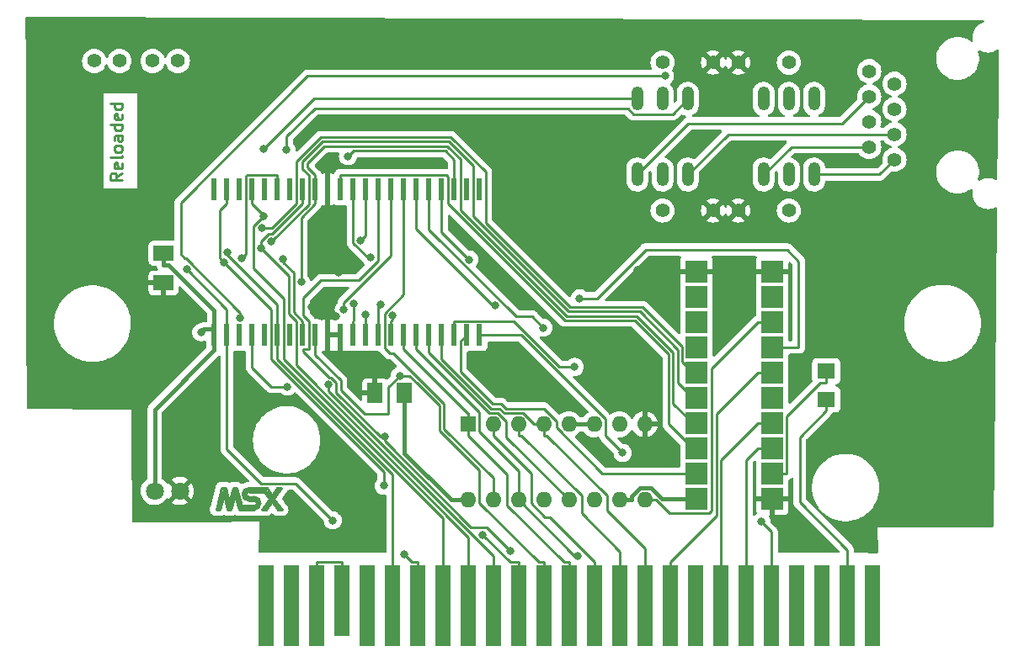
<source format=gbr>
%TF.GenerationSoftware,KiCad,Pcbnew,(6.0.5)*%
%TF.CreationDate,2022-11-15T14:41:10-03:00*%
%TF.ProjectId,obsonet_1,6f62736f-6e65-4745-9f31-2e6b69636164,rev?*%
%TF.SameCoordinates,Original*%
%TF.FileFunction,Copper,L1,Top*%
%TF.FilePolarity,Positive*%
%FSLAX46Y46*%
G04 Gerber Fmt 4.6, Leading zero omitted, Abs format (unit mm)*
G04 Created by KiCad (PCBNEW (6.0.5)) date 2022-11-15 14:41:10*
%MOMM*%
%LPD*%
G01*
G04 APERTURE LIST*
%ADD10C,0.254000*%
%TA.AperFunction,NonConductor*%
%ADD11C,0.254000*%
%TD*%
%TA.AperFunction,EtchedComponent*%
%ADD12C,0.254000*%
%TD*%
%TA.AperFunction,SMDPad,CuDef*%
%ADD13R,2.000000X1.500000*%
%TD*%
%TA.AperFunction,SMDPad,CuDef*%
%ADD14R,1.500000X2.000000*%
%TD*%
%TA.AperFunction,ComponentPad*%
%ADD15C,1.800000*%
%TD*%
%TA.AperFunction,SMDPad,CuDef*%
%ADD16R,1.803000X1.600000*%
%TD*%
%TA.AperFunction,ComponentPad*%
%ADD17C,1.408000*%
%TD*%
%TA.AperFunction,ComponentPad*%
%ADD18O,1.208000X2.416000*%
%TD*%
%TA.AperFunction,ComponentPad*%
%ADD19R,2.250000X2.250000*%
%TD*%
%TA.AperFunction,SMDPad,CuDef*%
%ADD20R,0.600000X2.200000*%
%TD*%
%TA.AperFunction,SMDPad,CuDef*%
%ADD21R,1.498600X8.128000*%
%TD*%
%TA.AperFunction,SMDPad,CuDef*%
%ADD22R,1.498600X7.137400*%
%TD*%
%TA.AperFunction,ComponentPad*%
%ADD23R,1.600000X1.600000*%
%TD*%
%TA.AperFunction,ComponentPad*%
%ADD24O,1.600000X1.600000*%
%TD*%
%TA.AperFunction,ViaPad*%
%ADD25C,0.800000*%
%TD*%
%TA.AperFunction,Conductor*%
%ADD26C,0.400000*%
%TD*%
%TA.AperFunction,Conductor*%
%ADD27C,0.250000*%
%TD*%
G04 APERTURE END LIST*
D10*
D11*
X108549247Y-88300652D02*
X107974723Y-88702819D01*
X108549247Y-88990080D02*
X107342747Y-88990080D01*
X107342747Y-88530461D01*
X107400200Y-88415557D01*
X107457652Y-88358104D01*
X107572557Y-88300652D01*
X107744914Y-88300652D01*
X107859819Y-88358104D01*
X107917271Y-88415557D01*
X107974723Y-88530461D01*
X107974723Y-88990080D01*
X108491795Y-87323961D02*
X108549247Y-87438866D01*
X108549247Y-87668676D01*
X108491795Y-87783580D01*
X108376890Y-87841033D01*
X107917271Y-87841033D01*
X107802366Y-87783580D01*
X107744914Y-87668676D01*
X107744914Y-87438866D01*
X107802366Y-87323961D01*
X107917271Y-87266509D01*
X108032176Y-87266509D01*
X108147080Y-87841033D01*
X108549247Y-86577080D02*
X108491795Y-86691985D01*
X108376890Y-86749438D01*
X107342747Y-86749438D01*
X108549247Y-85945104D02*
X108491795Y-86060009D01*
X108434342Y-86117461D01*
X108319438Y-86174914D01*
X107974723Y-86174914D01*
X107859819Y-86117461D01*
X107802366Y-86060009D01*
X107744914Y-85945104D01*
X107744914Y-85772747D01*
X107802366Y-85657842D01*
X107859819Y-85600390D01*
X107974723Y-85542938D01*
X108319438Y-85542938D01*
X108434342Y-85600390D01*
X108491795Y-85657842D01*
X108549247Y-85772747D01*
X108549247Y-85945104D01*
X108549247Y-84508795D02*
X107917271Y-84508795D01*
X107802366Y-84566247D01*
X107744914Y-84681152D01*
X107744914Y-84910961D01*
X107802366Y-85025866D01*
X108491795Y-84508795D02*
X108549247Y-84623700D01*
X108549247Y-84910961D01*
X108491795Y-85025866D01*
X108376890Y-85083319D01*
X108261985Y-85083319D01*
X108147080Y-85025866D01*
X108089628Y-84910961D01*
X108089628Y-84623700D01*
X108032176Y-84508795D01*
X108549247Y-83417200D02*
X107342747Y-83417200D01*
X108491795Y-83417200D02*
X108549247Y-83532104D01*
X108549247Y-83761914D01*
X108491795Y-83876819D01*
X108434342Y-83934271D01*
X108319438Y-83991723D01*
X107974723Y-83991723D01*
X107859819Y-83934271D01*
X107802366Y-83876819D01*
X107744914Y-83761914D01*
X107744914Y-83532104D01*
X107802366Y-83417200D01*
X108491795Y-82383057D02*
X108549247Y-82497961D01*
X108549247Y-82727771D01*
X108491795Y-82842676D01*
X108376890Y-82900128D01*
X107917271Y-82900128D01*
X107802366Y-82842676D01*
X107744914Y-82727771D01*
X107744914Y-82497961D01*
X107802366Y-82383057D01*
X107917271Y-82325604D01*
X108032176Y-82325604D01*
X108147080Y-82900128D01*
X108549247Y-81291461D02*
X107342747Y-81291461D01*
X108491795Y-81291461D02*
X108549247Y-81406366D01*
X108549247Y-81636176D01*
X108491795Y-81751080D01*
X108434342Y-81808533D01*
X108319438Y-81865985D01*
X107974723Y-81865985D01*
X107859819Y-81808533D01*
X107802366Y-81751080D01*
X107744914Y-81636176D01*
X107744914Y-81406366D01*
X107802366Y-81291461D01*
D12*
%TO.C,U$1*%
X123011800Y-122179500D02*
X122554600Y-122179500D01*
X118211200Y-122027100D02*
X118744600Y-120172900D01*
X119862200Y-120731700D02*
X119481200Y-122179500D01*
X121284600Y-120223700D02*
X122961000Y-120223700D01*
X119684400Y-120020500D02*
X120040000Y-120020500D01*
X121818000Y-121290500D02*
X121284600Y-121290500D01*
X123062600Y-120020500D02*
X123570600Y-120731700D01*
X122554600Y-122179500D02*
X123342000Y-121061900D01*
X119278000Y-121442900D02*
X119684400Y-120020500D01*
X118922400Y-120020500D02*
X119278000Y-121442900D01*
X119303400Y-122001700D02*
X119862200Y-120172900D01*
X123799200Y-121061900D02*
X124612000Y-122179500D01*
X124612000Y-122179500D02*
X124180200Y-122179500D01*
X118744600Y-120172900D02*
X119303400Y-122001700D01*
X120395600Y-121976300D02*
X121843400Y-121976300D01*
X122859400Y-120401500D02*
X121284600Y-120401500D01*
X120268600Y-122179500D02*
X119862200Y-120731700D01*
X124561200Y-120020500D02*
X123799200Y-121061900D01*
X123570600Y-120731700D02*
X124104000Y-120020500D01*
X124180200Y-122179500D02*
X123596000Y-121366700D01*
X120522600Y-121798500D02*
X121843400Y-121798500D01*
X124104000Y-120020500D02*
X124561200Y-120020500D01*
X122961000Y-120223700D02*
X124281800Y-122001700D01*
X117982600Y-122179500D02*
X118541400Y-120020500D01*
X121284600Y-120020500D02*
X123062600Y-120020500D01*
X121843400Y-121112700D02*
X121310000Y-121112700D01*
X118363600Y-122179500D02*
X117982600Y-122179500D01*
X119481200Y-122179500D02*
X119125600Y-122179500D01*
X122884800Y-122027100D02*
X124231000Y-120147500D01*
X119125600Y-122179500D02*
X118744600Y-120706300D01*
X120040000Y-120020500D02*
X120522600Y-121798500D01*
X121284600Y-120909500D02*
X121792600Y-120909500D01*
X119862200Y-120172900D02*
X120395600Y-121976300D01*
X118541400Y-120020500D02*
X118922400Y-120020500D01*
X118744600Y-120706300D02*
X118363600Y-122179500D01*
X123596000Y-121366700D02*
X123011800Y-122179500D01*
X121792600Y-122179500D02*
X120268600Y-122179500D01*
X123342000Y-121061900D02*
X122859400Y-120401500D01*
X121792600Y-122179500D02*
G75*
G03*
X121792600Y-120909500I0J635000D01*
G01*
X121284600Y-120401500D02*
G75*
G03*
X121284600Y-120909500I0J-254000D01*
G01*
X121843400Y-121976300D02*
G75*
G03*
X121843400Y-121112700I0J431800D01*
G01*
X121843400Y-121798508D02*
G75*
G03*
X121817998Y-121290502I0J254638D01*
G01*
X121284598Y-120223706D02*
G75*
G03*
X121310000Y-121112700I25402J-444134D01*
G01*
X121284600Y-120020500D02*
G75*
G03*
X121284600Y-121290500I0J-635000D01*
G01*
%TD*%
D13*
%TO.P,C2,1*%
%TO.N,VCC*%
X112700000Y-96370000D03*
%TO.P,C2,2*%
%TO.N,GND*%
X112700000Y-99370000D03*
%TD*%
D14*
%TO.P,C3,1*%
%TO.N,VCC*%
X136930000Y-110470000D03*
%TO.P,C3,2*%
%TO.N,GND*%
X133930000Y-110470000D03*
%TD*%
D15*
%TO.P,C6,+*%
%TO.N,VCC*%
X111800000Y-120300000D03*
%TO.P,C6,-*%
%TO.N,GND*%
X114340000Y-120300000D03*
%TD*%
D16*
%TO.P,R1,1*%
%TO.N,/~{SLTSL}*%
X179320000Y-111092000D03*
%TO.P,R1,2*%
%TO.N,Net-(IC6-Pad2)*%
X179320000Y-108248000D03*
%TD*%
D17*
%TO.P,CON2,1*%
%TO.N,Net-(CON2-Pad1)*%
X186190000Y-86945000D03*
%TO.P,CON2,2*%
%TO.N,Net-(CON2-Pad2)*%
X183650000Y-85675000D03*
%TO.P,CON2,3*%
%TO.N,Net-(CON2-Pad3)*%
X186190000Y-84405000D03*
%TO.P,CON2,4*%
%TO.N,Net-(CON2-Pad4)*%
X183650000Y-83135000D03*
%TO.P,CON2,5*%
%TO.N,Net-(CON2-Pad5)*%
X186190000Y-81865000D03*
%TO.P,CON2,6*%
%TO.N,Net-(CON2-Pad6)*%
X183650000Y-80595000D03*
%TO.P,CON2,7*%
%TO.N,Net-(CON2-Pad7)*%
X186190000Y-79325000D03*
%TO.P,CON2,8*%
%TO.N,Net-(CON2-Pad8)*%
X183650000Y-78055000D03*
%TD*%
D18*
%TO.P,TF1,1*%
%TO.N,/TPOUT+*%
X178107300Y-80839100D03*
%TO.P,TF1,2*%
%TO.N,Net-(C7-Pad2)*%
X175567300Y-80839100D03*
%TO.P,TF1,3*%
%TO.N,/TPOUT-*%
X173027300Y-80839100D03*
%TO.P,TF1,6*%
%TO.N,/TPIN+*%
X165407300Y-80839100D03*
%TO.P,TF1,7*%
%TO.N,Net-(C8-Pad2)*%
X162867300Y-80839100D03*
%TO.P,TF1,8*%
%TO.N,/TPIN-*%
X160327300Y-80839100D03*
%TO.P,TF1,9*%
%TO.N,Net-(CON2-Pad6)*%
X160327300Y-88459100D03*
%TO.P,TF1,10*%
%TO.N,Net-(C9-Pad1)*%
X162867300Y-88459100D03*
%TO.P,TF1,11*%
%TO.N,Net-(CON2-Pad3)*%
X165407300Y-88459100D03*
%TO.P,TF1,14*%
%TO.N,Net-(CON2-Pad2)*%
X173027300Y-88459100D03*
%TO.P,TF1,15*%
%TO.N,Net-(C10-Pad1)*%
X175567300Y-88459100D03*
%TO.P,TF1,16*%
%TO.N,Net-(CON2-Pad1)*%
X178107300Y-88459100D03*
%TD*%
D17*
%TO.P,C7,1*%
%TO.N,GND*%
X170487300Y-77187800D03*
%TO.P,C7,2*%
%TO.N,Net-(C7-Pad2)*%
X175567300Y-77187800D03*
%TD*%
%TO.P,C8,1*%
%TO.N,GND*%
X167947400Y-77170000D03*
%TO.P,C8,2*%
%TO.N,Net-(C8-Pad2)*%
X162867400Y-77170000D03*
%TD*%
%TO.P,C9,1*%
%TO.N,Net-(C9-Pad1)*%
X162867400Y-92078600D03*
%TO.P,C9,2*%
%TO.N,GND*%
X167947400Y-92078600D03*
%TD*%
%TO.P,C10,1*%
%TO.N,Net-(C10-Pad1)*%
X175567300Y-92078600D03*
%TO.P,C10,2*%
%TO.N,GND*%
X170487300Y-92078600D03*
%TD*%
D19*
%TO.P,IC6,1*%
%TO.N,GND*%
X173900000Y-121100000D03*
%TO.P,IC6,2*%
%TO.N,Net-(IC6-Pad2)*%
X173900000Y-118560000D03*
%TO.P,IC6,3*%
%TO.N,/~{MERQ}*%
X173900000Y-116020000D03*
%TO.P,IC6,4*%
%TO.N,/~{RD}*%
X173900000Y-113480000D03*
%TO.P,IC6,5*%
%TO.N,/~{RESET}*%
X173900000Y-110940000D03*
%TO.P,IC6,6*%
%TO.N,/A15*%
X173900000Y-108400000D03*
%TO.P,IC6,7*%
%TO.N,/A14*%
X173900000Y-105860000D03*
%TO.P,IC6,8*%
%TO.N,/~{H/L}*%
X173900000Y-103320000D03*
%TO.P,IC6,9*%
%TO.N,/~{WR}*%
X173900000Y-100780000D03*
%TO.P,IC6,10*%
%TO.N,GND*%
X173900000Y-98240000D03*
%TO.P,IC6,11*%
X166280000Y-98240000D03*
%TO.P,IC6,12*%
%TO.N,/~{BUSDIR}*%
X166280000Y-100780000D03*
%TO.P,IC6,13*%
%TO.N,/NC_13*%
X166280000Y-103320000D03*
%TO.P,IC6,14*%
%TO.N,/NC_14*%
X166280000Y-105860000D03*
%TO.P,IC6,15*%
%TO.N,/RSTDRV*%
X166280000Y-108400000D03*
%TO.P,IC6,16*%
%TO.N,/~{AEN}*%
X166280000Y-110940000D03*
%TO.P,IC6,17*%
%TO.N,/~{OE}*%
X166280000Y-113480000D03*
%TO.P,IC6,18*%
%TO.N,/~{CE_FLASH}*%
X166280000Y-116020000D03*
%TO.P,IC6,19*%
%TO.N,/~{WE}*%
X166280000Y-118560000D03*
%TO.P,IC6,20*%
%TO.N,VCC*%
X166280000Y-121100000D03*
%TD*%
D20*
%TO.P,IC1,1*%
%TO.N,N/C*%
X144452400Y-89945600D03*
%TO.P,IC1,2*%
%TO.N,Net-(IC1-Pad2)*%
X143182400Y-89945600D03*
%TO.P,IC1,3*%
%TO.N,/BROM-A18*%
X141912400Y-89945600D03*
%TO.P,IC1,4*%
%TO.N,/A8*%
X140642400Y-89945600D03*
%TO.P,IC1,5*%
%TO.N,/A7*%
X139372400Y-89945600D03*
%TO.P,IC1,6*%
%TO.N,/A6*%
X138102400Y-89945600D03*
%TO.P,IC1,7*%
%TO.N,/A5*%
X136832400Y-89945600D03*
%TO.P,IC1,8*%
%TO.N,/A4*%
X135562400Y-89945600D03*
%TO.P,IC1,9*%
%TO.N,/A3*%
X134292400Y-89945600D03*
%TO.P,IC1,10*%
%TO.N,/A2*%
X133022400Y-89945600D03*
%TO.P,IC1,11*%
%TO.N,/A1*%
X131752400Y-89945600D03*
%TO.P,IC1,12*%
%TO.N,/~{CE_FLASH}*%
X130482400Y-89945600D03*
%TO.P,IC1,13*%
%TO.N,GND*%
X129212400Y-89945600D03*
%TO.P,IC1,14*%
%TO.N,/~{OE}*%
X127942400Y-89945600D03*
%TO.P,IC1,15*%
%TO.N,/D0*%
X126672400Y-89945600D03*
%TO.P,IC1,16*%
%TO.N,Net-(IC1-Pad16)*%
X125402400Y-89945600D03*
%TO.P,IC1,17*%
%TO.N,/D1*%
X124132400Y-89945600D03*
%TO.P,IC1,18*%
%TO.N,Net-(IC1-Pad18)*%
X122862400Y-89945600D03*
%TO.P,IC1,19*%
%TO.N,/D2*%
X121592400Y-89945600D03*
%TO.P,IC1,20*%
%TO.N,Net-(IC1-Pad20)*%
X120322400Y-89945600D03*
%TO.P,IC1,21*%
%TO.N,/D3*%
X119052400Y-89945600D03*
%TO.P,IC1,22*%
%TO.N,Net-(IC1-Pad22)*%
X117782400Y-89945600D03*
%TO.P,IC1,23*%
%TO.N,VCC*%
X117782400Y-104625600D03*
%TO.P,IC1,24*%
%TO.N,/D4*%
X119052400Y-104625600D03*
%TO.P,IC1,25*%
%TO.N,Net-(IC1-Pad25)*%
X120322400Y-104625600D03*
%TO.P,IC1,26*%
%TO.N,/D5*%
X121592400Y-104625600D03*
%TO.P,IC1,27*%
%TO.N,Net-(IC1-Pad27)*%
X122862400Y-104625600D03*
%TO.P,IC1,28*%
%TO.N,/D6*%
X124132400Y-104625600D03*
%TO.P,IC1,29*%
%TO.N,Net-(IC1-Pad29)*%
X125402400Y-104625600D03*
%TO.P,IC1,30*%
%TO.N,/D7*%
X126672400Y-104625600D03*
%TO.P,IC1,31*%
%TO.N,/A0*%
X127942400Y-104625600D03*
%TO.P,IC1,32*%
%TO.N,GND*%
X129212400Y-104625600D03*
%TO.P,IC1,33*%
X130482400Y-104625600D03*
%TO.P,IC1,34*%
%TO.N,/BROM-A17*%
X131752400Y-104625600D03*
%TO.P,IC1,35*%
%TO.N,/BROM-A16*%
X133022400Y-104625600D03*
%TO.P,IC1,36*%
%TO.N,/BROM-A15*%
X134292400Y-104625600D03*
%TO.P,IC1,37*%
%TO.N,/BROM-A14*%
X135562400Y-104625600D03*
%TO.P,IC1,38*%
%TO.N,/A13*%
X136832400Y-104625600D03*
%TO.P,IC1,39*%
%TO.N,/A12*%
X138102400Y-104625600D03*
%TO.P,IC1,40*%
%TO.N,/A11*%
X139372400Y-104625600D03*
%TO.P,IC1,41*%
%TO.N,/A10*%
X140642400Y-104625600D03*
%TO.P,IC1,42*%
%TO.N,/A9*%
X141912400Y-104625600D03*
%TO.P,IC1,43*%
%TO.N,/~{WE}*%
X143182400Y-104625600D03*
%TO.P,IC1,44*%
%TO.N,/~{RESET}*%
X144452400Y-104625600D03*
%TD*%
D21*
%TO.P,CON1,2*%
%TO.N,Net-(CON1-Pad2)*%
X183981100Y-131872400D03*
%TO.P,CON1,4*%
%TO.N,/~{SLTSL}*%
X181441100Y-131872400D03*
%TO.P,CON1,6*%
%TO.N,Net-(CON1-Pad6)*%
X178901100Y-131872400D03*
%TO.P,CON1,8*%
%TO.N,Net-(CON1-Pad8)*%
X176361100Y-131872400D03*
%TO.P,CON1,10*%
%TO.N,/~{BUSDIR}*%
X173821100Y-131872400D03*
%TO.P,CON1,12*%
%TO.N,/~{MERQ}*%
X171281100Y-131872400D03*
%TO.P,CON1,14*%
%TO.N,/~{RD}*%
X168741100Y-131872400D03*
%TO.P,CON1,16*%
%TO.N,Net-(CON1-Pad16)*%
X166201100Y-131872400D03*
%TO.P,CON1,18*%
%TO.N,/A15*%
X163661100Y-131872400D03*
%TO.P,CON1,20*%
%TO.N,/A10*%
X161121100Y-131872400D03*
%TO.P,CON1,22*%
%TO.N,/A6*%
X158581100Y-131872400D03*
%TO.P,CON1,24*%
%TO.N,/A8*%
X156041100Y-131872400D03*
%TO.P,CON1,26*%
%TO.N,/A13*%
X153501100Y-131872400D03*
%TO.P,CON1,28*%
%TO.N,/A0*%
X150961100Y-131872400D03*
%TO.P,CON1,30*%
%TO.N,/A2*%
X148421100Y-131872400D03*
%TO.P,CON1,32*%
%TO.N,/A4*%
X145881100Y-131872400D03*
%TO.P,CON1,34*%
%TO.N,/D0*%
X143341100Y-131872400D03*
%TO.P,CON1,36*%
%TO.N,/D2*%
X140801100Y-131872400D03*
%TO.P,CON1,38*%
%TO.N,/D4*%
X138261100Y-131872400D03*
%TO.P,CON1,40*%
%TO.N,/D6*%
X135721100Y-131872400D03*
%TO.P,CON1,42*%
%TO.N,Net-(CON1-Pad42)*%
X133181100Y-131872400D03*
D22*
%TO.P,CON1,44*%
%TO.N,Net-(CON1-Pad44)*%
X130641100Y-131372400D03*
D21*
%TO.P,CON1,46*%
X128101100Y-131872400D03*
%TO.P,CON1,48*%
%TO.N,Net-(CON1-Pad48)*%
X125561100Y-131872400D03*
%TO.P,CON1,50*%
%TO.N,Net-(CON1-Pad50)*%
X123021100Y-131872400D03*
%TD*%
D17*
%TO.P,LED1,A*%
%TO.N,Net-(LED1-PadA)*%
X105717500Y-77029200D03*
%TO.P,LED1,K*%
%TO.N,Net-(IC4-Pad61)*%
X108257500Y-77029200D03*
%TD*%
%TO.P,LED2,A*%
%TO.N,Net-(LED2-PadA)*%
X114131100Y-77029100D03*
%TO.P,LED2,K*%
%TO.N,Net-(IC4-Pad62)*%
X111591100Y-77029100D03*
%TD*%
D23*
%TO.P,IC3,1*%
%TO.N,/A13*%
X143285000Y-113590000D03*
D24*
%TO.P,IC3,2*%
%TO.N,/A8*%
X145825000Y-113590000D03*
%TO.P,IC3,3*%
%TO.N,/A6*%
X148365000Y-113590000D03*
%TO.P,IC3,4*%
%TO.N,/A10*%
X150905000Y-113590000D03*
%TO.P,IC3,5*%
%TO.N,VCC*%
X153445000Y-113590000D03*
%TO.P,IC3,6*%
X155985000Y-113590000D03*
%TO.P,IC3,7*%
X158525000Y-113590000D03*
%TO.P,IC3,8*%
%TO.N,GND*%
X161065000Y-113590000D03*
%TO.P,IC3,9*%
%TO.N,/~{H/L}*%
X161065000Y-121210000D03*
%TO.P,IC3,10*%
%TO.N,VCC*%
X158525000Y-121210000D03*
%TO.P,IC3,11*%
%TO.N,/A9*%
X155985000Y-121210000D03*
%TO.P,IC3,12*%
%TO.N,/A11*%
X153445000Y-121210000D03*
%TO.P,IC3,13*%
%TO.N,/A7*%
X150905000Y-121210000D03*
%TO.P,IC3,14*%
%TO.N,/A12*%
X148365000Y-121210000D03*
%TO.P,IC3,15*%
%TO.N,/A5*%
X145825000Y-121210000D03*
%TO.P,IC3,16*%
%TO.N,VCC*%
X143285000Y-121210000D03*
%TD*%
D25*
%TO.N,GND*%
X127600000Y-101760000D03*
X142880000Y-94760000D03*
X130040000Y-102710000D03*
X127570000Y-93650000D03*
X120400000Y-108020000D03*
X130280000Y-98360000D03*
X131790000Y-126050000D03*
X153630000Y-105040000D03*
X128840000Y-96380000D03*
X160310000Y-98110000D03*
X120750000Y-82760000D03*
X157470000Y-97500000D03*
X150330000Y-107830000D03*
X108890000Y-95850000D03*
X143630000Y-107880000D03*
%TO.N,VCC*%
X116475200Y-104332300D03*
%TO.N,/BROM-A16*%
X133016800Y-102589400D03*
%TO.N,/BROM-A17*%
X131807000Y-101422000D03*
%TO.N,/TPIN+*%
X125062500Y-85969100D03*
%TO.N,/TPIN-*%
X122775000Y-85896100D03*
%TO.N,/A12*%
X154363400Y-126839000D03*
%TO.N,/A7*%
X150865349Y-103874651D03*
%TO.N,/A9*%
X154028500Y-107820000D03*
%TO.N,/A6*%
X146027701Y-101652299D03*
%TO.N,/A8*%
X143447299Y-97022701D03*
%TO.N,/~{WE}*%
X120415900Y-102900000D03*
X163110600Y-78527300D03*
%TO.N,/~{OE}*%
X126530000Y-99250000D03*
%TO.N,/~{AEN}*%
X123539400Y-95190100D03*
%TO.N,/RSTDRV*%
X122571700Y-93858300D03*
%TO.N,/~{BUSDIR}*%
X172794400Y-123409700D03*
%TO.N,/~{RESET}*%
X158845400Y-116484200D03*
%TO.N,/A14*%
X154540000Y-100920000D03*
%TO.N,/BROM-A14*%
X135719500Y-102677800D03*
%TO.N,/BROM-A15*%
X134562500Y-101500400D03*
%TO.N,/BROM-A18*%
X131230000Y-86620000D03*
%TO.N,/D7*%
X124720000Y-97000000D03*
%TO.N,/D6*%
X119088400Y-96312000D03*
%TO.N,/D5*%
X125153850Y-109799989D03*
%TO.N,/D4*%
X136893600Y-126718600D03*
X115041300Y-98002100D03*
X129700000Y-123270000D03*
%TO.N,/D3*%
X118753400Y-97315400D03*
X134830000Y-119770000D03*
%TO.N,/D2*%
X122784400Y-92657700D03*
%TO.N,/D1*%
X120546900Y-96900400D03*
%TO.N,/D0*%
X122512500Y-95890300D03*
%TO.N,/A4*%
X130807700Y-102069800D03*
X129265092Y-109614419D03*
%TO.N,/A3*%
X147588900Y-126344300D03*
X134914017Y-114865983D03*
%TO.N,/A2*%
X144792700Y-124721100D03*
X132520600Y-95074400D03*
%TO.N,/A1*%
X133541300Y-96837600D03*
%TO.N,/A0*%
X136460000Y-108700000D03*
%TD*%
D26*
%TO.N,GND*%
X110270000Y-99370000D02*
X112700000Y-99370000D01*
X128840000Y-101760000D02*
X129212400Y-102132400D01*
X127570000Y-95110000D02*
X128840000Y-96380000D01*
X143630000Y-107880000D02*
X150280000Y-107880000D01*
X129090000Y-101760000D02*
X130040000Y-102710000D01*
X150280000Y-107880000D02*
X150330000Y-107830000D01*
X127600000Y-101760000D02*
X128840000Y-101760000D01*
X128840000Y-101760000D02*
X129090000Y-101760000D01*
X108890000Y-97990000D02*
X110270000Y-99370000D01*
X127570000Y-93650000D02*
X127570000Y-95110000D01*
X108890000Y-95850000D02*
X108890000Y-97990000D01*
X129212400Y-102132400D02*
X129212400Y-104625600D01*
%TO.N,VCC*%
X116782000Y-104025500D02*
X116475200Y-104332300D01*
X117782400Y-103125300D02*
X117782400Y-102099400D01*
X136930000Y-116529062D02*
X136930000Y-110470000D01*
X143285000Y-121210000D02*
X141610938Y-121210000D01*
X159725300Y-120834900D02*
X160568600Y-119991600D01*
X162823300Y-121100000D02*
X166280000Y-121100000D01*
X117782400Y-102099400D02*
X113203300Y-97520300D01*
X117782400Y-104625600D02*
X117782400Y-106125900D01*
X117782400Y-104025500D02*
X116782000Y-104025500D01*
X155985000Y-113590000D02*
X153445000Y-113590000D01*
X112700000Y-96370000D02*
X112700000Y-97520300D01*
X161714900Y-119991600D02*
X162823300Y-121100000D01*
X141610938Y-121210000D02*
X136930000Y-116529062D01*
X111800000Y-112108300D02*
X117782400Y-106125900D01*
X158525000Y-121210000D02*
X159725300Y-121210000D01*
X117782400Y-104025500D02*
X117782400Y-103125300D01*
X113203300Y-97520300D02*
X112700000Y-97520300D01*
X160568600Y-119991600D02*
X161714900Y-119991600D01*
X111800000Y-120300000D02*
X111800000Y-112108300D01*
X159725300Y-121210000D02*
X159725300Y-120834900D01*
D27*
%TO.N,/~{SLTSL}*%
X176660000Y-121450000D02*
X181441100Y-126231100D01*
X179320000Y-112217300D02*
X176660000Y-114877300D01*
X176660000Y-114877300D02*
X176660000Y-121450000D01*
X181441100Y-126231100D02*
X181441100Y-131872400D01*
X179320000Y-111092000D02*
X179320000Y-112217300D01*
%TO.N,Net-(IC6-Pad2)*%
X175350300Y-112780300D02*
X178757300Y-109373300D01*
X178757300Y-109373300D02*
X179320000Y-109373300D01*
X179320000Y-108248000D02*
X179320000Y-109373300D01*
X173900000Y-118560000D02*
X175350300Y-118560000D01*
X175350300Y-118560000D02*
X175350300Y-112780300D01*
%TO.N,/BROM-A16*%
X133016800Y-102589400D02*
X133022400Y-102595000D01*
X133022400Y-102595000D02*
X133022400Y-104625600D01*
%TO.N,/BROM-A17*%
X131807000Y-103145700D02*
X131752400Y-103200300D01*
X131807000Y-101422000D02*
X131807000Y-103145700D01*
X131752400Y-104625600D02*
X131752400Y-103200300D01*
%TO.N,/TPIN+*%
X127890000Y-81800000D02*
X159371075Y-81800000D01*
X125062500Y-85969100D02*
X125062500Y-84627500D01*
X159942695Y-82371620D02*
X163874780Y-82371620D01*
X125062500Y-84627500D02*
X127890000Y-81800000D01*
X163874780Y-82371620D02*
X165407300Y-80839100D01*
X159371075Y-81800000D02*
X159942695Y-82371620D01*
%TO.N,/TPIN-*%
X160327300Y-80839100D02*
X127832000Y-80839100D01*
X127832000Y-80839100D02*
X122775000Y-85896100D01*
%TO.N,Net-(CON2-Pad1)*%
X178107300Y-88459100D02*
X184675900Y-88459100D01*
X184675900Y-88459100D02*
X186190000Y-86945000D01*
%TO.N,Net-(CON2-Pad2)*%
X175811400Y-85675000D02*
X183650000Y-85675000D01*
X173027300Y-88459100D02*
X175811400Y-85675000D01*
%TO.N,Net-(CON2-Pad3)*%
X165407300Y-88459100D02*
X169461400Y-84405000D01*
X169461400Y-84405000D02*
X186190000Y-84405000D01*
%TO.N,Net-(CON2-Pad6)*%
X165463600Y-83322800D02*
X180922200Y-83322800D01*
X180922200Y-83322800D02*
X183650000Y-80595000D01*
X160327300Y-88459100D02*
X165463600Y-83322800D01*
%TO.N,/A5*%
X134937000Y-102434600D02*
X134937000Y-105934500D01*
X136832400Y-89945600D02*
X136832400Y-100539200D01*
X135448500Y-106446000D02*
X135810300Y-106446000D01*
X145825000Y-119005400D02*
X145825000Y-121210000D01*
X140906100Y-111541800D02*
X140906100Y-114086500D01*
X136832400Y-100539200D02*
X134937000Y-102434600D01*
X134937000Y-105934500D02*
X135448500Y-106446000D01*
X140906100Y-114086500D02*
X145825000Y-119005400D01*
X135810300Y-106446000D02*
X140906100Y-111541800D01*
%TO.N,/A12*%
X144410400Y-114345400D02*
X148365000Y-118300000D01*
X148365000Y-118300000D02*
X148365000Y-121210000D01*
X138102400Y-104625600D02*
X138102400Y-106050900D01*
X144410400Y-112358900D02*
X144410400Y-114345400D01*
X148365000Y-121210000D02*
X153993900Y-126838900D01*
X138102400Y-106050900D02*
X144410400Y-112358900D01*
X154363400Y-126838900D02*
X154363400Y-126839000D01*
X153993900Y-126838900D02*
X154363400Y-126838900D01*
%TO.N,/A7*%
X139372400Y-93972400D02*
X139372400Y-89945600D01*
X148150780Y-102750780D02*
X139372400Y-93972400D01*
X150865349Y-103874651D02*
X150865349Y-103873549D01*
X149742580Y-102750780D02*
X148150780Y-102750780D01*
X150865349Y-103873549D02*
X149742580Y-102750780D01*
%TO.N,/A11*%
X139372400Y-104625600D02*
X139372400Y-106402400D01*
X147168900Y-114933900D02*
X153445000Y-121210000D01*
X145435489Y-112465489D02*
X146290789Y-112465489D01*
X139372400Y-106402400D02*
X145435489Y-112465489D01*
X147168900Y-113343600D02*
X147168900Y-114933900D01*
X146290789Y-112465489D02*
X147168900Y-113343600D01*
%TO.N,/A9*%
X141912400Y-103200300D02*
X147864618Y-103200300D01*
X152484318Y-107820000D02*
X154028500Y-107820000D01*
X147864618Y-103200300D02*
X152484318Y-107820000D01*
X141912400Y-104625600D02*
X141912400Y-103200300D01*
%TO.N,/~{H/L}*%
X161065000Y-121210000D02*
X162190300Y-121210000D01*
X167785400Y-122317500D02*
X167534000Y-122568900D01*
X172449700Y-103320000D02*
X167785400Y-107984300D01*
X167785400Y-107984300D02*
X167785400Y-122317500D01*
X163549200Y-122568900D02*
X162190300Y-121210000D01*
X167534000Y-122568900D02*
X163549200Y-122568900D01*
X173900000Y-103320000D02*
X172449700Y-103320000D01*
%TO.N,/A10*%
X151186300Y-114715300D02*
X157255000Y-120784000D01*
X149955300Y-113590000D02*
X150905000Y-113590000D01*
X157255000Y-122260300D02*
X161121100Y-126126400D01*
X145621687Y-112015969D02*
X146476987Y-112015969D01*
X148830789Y-112465489D02*
X149955300Y-113590000D01*
X140642400Y-104625600D02*
X140642400Y-107036682D01*
X140642400Y-107036682D02*
X145621687Y-112015969D01*
X157255000Y-120784000D02*
X157255000Y-122260300D01*
X150905000Y-113590000D02*
X150905000Y-114715300D01*
X161121100Y-126126400D02*
X161121100Y-131872400D01*
X146476987Y-112015969D02*
X146926507Y-112465489D01*
X146926507Y-112465489D02*
X148830789Y-112465489D01*
X150905000Y-114715300D02*
X151186300Y-114715300D01*
%TO.N,/A6*%
X138102400Y-93962400D02*
X138102400Y-89945600D01*
X154715000Y-120784000D02*
X154715000Y-122560400D01*
X154715000Y-122560400D02*
X158581100Y-126426500D01*
X148646300Y-114715300D02*
X154715000Y-120784000D01*
X146027701Y-101652299D02*
X145792299Y-101652299D01*
X158581100Y-126426500D02*
X158581100Y-131872400D01*
X145792299Y-101652299D02*
X138102400Y-93962400D01*
X148365000Y-114715300D02*
X148646300Y-114715300D01*
X148365000Y-113590000D02*
X148365000Y-114715300D01*
%TO.N,/A8*%
X151070000Y-122970600D02*
X151528600Y-122970600D01*
X143447299Y-97022701D02*
X143412701Y-97022701D01*
X156041100Y-131872400D02*
X156041100Y-127483100D01*
X145825000Y-113590000D02*
X145825000Y-114715300D01*
X143412701Y-97022701D02*
X140642400Y-94252400D01*
X149635000Y-121535600D02*
X151070000Y-122970600D01*
X151528600Y-122970600D02*
X156041100Y-127483100D01*
X149635000Y-118525300D02*
X149635000Y-121535600D01*
X140642400Y-94252400D02*
X140642400Y-89945600D01*
X145825000Y-114715300D02*
X149635000Y-118525300D01*
%TO.N,/A13*%
X152963800Y-127483100D02*
X147239600Y-121758900D01*
X153501100Y-131872400D02*
X153501100Y-127483100D01*
X136832400Y-106050900D02*
X143246200Y-112464700D01*
X143285000Y-113590000D02*
X143285000Y-112464700D01*
X147239600Y-121758900D02*
X147239600Y-118669900D01*
X136832400Y-104625600D02*
X136832400Y-106050900D01*
X143285000Y-113590000D02*
X143285000Y-114715300D01*
X143246200Y-112464700D02*
X143285000Y-112464700D01*
X147239600Y-118669900D02*
X143285000Y-114715300D01*
X153501100Y-127483100D02*
X152963800Y-127483100D01*
%TO.N,/~{WE}*%
X156810700Y-118560000D02*
X152175000Y-113924300D01*
X114834600Y-96907000D02*
X114422900Y-96495300D01*
X166280000Y-118560000D02*
X156810700Y-118560000D01*
X152175000Y-113924300D02*
X152175000Y-113269700D01*
X142560000Y-105248000D02*
X143182400Y-104625600D01*
X120415900Y-102350900D02*
X114972000Y-96907000D01*
X152175000Y-113269700D02*
X150921269Y-112015969D01*
X147112705Y-112015969D02*
X146663185Y-111566449D01*
X142560000Y-108318564D02*
X142560000Y-105248000D01*
X150921269Y-112015969D02*
X147112705Y-112015969D01*
X114972000Y-96907000D02*
X114834600Y-96907000D01*
X146663185Y-111566449D02*
X145807885Y-111566449D01*
X145807885Y-111566449D02*
X142560000Y-108318564D01*
X114422900Y-91297100D02*
X127192700Y-78527300D01*
X120415900Y-102900000D02*
X120415900Y-102350900D01*
X127192700Y-78527300D02*
X163110600Y-78527300D01*
X114422900Y-96495300D02*
X114422900Y-91297100D01*
%TO.N,/~{CE_FLASH}*%
X130482400Y-89945600D02*
X130482400Y-88520300D01*
X163481929Y-113580951D02*
X165920978Y-116020000D01*
X163481929Y-106567647D02*
X163481929Y-113580951D01*
X141287889Y-91409324D02*
X153028565Y-103150000D01*
X153028565Y-103150000D02*
X160064282Y-103150000D01*
X160064282Y-103150000D02*
X163481929Y-106567647D01*
X141103800Y-88520300D02*
X141287889Y-88704389D01*
X141287889Y-88704389D02*
X141287889Y-91409324D01*
X130482400Y-88520300D02*
X141103800Y-88520300D01*
%TO.N,/~{OE}*%
X153214762Y-102700480D02*
X160250480Y-102700480D01*
X127942400Y-88530860D02*
X127130000Y-87718460D01*
X128859136Y-85602300D02*
X141210864Y-85602300D01*
X160250480Y-102700480D02*
X163931449Y-106381449D01*
X127130000Y-87718460D02*
X127130000Y-87331436D01*
X127942400Y-91422818D02*
X127942400Y-89945600D01*
X126530000Y-92835218D02*
X127942400Y-91422818D01*
X141210864Y-85602300D02*
X142537800Y-86929236D01*
X126530000Y-99250000D02*
X126530000Y-92835218D01*
X142537800Y-92023518D02*
X153214762Y-102700480D01*
X163931449Y-106381449D02*
X163931449Y-111490471D01*
X127130000Y-87331436D02*
X128859136Y-85602300D01*
X127942400Y-89945600D02*
X127942400Y-88530860D01*
X142537800Y-86929236D02*
X142537800Y-92023518D01*
X163931449Y-111490471D02*
X165920978Y-113480000D01*
%TO.N,/~{AEN}*%
X164380969Y-109399991D02*
X164380969Y-106070969D01*
X164380969Y-106070969D02*
X160560960Y-102250960D01*
X141392082Y-85147800D02*
X128677918Y-85147800D01*
X165920978Y-110940000D02*
X164380969Y-109399991D01*
X126680480Y-87145238D02*
X126680480Y-87904657D01*
X160560960Y-102250960D02*
X153400960Y-102250960D01*
X143827889Y-87583607D02*
X141392082Y-85147800D01*
X127296911Y-88521089D02*
X127296911Y-91432589D01*
X153400960Y-102250960D02*
X143827889Y-92677889D01*
X128677918Y-85147800D02*
X126680480Y-87145238D01*
X143827889Y-92677889D02*
X143827889Y-87583607D01*
X126680480Y-87904657D02*
X127296911Y-88521089D01*
X127296911Y-91432589D02*
X123539400Y-95190100D01*
%TO.N,/RSTDRV*%
X141578280Y-84698280D02*
X128491720Y-84698280D01*
X164830489Y-107309511D02*
X164830489Y-105800489D01*
X123599764Y-93858300D02*
X122571700Y-93858300D01*
X165920978Y-108400000D02*
X164830489Y-107309511D01*
X126047889Y-87142111D02*
X126047889Y-91410175D01*
X153587158Y-101801440D02*
X145076911Y-93291193D01*
X128491720Y-84698280D02*
X126047889Y-87142111D01*
X126047889Y-91410175D02*
X123599764Y-93858300D01*
X164830489Y-105800489D02*
X160831440Y-101801440D01*
X145076911Y-93291193D02*
X145076911Y-88196911D01*
X160831440Y-101801440D02*
X153587158Y-101801440D01*
X145076911Y-88196911D02*
X141578280Y-84698280D01*
%TO.N,/~{BUSDIR}*%
X172794400Y-123409700D02*
X173821100Y-124436400D01*
X173821100Y-124436400D02*
X173821100Y-131872400D01*
%TO.N,/~{RESET}*%
X157110400Y-113081800D02*
X157110400Y-114749200D01*
X148654200Y-104625600D02*
X157110400Y-113081800D01*
X144452400Y-104625600D02*
X148654200Y-104625600D01*
X157110400Y-114749200D02*
X158845400Y-116484200D01*
%TO.N,/A15*%
X172449700Y-108400000D02*
X168290700Y-112559000D01*
X168290700Y-122830800D02*
X163661100Y-127460400D01*
X168290700Y-112559000D02*
X168290700Y-122830800D01*
X163661100Y-127460400D02*
X163661100Y-131872400D01*
X173900000Y-108400000D02*
X172449700Y-108400000D01*
%TO.N,/~{RD}*%
X172449700Y-113480000D02*
X168741100Y-117188600D01*
X173900000Y-113480000D02*
X172449700Y-113480000D01*
X168741100Y-117188600D02*
X168741100Y-131872400D01*
%TO.N,/~{MERQ}*%
X172449700Y-116020000D02*
X171281100Y-117188600D01*
X173900000Y-116020000D02*
X172449700Y-116020000D01*
X171281100Y-117188600D02*
X171281100Y-131872400D01*
%TO.N,/A14*%
X176550000Y-105860000D02*
X173900000Y-105860000D01*
X161153000Y-96020000D02*
X175380000Y-96020000D01*
X156253000Y-100920000D02*
X161153000Y-96020000D01*
X176550000Y-97190000D02*
X176550000Y-105860000D01*
X175380000Y-96020000D02*
X176550000Y-97190000D01*
X154540000Y-100920000D02*
X156253000Y-100920000D01*
%TO.N,/BROM-A14*%
X135719500Y-102677800D02*
X135719500Y-103043200D01*
X135719500Y-103043200D02*
X135562400Y-103200300D01*
X135562400Y-104625600D02*
X135562400Y-103200300D01*
%TO.N,/BROM-A15*%
X134562500Y-101500400D02*
X134292400Y-101770500D01*
X134292400Y-104625600D02*
X134292400Y-101770500D01*
%TO.N,/BROM-A18*%
X131230000Y-86620000D02*
X131798180Y-86051820D01*
X141912400Y-86939554D02*
X141912400Y-89945600D01*
X131798180Y-86051820D02*
X141024666Y-86051820D01*
X141024666Y-86051820D02*
X141912400Y-86939554D01*
%TO.N,/D7*%
X125759520Y-102297980D02*
X126672400Y-103210860D01*
X124720000Y-97000000D02*
X124720000Y-97326300D01*
X125759520Y-98365820D02*
X125759520Y-102297980D01*
X126672400Y-103210860D02*
X126672400Y-104625600D01*
X124720000Y-97326300D02*
X125759520Y-98365820D01*
%TO.N,/D6*%
X124132400Y-101562200D02*
X124132400Y-104625600D01*
X119088400Y-96312000D02*
X119088400Y-96518200D01*
X119088400Y-96518200D02*
X124132400Y-101562200D01*
X135721100Y-118606000D02*
X124132400Y-107017300D01*
X135721100Y-131872400D02*
X135721100Y-118606000D01*
X124132400Y-107017300D02*
X124132400Y-104625600D01*
%TO.N,/D5*%
X123539989Y-109799989D02*
X121592400Y-107852400D01*
X121592400Y-107852400D02*
X121592400Y-104625600D01*
X125153850Y-109799989D02*
X123539989Y-109799989D01*
%TO.N,/D4*%
X136893600Y-126718600D02*
X137658100Y-127483100D01*
X115041300Y-98002100D02*
X119052400Y-102013200D01*
X137658100Y-127483100D02*
X138261100Y-127483100D01*
X129700000Y-123270000D02*
X125998980Y-119568980D01*
X125998980Y-119568980D02*
X122538980Y-119568980D01*
X122538980Y-119568980D02*
X119052400Y-116082400D01*
X119052400Y-102013200D02*
X119052400Y-104625600D01*
X119052400Y-116082400D02*
X119052400Y-104625600D01*
X138261100Y-131872400D02*
X138261100Y-127483100D01*
%TO.N,/D3*%
X134830000Y-118351800D02*
X123487700Y-107009500D01*
X123487700Y-107009500D02*
X123487700Y-102049700D01*
X119052400Y-89945600D02*
X119052400Y-91370900D01*
X118349100Y-96911100D02*
X118753400Y-97315400D01*
X119052400Y-91370900D02*
X118349100Y-92074200D01*
X118349100Y-92074200D02*
X118349100Y-96911100D01*
X134830000Y-119770000D02*
X134830000Y-118351800D01*
X123487700Y-102049700D02*
X118753400Y-97315400D01*
%TO.N,/D2*%
X121737800Y-97894300D02*
X124758100Y-100914600D01*
X121592400Y-91370900D02*
X122784400Y-92562900D01*
X122746600Y-92657700D02*
X121737800Y-93666500D01*
X124758100Y-107006100D02*
X140801100Y-123049100D01*
X122784400Y-92562900D02*
X122784400Y-92657700D01*
X121592400Y-89945600D02*
X121592400Y-91370900D01*
X124758100Y-100914600D02*
X124758100Y-107006100D01*
X140801100Y-131872400D02*
X140801100Y-123049100D01*
X121737800Y-93666500D02*
X121737800Y-97894300D01*
X122784400Y-92657700D02*
X122746600Y-92657700D01*
%TO.N,/D1*%
X120947800Y-96499500D02*
X120546900Y-96900400D01*
X124132400Y-88520300D02*
X121100200Y-88520300D01*
X120947800Y-88672700D02*
X120947800Y-96499500D01*
X121100200Y-88520300D02*
X120947800Y-88672700D01*
X124132400Y-89945600D02*
X124132400Y-88520300D01*
%TO.N,/D0*%
X126026911Y-103201089D02*
X126026911Y-107639193D01*
X126026911Y-107639193D02*
X143341100Y-124953382D01*
X143341100Y-124953382D02*
X143341100Y-131872400D01*
X125310000Y-102484178D02*
X126026911Y-103201089D01*
X126672400Y-89945600D02*
X126672400Y-91421382D01*
X123239297Y-94465589D02*
X122512500Y-95192386D01*
X126672400Y-91421382D02*
X123628193Y-94465589D01*
X122512500Y-95192386D02*
X122512500Y-95890300D01*
X122512500Y-95890300D02*
X125310000Y-98687800D01*
X125310000Y-98687800D02*
X125310000Y-102484178D01*
X123628193Y-94465589D02*
X123239297Y-94465589D01*
%TO.N,/A4*%
X129265092Y-110241656D02*
X145881100Y-126857664D01*
X135562400Y-96640900D02*
X130807700Y-101395600D01*
X135562400Y-89945600D02*
X135562400Y-96640900D01*
X130807700Y-101395600D02*
X130807700Y-102069800D01*
X129265092Y-109614419D02*
X129265092Y-110241656D01*
X145881100Y-126857664D02*
X145881100Y-131872400D01*
%TO.N,/A3*%
X132300900Y-99120000D02*
X134292400Y-97128500D01*
X130064011Y-109388724D02*
X129565195Y-108889908D01*
X127296911Y-103199653D02*
X126760000Y-102662742D01*
X130064011Y-110404857D02*
X130064011Y-109388724D01*
X126760000Y-106050111D02*
X127296911Y-106050111D01*
X145201300Y-123956700D02*
X147588900Y-126344300D01*
X126760000Y-100890000D02*
X128530000Y-99120000D01*
X126760000Y-106270000D02*
X126760000Y-106050111D01*
X134914017Y-115254863D02*
X143615854Y-123956700D01*
X128530000Y-99120000D02*
X132300900Y-99120000D01*
X134292400Y-97128500D02*
X134292400Y-89945600D01*
X143615854Y-123956700D02*
X145201300Y-123956700D01*
X134914017Y-114865983D02*
X134914017Y-115254863D01*
X134914017Y-114865983D02*
X134525137Y-114865983D01*
X127296911Y-106050111D02*
X127296911Y-103199653D01*
X129379908Y-108889908D02*
X126760000Y-106270000D01*
X129565195Y-108889908D02*
X129379908Y-108889908D01*
X134525137Y-114865983D02*
X130064011Y-110404857D01*
X126760000Y-102662742D02*
X126760000Y-100890000D01*
%TO.N,/A2*%
X147554700Y-127483100D02*
X148421100Y-127483100D01*
X144792700Y-124721100D02*
X147554700Y-127483100D01*
X148421100Y-131872400D02*
X148421100Y-127483100D01*
X133022400Y-94572600D02*
X133022400Y-89945600D01*
X132520600Y-95074400D02*
X133022400Y-94572600D01*
%TO.N,/A1*%
X131752400Y-89945600D02*
X131752400Y-95331900D01*
X133258100Y-96837600D02*
X133541300Y-96837600D01*
X131752400Y-95331900D02*
X133258100Y-96837600D01*
%TO.N,/A0*%
X137402100Y-108700000D02*
X138216100Y-109514000D01*
X138242582Y-109514000D02*
X140456580Y-111727998D01*
X130513531Y-109202542D02*
X127942400Y-106631410D01*
X130513531Y-110153531D02*
X130513531Y-109202542D01*
X132880000Y-112520000D02*
X130513531Y-110153531D01*
X144423700Y-121483000D02*
X150423800Y-127483100D01*
X150423800Y-127483100D02*
X150961100Y-127483100D01*
X144423700Y-118239818D02*
X144423700Y-121483000D01*
X136460000Y-108700000D02*
X135280000Y-109880000D01*
X138216100Y-109514000D02*
X138242582Y-109514000D01*
X127942400Y-106631410D02*
X127942400Y-104625600D01*
X140456580Y-111727998D02*
X140456580Y-114272698D01*
X135280000Y-109880000D02*
X135280000Y-112520000D01*
X140456580Y-114272698D02*
X144423700Y-118239818D01*
X135280000Y-112520000D02*
X132880000Y-112520000D01*
X136460000Y-108700000D02*
X137402100Y-108700000D01*
X150961100Y-127483100D02*
X150961100Y-131872400D01*
%TO.N,Net-(CON1-Pad44)*%
X128101100Y-127483100D02*
X128105800Y-127478400D01*
X128105800Y-127478400D02*
X130641100Y-127478400D01*
X128101100Y-131872400D02*
X128101100Y-127483100D01*
X130641100Y-131372400D02*
X130641100Y-127478400D01*
%TD*%
%TA.AperFunction,Conductor*%
%TO.N,GND*%
G36*
X195063592Y-72894416D02*
G01*
X195131645Y-72914647D01*
X195177956Y-72968459D01*
X195187823Y-73038767D01*
X195158113Y-73103248D01*
X195102938Y-73139974D01*
X195099379Y-73141158D01*
X195094461Y-73142366D01*
X194863604Y-73240359D01*
X194651385Y-73374000D01*
X194463262Y-73539853D01*
X194304076Y-73733649D01*
X194177922Y-73950404D01*
X194088045Y-74184539D01*
X194036759Y-74430033D01*
X194025382Y-74680568D01*
X194025963Y-74685588D01*
X194025963Y-74685592D01*
X194028376Y-74706448D01*
X194054208Y-74929699D01*
X194057324Y-74940709D01*
X194056623Y-75011702D01*
X194017652Y-75071046D01*
X193952783Y-75099900D01*
X193882612Y-75089103D01*
X193862557Y-75077334D01*
X193683592Y-74948734D01*
X193683582Y-74948728D01*
X193680092Y-74946220D01*
X193419993Y-74808504D01*
X193143610Y-74707362D01*
X192856057Y-74644666D01*
X192815486Y-74641473D01*
X192627691Y-74626693D01*
X192627682Y-74626693D01*
X192625234Y-74626500D01*
X192466010Y-74626500D01*
X192463874Y-74626646D01*
X192463863Y-74626646D01*
X192250650Y-74641181D01*
X192250644Y-74641182D01*
X192246373Y-74641473D01*
X192242178Y-74642342D01*
X192242176Y-74642342D01*
X192102277Y-74671314D01*
X191958180Y-74701155D01*
X191680753Y-74799397D01*
X191419226Y-74934382D01*
X191415725Y-74936843D01*
X191415721Y-74936845D01*
X191402382Y-74946220D01*
X191178438Y-75103611D01*
X190962844Y-75303952D01*
X190960130Y-75307268D01*
X190960128Y-75307270D01*
X190885611Y-75398313D01*
X190776435Y-75531700D01*
X190622660Y-75782639D01*
X190620933Y-75786572D01*
X190620932Y-75786575D01*
X190506672Y-76046867D01*
X190504363Y-76052126D01*
X190423735Y-76335174D01*
X190423131Y-76339416D01*
X190423130Y-76339422D01*
X190392139Y-76557176D01*
X190382266Y-76626546D01*
X190381626Y-76748734D01*
X190380783Y-76909847D01*
X190380725Y-76920850D01*
X190381284Y-76925094D01*
X190381284Y-76925098D01*
X190388766Y-76981927D01*
X190419140Y-77212640D01*
X190420273Y-77216780D01*
X190420273Y-77216782D01*
X190484202Y-77450466D01*
X190496800Y-77496517D01*
X190498485Y-77500467D01*
X190610586Y-77763286D01*
X190610590Y-77763293D01*
X190612268Y-77767228D01*
X190658004Y-77843647D01*
X190749919Y-77997225D01*
X190763408Y-78019764D01*
X190947422Y-78249451D01*
X190950524Y-78252395D01*
X190950528Y-78252399D01*
X191157796Y-78449089D01*
X191160905Y-78452039D01*
X191399908Y-78623780D01*
X191660007Y-78761496D01*
X191798198Y-78812067D01*
X191877956Y-78841254D01*
X191936390Y-78862638D01*
X192223943Y-78925334D01*
X192256519Y-78927898D01*
X192452309Y-78943307D01*
X192452318Y-78943307D01*
X192454766Y-78943500D01*
X192613990Y-78943500D01*
X192616126Y-78943354D01*
X192616137Y-78943354D01*
X192829350Y-78928819D01*
X192829356Y-78928818D01*
X192833627Y-78928527D01*
X192837822Y-78927658D01*
X192837824Y-78927658D01*
X193007252Y-78892571D01*
X193121820Y-78868845D01*
X193399247Y-78770603D01*
X193660774Y-78635618D01*
X193664275Y-78633157D01*
X193664279Y-78633155D01*
X193898052Y-78468856D01*
X193898053Y-78468855D01*
X193901562Y-78466389D01*
X194117156Y-78266048D01*
X194130741Y-78249451D01*
X194279307Y-78067937D01*
X194303565Y-78038300D01*
X194449059Y-77800874D01*
X194455096Y-77791023D01*
X194455096Y-77791022D01*
X194457340Y-77787361D01*
X194463500Y-77773328D01*
X194573913Y-77521802D01*
X194573914Y-77521798D01*
X194575637Y-77517874D01*
X194656265Y-77234826D01*
X194660029Y-77208384D01*
X194697129Y-76947705D01*
X194697734Y-76943454D01*
X194698606Y-76776999D01*
X194699253Y-76653436D01*
X194699253Y-76653430D01*
X194699275Y-76649150D01*
X194695740Y-76622295D01*
X194669847Y-76425621D01*
X194660860Y-76357360D01*
X194629560Y-76242946D01*
X194590758Y-76101109D01*
X194592076Y-76030124D01*
X194631562Y-75971121D01*
X194696679Y-75942832D01*
X194771833Y-75956817D01*
X194811694Y-75978190D01*
X194962026Y-76058797D01*
X194966807Y-76060443D01*
X194966811Y-76060445D01*
X195179654Y-76133733D01*
X195199156Y-76140448D01*
X195302689Y-76158331D01*
X195442380Y-76182460D01*
X195442386Y-76182461D01*
X195446290Y-76183135D01*
X195450251Y-76183315D01*
X195450252Y-76183315D01*
X195474931Y-76184436D01*
X195474950Y-76184436D01*
X195476350Y-76184500D01*
X195651015Y-76184500D01*
X195653523Y-76184298D01*
X195653528Y-76184298D01*
X195832944Y-76169863D01*
X195832949Y-76169862D01*
X195837985Y-76169457D01*
X195842893Y-76168252D01*
X195842896Y-76168251D01*
X196076625Y-76110841D01*
X196081539Y-76109634D01*
X196086191Y-76107659D01*
X196086195Y-76107658D01*
X196307741Y-76013617D01*
X196307742Y-76013617D01*
X196312396Y-76011641D01*
X196490963Y-75899192D01*
X196559264Y-75879818D01*
X196627198Y-75900447D01*
X196673195Y-75954528D01*
X196684095Y-76007266D01*
X196628518Y-80817080D01*
X196535069Y-88904303D01*
X196514281Y-88972188D01*
X196460092Y-89018058D01*
X196389705Y-89027349D01*
X196349541Y-89013893D01*
X196213974Y-88941203D01*
X196209193Y-88939557D01*
X196209189Y-88939555D01*
X195981633Y-88861201D01*
X195976844Y-88859552D01*
X195873311Y-88841669D01*
X195733620Y-88817540D01*
X195733614Y-88817539D01*
X195729710Y-88816865D01*
X195725749Y-88816685D01*
X195725748Y-88816685D01*
X195701069Y-88815564D01*
X195701050Y-88815564D01*
X195699650Y-88815500D01*
X195524985Y-88815500D01*
X195522477Y-88815702D01*
X195522472Y-88815702D01*
X195343056Y-88830137D01*
X195343051Y-88830138D01*
X195338015Y-88830543D01*
X195333107Y-88831748D01*
X195333104Y-88831749D01*
X195129677Y-88881716D01*
X195094461Y-88890366D01*
X195089809Y-88892341D01*
X195089805Y-88892342D01*
X194901700Y-88972188D01*
X194863604Y-88988359D01*
X194779105Y-89041571D01*
X194777115Y-89042824D01*
X194708813Y-89062199D01*
X194640880Y-89041571D01*
X194594883Y-88987489D01*
X194585426Y-88917125D01*
X194588794Y-88901685D01*
X194656265Y-88664826D01*
X194660029Y-88638384D01*
X194697129Y-88377705D01*
X194697734Y-88373454D01*
X194698708Y-88187473D01*
X194699253Y-88083436D01*
X194699253Y-88083430D01*
X194699275Y-88079150D01*
X194697814Y-88068048D01*
X194678651Y-87922499D01*
X194660860Y-87787360D01*
X194653132Y-87759109D01*
X194584334Y-87507628D01*
X194584334Y-87507627D01*
X194583200Y-87503483D01*
X194520282Y-87355974D01*
X194469414Y-87236714D01*
X194469410Y-87236707D01*
X194467732Y-87232772D01*
X194360978Y-87054400D01*
X194318796Y-86983918D01*
X194318793Y-86983914D01*
X194316592Y-86980236D01*
X194132578Y-86750549D01*
X194129476Y-86747605D01*
X194129472Y-86747601D01*
X193922204Y-86550911D01*
X193922201Y-86550909D01*
X193919095Y-86547961D01*
X193680092Y-86376220D01*
X193419993Y-86238504D01*
X193225020Y-86167154D01*
X193147641Y-86138837D01*
X193147639Y-86138836D01*
X193143610Y-86137362D01*
X192856057Y-86074666D01*
X192815486Y-86071473D01*
X192627691Y-86056693D01*
X192627682Y-86056693D01*
X192625234Y-86056500D01*
X192466010Y-86056500D01*
X192463874Y-86056646D01*
X192463863Y-86056646D01*
X192250650Y-86071181D01*
X192250644Y-86071182D01*
X192246373Y-86071473D01*
X192242178Y-86072342D01*
X192242176Y-86072342D01*
X192126652Y-86096266D01*
X191958180Y-86131155D01*
X191680753Y-86229397D01*
X191419226Y-86364382D01*
X191415725Y-86366843D01*
X191415721Y-86366845D01*
X191185403Y-86528716D01*
X191178438Y-86533611D01*
X190962844Y-86733952D01*
X190960130Y-86737268D01*
X190960128Y-86737270D01*
X190879966Y-86835209D01*
X190776435Y-86961700D01*
X190719629Y-87054400D01*
X190650351Y-87167452D01*
X190622660Y-87212639D01*
X190620933Y-87216572D01*
X190620932Y-87216575D01*
X190522823Y-87440074D01*
X190504363Y-87482126D01*
X190423735Y-87765174D01*
X190423131Y-87769416D01*
X190423130Y-87769422D01*
X190386890Y-88024055D01*
X190382266Y-88056546D01*
X190381573Y-88188944D01*
X190380762Y-88343855D01*
X190380725Y-88350850D01*
X190381284Y-88355094D01*
X190381284Y-88355098D01*
X190387791Y-88404525D01*
X190419140Y-88642640D01*
X190420273Y-88646780D01*
X190420273Y-88646782D01*
X190484544Y-88881716D01*
X190496800Y-88926517D01*
X190498485Y-88930467D01*
X190610586Y-89193286D01*
X190610590Y-89193293D01*
X190612268Y-89197228D01*
X190763408Y-89449764D01*
X190947422Y-89679451D01*
X190950524Y-89682395D01*
X190950528Y-89682399D01*
X191157796Y-89879089D01*
X191160905Y-89882039D01*
X191399908Y-90053780D01*
X191660007Y-90191496D01*
X191936390Y-90292638D01*
X192223943Y-90355334D01*
X192256519Y-90357898D01*
X192452309Y-90373307D01*
X192452318Y-90373307D01*
X192454766Y-90373500D01*
X192613990Y-90373500D01*
X192616126Y-90373354D01*
X192616137Y-90373354D01*
X192829350Y-90358819D01*
X192829356Y-90358818D01*
X192833627Y-90358527D01*
X192837822Y-90357658D01*
X192837824Y-90357658D01*
X193022409Y-90319432D01*
X193121820Y-90298845D01*
X193399247Y-90200603D01*
X193660774Y-90065618D01*
X193664275Y-90063157D01*
X193664279Y-90063155D01*
X193730845Y-90016371D01*
X193867958Y-89920006D01*
X193935190Y-89897202D01*
X194004081Y-89914367D01*
X194052755Y-89966051D01*
X194065760Y-90035847D01*
X194063744Y-90048860D01*
X194048930Y-90119774D01*
X194036759Y-90178033D01*
X194036530Y-90183082D01*
X194036529Y-90183088D01*
X194035823Y-90198637D01*
X194025382Y-90428568D01*
X194054208Y-90677699D01*
X194055587Y-90682573D01*
X194055588Y-90682577D01*
X194111984Y-90881876D01*
X194122494Y-90919017D01*
X194124628Y-90923592D01*
X194124630Y-90923599D01*
X194219379Y-91126788D01*
X194228484Y-91146313D01*
X194231326Y-91150494D01*
X194231326Y-91150495D01*
X194366605Y-91349552D01*
X194366608Y-91349556D01*
X194369451Y-91353739D01*
X194372928Y-91357416D01*
X194372929Y-91357417D01*
X194471368Y-91461514D01*
X194541767Y-91535959D01*
X194545793Y-91539037D01*
X194545794Y-91539038D01*
X194736981Y-91685212D01*
X194736985Y-91685215D01*
X194741001Y-91688285D01*
X194745459Y-91690675D01*
X194745460Y-91690676D01*
X194854658Y-91749227D01*
X194962026Y-91806797D01*
X194966807Y-91808443D01*
X194966811Y-91808445D01*
X195140834Y-91868366D01*
X195199156Y-91888448D01*
X195288545Y-91903888D01*
X195442380Y-91930460D01*
X195442386Y-91930461D01*
X195446290Y-91931135D01*
X195450251Y-91931315D01*
X195450252Y-91931315D01*
X195474931Y-91932436D01*
X195474950Y-91932436D01*
X195476350Y-91932500D01*
X195651015Y-91932500D01*
X195653523Y-91932298D01*
X195653528Y-91932298D01*
X195832944Y-91917863D01*
X195832949Y-91917862D01*
X195837985Y-91917457D01*
X195842893Y-91916252D01*
X195842896Y-91916251D01*
X196076625Y-91858841D01*
X196081539Y-91857634D01*
X196086191Y-91855659D01*
X196086195Y-91855658D01*
X196243452Y-91788906D01*
X196312396Y-91759641D01*
X196316492Y-91757062D01*
X196386066Y-91743239D01*
X196452127Y-91769248D01*
X196493639Y-91826844D01*
X196500799Y-91870190D01*
X196293169Y-109838936D01*
X196131439Y-123835456D01*
X196110651Y-123903341D01*
X196056462Y-123949211D01*
X196005447Y-123960000D01*
X184490000Y-123960000D01*
X184547025Y-126431072D01*
X184528600Y-126499636D01*
X184476032Y-126547355D01*
X184421039Y-126559979D01*
X182811873Y-126559721D01*
X182200580Y-126559623D01*
X182132462Y-126539610D01*
X182085978Y-126485947D01*
X182074600Y-126433623D01*
X182074600Y-126309863D01*
X182075127Y-126298679D01*
X182076801Y-126291191D01*
X182074662Y-126223132D01*
X182074600Y-126219175D01*
X182074600Y-126191244D01*
X182074094Y-126187238D01*
X182073161Y-126175392D01*
X182072022Y-126139137D01*
X182071773Y-126131210D01*
X182066122Y-126111758D01*
X182062114Y-126092406D01*
X182060568Y-126080168D01*
X182060567Y-126080166D01*
X182059574Y-126072303D01*
X182043294Y-126031186D01*
X182039459Y-126019985D01*
X182027118Y-125977506D01*
X182023085Y-125970687D01*
X182023083Y-125970682D01*
X182016807Y-125960071D01*
X182008110Y-125942321D01*
X182000652Y-125923483D01*
X181974671Y-125887723D01*
X181968153Y-125877801D01*
X181949678Y-125846560D01*
X181949674Y-125846555D01*
X181945642Y-125839737D01*
X181931318Y-125825413D01*
X181918476Y-125810378D01*
X181918274Y-125810100D01*
X181906572Y-125793993D01*
X181872506Y-125765811D01*
X181863727Y-125757822D01*
X177330405Y-121224500D01*
X177296379Y-121162188D01*
X177293500Y-121135405D01*
X177293500Y-119953780D01*
X177884939Y-119953780D01*
X177885111Y-119957175D01*
X177885111Y-119957192D01*
X177885537Y-119965597D01*
X177885538Y-119965600D01*
X177897605Y-120203802D01*
X177903468Y-120319552D01*
X177904005Y-120322907D01*
X177904006Y-120322913D01*
X177931842Y-120496697D01*
X177961392Y-120681184D01*
X178058033Y-121034445D01*
X178192261Y-121375203D01*
X178193844Y-121378218D01*
X178352529Y-121680468D01*
X178362505Y-121699470D01*
X178364406Y-121702299D01*
X178364412Y-121702309D01*
X178542736Y-121967681D01*
X178566775Y-122003455D01*
X178802680Y-122283601D01*
X178924311Y-122399834D01*
X179064997Y-122534278D01*
X179065004Y-122534284D01*
X179067460Y-122536631D01*
X179358019Y-122759584D01*
X179670957Y-122949854D01*
X180002614Y-123105213D01*
X180005832Y-123106315D01*
X180005835Y-123106316D01*
X180345887Y-123222742D01*
X180345895Y-123222744D01*
X180349110Y-123223845D01*
X180706391Y-123304362D01*
X180759763Y-123310443D01*
X181066895Y-123345437D01*
X181066903Y-123345437D01*
X181070278Y-123345822D01*
X181073682Y-123345840D01*
X181073685Y-123345840D01*
X181272089Y-123346878D01*
X181436514Y-123347739D01*
X181439900Y-123347389D01*
X181439902Y-123347389D01*
X181797424Y-123310443D01*
X181797433Y-123310442D01*
X181800816Y-123310092D01*
X181804149Y-123309378D01*
X181804152Y-123309377D01*
X182062116Y-123254074D01*
X182158920Y-123233321D01*
X182506639Y-123118324D01*
X182807212Y-122981346D01*
X182836794Y-122967865D01*
X182836798Y-122967863D01*
X182839905Y-122966447D01*
X182994872Y-122874434D01*
X183151873Y-122781214D01*
X183151878Y-122781211D01*
X183154818Y-122779465D01*
X183157705Y-122777298D01*
X183444963Y-122561618D01*
X183447696Y-122559566D01*
X183715111Y-122309323D01*
X183909592Y-122083219D01*
X183951718Y-122034243D01*
X183951719Y-122034241D01*
X183953937Y-122031663D01*
X183967081Y-122012539D01*
X184038588Y-121908495D01*
X184161378Y-121729833D01*
X184162990Y-121726839D01*
X184162995Y-121726831D01*
X184333387Y-121410378D01*
X184335009Y-121407366D01*
X184472798Y-121068033D01*
X184483103Y-121031859D01*
X184572199Y-120719082D01*
X184573133Y-120715804D01*
X184625725Y-120408130D01*
X184634269Y-120358145D01*
X184634269Y-120358143D01*
X184634841Y-120354798D01*
X184636137Y-120333621D01*
X184657089Y-119991038D01*
X184657199Y-119989240D01*
X184657243Y-119976814D01*
X184657276Y-119967419D01*
X184657276Y-119967406D01*
X184657282Y-119965600D01*
X184637476Y-119599895D01*
X184578290Y-119238467D01*
X184480416Y-118885546D01*
X184477266Y-118877629D01*
X184346680Y-118549480D01*
X184345000Y-118545259D01*
X184286058Y-118433937D01*
X184175223Y-118224606D01*
X184175219Y-118224599D01*
X184173624Y-118221587D01*
X184171717Y-118218771D01*
X184171712Y-118218762D01*
X183970205Y-117921138D01*
X183970205Y-117921137D01*
X183968295Y-117918317D01*
X183731414Y-117638997D01*
X183465752Y-117386893D01*
X183244672Y-117218475D01*
X183177124Y-117167017D01*
X183177122Y-117167015D01*
X183174417Y-117164955D01*
X183171505Y-117163198D01*
X183171500Y-117163195D01*
X182863738Y-116977541D01*
X182863729Y-116977536D01*
X182860816Y-116975779D01*
X182855179Y-116973162D01*
X182706477Y-116904137D01*
X182528619Y-116821578D01*
X182525397Y-116820487D01*
X182525391Y-116820485D01*
X182184946Y-116705251D01*
X182181711Y-116704156D01*
X182173687Y-116702377D01*
X181827489Y-116625627D01*
X181824151Y-116624887D01*
X181699451Y-116611120D01*
X181463504Y-116585071D01*
X181463497Y-116585071D01*
X181460122Y-116584698D01*
X181456723Y-116584692D01*
X181456722Y-116584692D01*
X181283676Y-116584390D01*
X181093881Y-116584059D01*
X180978256Y-116596416D01*
X180733096Y-116622615D01*
X180733088Y-116622616D01*
X180729713Y-116622977D01*
X180726390Y-116623701D01*
X180726387Y-116623702D01*
X180375199Y-116700273D01*
X180375197Y-116700274D01*
X180371879Y-116700997D01*
X180368658Y-116702075D01*
X180368657Y-116702075D01*
X180364646Y-116703417D01*
X180024563Y-116817208D01*
X179691830Y-116970248D01*
X179688896Y-116972004D01*
X179688894Y-116972005D01*
X179410297Y-117138742D01*
X179377571Y-117158328D01*
X179374845Y-117160390D01*
X179374843Y-117160391D01*
X179118363Y-117354366D01*
X179085463Y-117379248D01*
X179082978Y-117381590D01*
X179082973Y-117381594D01*
X178837072Y-117613319D01*
X178818922Y-117630423D01*
X178816710Y-117633013D01*
X178816709Y-117633014D01*
X178811599Y-117638997D01*
X178581068Y-117908915D01*
X178531954Y-117980913D01*
X178404338Y-118167991D01*
X178374681Y-118211466D01*
X178373074Y-118214476D01*
X178373072Y-118214479D01*
X178203782Y-118531532D01*
X178202177Y-118534538D01*
X178065573Y-118874350D01*
X178064653Y-118877624D01*
X178064651Y-118877629D01*
X177968800Y-119218632D01*
X177966468Y-119226927D01*
X177965907Y-119230280D01*
X177965906Y-119230284D01*
X177915032Y-119534299D01*
X177906021Y-119588146D01*
X177884939Y-119953780D01*
X177293500Y-119953780D01*
X177293500Y-115191894D01*
X177313502Y-115123773D01*
X177330405Y-115102799D01*
X178508867Y-113924338D01*
X179712253Y-112720952D01*
X179720539Y-112713412D01*
X179727018Y-112709300D01*
X179773644Y-112659648D01*
X179776398Y-112656807D01*
X179796135Y-112637070D01*
X179798615Y-112633873D01*
X179806320Y-112624851D01*
X179836586Y-112592621D01*
X179840405Y-112585675D01*
X179840407Y-112585672D01*
X179846348Y-112574866D01*
X179857199Y-112558347D01*
X179864758Y-112548601D01*
X179869614Y-112542341D01*
X179872759Y-112535072D01*
X179872762Y-112535068D01*
X179887174Y-112501763D01*
X179892396Y-112491104D01*
X179906306Y-112465801D01*
X179956650Y-112415741D01*
X180016721Y-112400500D01*
X180269634Y-112400500D01*
X180331816Y-112393745D01*
X180468205Y-112342615D01*
X180584761Y-112255261D01*
X180672115Y-112138705D01*
X180723245Y-112002316D01*
X180730000Y-111940134D01*
X180730000Y-110243866D01*
X180723245Y-110181684D01*
X180672115Y-110045295D01*
X180584761Y-109928739D01*
X180468205Y-109841385D01*
X180438214Y-109830142D01*
X180339214Y-109793028D01*
X180339211Y-109793027D01*
X180336035Y-109791837D01*
X180336034Y-109791836D01*
X180331816Y-109790255D01*
X180332072Y-109789573D01*
X180275694Y-109757366D01*
X180242873Y-109694411D01*
X180249299Y-109623706D01*
X180292930Y-109567699D01*
X180331878Y-109549912D01*
X180331816Y-109549745D01*
X180339211Y-109546973D01*
X180339214Y-109546972D01*
X180459797Y-109501767D01*
X180468205Y-109498615D01*
X180584761Y-109411261D01*
X180672115Y-109294705D01*
X180723245Y-109158316D01*
X180730000Y-109096134D01*
X180730000Y-107399866D01*
X180723245Y-107337684D01*
X180672115Y-107201295D01*
X180584761Y-107084739D01*
X180468205Y-106997385D01*
X180331816Y-106946255D01*
X180269634Y-106939500D01*
X178370366Y-106939500D01*
X178308184Y-106946255D01*
X178171795Y-106997385D01*
X178055239Y-107084739D01*
X177967885Y-107201295D01*
X177916755Y-107337684D01*
X177910000Y-107399866D01*
X177910000Y-109096134D01*
X177910369Y-109099531D01*
X177915902Y-109150460D01*
X177916755Y-109158316D01*
X177919526Y-109165707D01*
X177919526Y-109165708D01*
X177919819Y-109166489D01*
X177931803Y-109198457D01*
X177936986Y-109269262D01*
X177902916Y-109331780D01*
X175748595Y-111486100D01*
X175686283Y-111520126D01*
X175615467Y-111515061D01*
X175558632Y-111472514D01*
X175533821Y-111405994D01*
X175533500Y-111397005D01*
X175533500Y-109766866D01*
X175526745Y-109704684D01*
X175524414Y-109698466D01*
X175524414Y-109641534D01*
X175526745Y-109635316D01*
X175533500Y-109573134D01*
X175533500Y-107226866D01*
X175526745Y-107164684D01*
X175524414Y-107158466D01*
X175524414Y-107101534D01*
X175526745Y-107095316D01*
X175533500Y-107033134D01*
X175533500Y-106619500D01*
X175553502Y-106551379D01*
X175607158Y-106504886D01*
X175659500Y-106493500D01*
X176478207Y-106493500D01*
X176501816Y-106495732D01*
X176502119Y-106495790D01*
X176502123Y-106495790D01*
X176509906Y-106497275D01*
X176565951Y-106493749D01*
X176573862Y-106493500D01*
X176589856Y-106493500D01*
X176605730Y-106491494D01*
X176613590Y-106490752D01*
X176641049Y-106489024D01*
X176661737Y-106487723D01*
X176661738Y-106487723D01*
X176669650Y-106487225D01*
X176677191Y-106484775D01*
X176677487Y-106484679D01*
X176700631Y-106479506D01*
X176700935Y-106479468D01*
X176700940Y-106479467D01*
X176708797Y-106478474D01*
X176716162Y-106475558D01*
X176716166Y-106475557D01*
X176761011Y-106457801D01*
X176768430Y-106455129D01*
X176821875Y-106437764D01*
X176828572Y-106433514D01*
X176828831Y-106433350D01*
X176849958Y-106422585D01*
X176850246Y-106422471D01*
X176850251Y-106422468D01*
X176857617Y-106419552D01*
X176864025Y-106414896D01*
X176864031Y-106414893D01*
X176903052Y-106386542D01*
X176909589Y-106382099D01*
X176957018Y-106352000D01*
X176962659Y-106345993D01*
X176980446Y-106330312D01*
X176980691Y-106330134D01*
X176980693Y-106330132D01*
X176987107Y-106325472D01*
X177001762Y-106307758D01*
X177022903Y-106282204D01*
X177028134Y-106276270D01*
X177061158Y-106241102D01*
X177061160Y-106241099D01*
X177066586Y-106235321D01*
X177070558Y-106228097D01*
X177083881Y-106208494D01*
X177084080Y-106208254D01*
X177084084Y-106208247D01*
X177089133Y-106202144D01*
X177113047Y-106151324D01*
X177116629Y-106144292D01*
X177143695Y-106095060D01*
X177145665Y-106087385D01*
X177145668Y-106087379D01*
X177145744Y-106087081D01*
X177153776Y-106064772D01*
X177153906Y-106064497D01*
X177153909Y-106064489D01*
X177157283Y-106057318D01*
X177167806Y-106002151D01*
X177169532Y-105994429D01*
X177181529Y-105947707D01*
X177181529Y-105947706D01*
X177183500Y-105940030D01*
X177183500Y-105931793D01*
X177185732Y-105908184D01*
X177185790Y-105907881D01*
X177185790Y-105907877D01*
X177187275Y-105900094D01*
X177183749Y-105844049D01*
X177183500Y-105836138D01*
X177183500Y-103402117D01*
X187149098Y-103402117D01*
X187149248Y-103405298D01*
X187167247Y-103786980D01*
X187167509Y-103792538D01*
X187167981Y-103795695D01*
X187167981Y-103795697D01*
X187174982Y-103842538D01*
X187225281Y-104179099D01*
X187226067Y-104182181D01*
X187226067Y-104182183D01*
X187312744Y-104522228D01*
X187321822Y-104557844D01*
X187367794Y-104683469D01*
X187433686Y-104863526D01*
X187456143Y-104924894D01*
X187498461Y-105012045D01*
X187623954Y-105270486D01*
X187626869Y-105276490D01*
X187628541Y-105279197D01*
X187628542Y-105279199D01*
X187736003Y-105453192D01*
X187832253Y-105609034D01*
X187834185Y-105611552D01*
X187834192Y-105611562D01*
X187961238Y-105777131D01*
X188070190Y-105919120D01*
X188338245Y-106203574D01*
X188633675Y-106459482D01*
X188953452Y-106684226D01*
X189294305Y-106875503D01*
X189297219Y-106876770D01*
X189297223Y-106876772D01*
X189415612Y-106928249D01*
X189652742Y-107031356D01*
X189814501Y-107082980D01*
X190022051Y-107149218D01*
X190022059Y-107149220D01*
X190025095Y-107150189D01*
X190176291Y-107182051D01*
X190404431Y-107230128D01*
X190404436Y-107230129D01*
X190407550Y-107230785D01*
X190796192Y-107272319D01*
X190799380Y-107272336D01*
X190799385Y-107272336D01*
X190976563Y-107273264D01*
X191187042Y-107274366D01*
X191334291Y-107260187D01*
X191572932Y-107237209D01*
X191572937Y-107237208D01*
X191576097Y-107236904D01*
X191579216Y-107236281D01*
X191579221Y-107236280D01*
X191816792Y-107188808D01*
X191959375Y-107160317D01*
X192268562Y-107065199D01*
X192329910Y-107046326D01*
X192329913Y-107046325D01*
X192332952Y-107045390D01*
X192335880Y-107044153D01*
X192335886Y-107044151D01*
X192528976Y-106962586D01*
X192693001Y-106893299D01*
X192695804Y-106891765D01*
X192695809Y-106891762D01*
X192875932Y-106793147D01*
X193035838Y-106705601D01*
X193357952Y-106484219D01*
X193360391Y-106482151D01*
X193360397Y-106482146D01*
X193629297Y-106254102D01*
X193656045Y-106231418D01*
X193658252Y-106229125D01*
X193658257Y-106229120D01*
X193878948Y-105999787D01*
X193927064Y-105949787D01*
X194168236Y-105642209D01*
X194180188Y-105623304D01*
X194287728Y-105453192D01*
X194377090Y-105311835D01*
X194378510Y-105308986D01*
X194378515Y-105308978D01*
X194550069Y-104964893D01*
X194551489Y-104962045D01*
X194656754Y-104683469D01*
X194688522Y-104599397D01*
X194688523Y-104599394D01*
X194689646Y-104596422D01*
X194700584Y-104555316D01*
X194777682Y-104265559D01*
X194790148Y-104218709D01*
X194802376Y-104142372D01*
X194841497Y-103898125D01*
X194851965Y-103832774D01*
X194854123Y-103795356D01*
X194865176Y-103603658D01*
X194874464Y-103442567D01*
X194874558Y-103415600D01*
X194874335Y-103411185D01*
X194854944Y-103028419D01*
X194854943Y-103028414D01*
X194854783Y-103025246D01*
X194814263Y-102760448D01*
X194796146Y-102642048D01*
X194796144Y-102642039D01*
X194795662Y-102638888D01*
X194743513Y-102437241D01*
X194698597Y-102263563D01*
X194698594Y-102263555D01*
X194697800Y-102260483D01*
X194688076Y-102234194D01*
X194563305Y-101896894D01*
X194562199Y-101893904D01*
X194448900Y-101662633D01*
X194391647Y-101545765D01*
X194391644Y-101545759D01*
X194390246Y-101542906D01*
X194183704Y-101211081D01*
X194136494Y-101149998D01*
X193946637Y-100904352D01*
X193946632Y-100904347D01*
X193944685Y-100901827D01*
X193902113Y-100856965D01*
X193689051Y-100632445D01*
X193675638Y-100618311D01*
X193379318Y-100363435D01*
X193370477Y-100357267D01*
X193130430Y-100189809D01*
X193058757Y-100139809D01*
X192717239Y-99949722D01*
X192714319Y-99948464D01*
X192714314Y-99948462D01*
X192361194Y-99796384D01*
X192361184Y-99796380D01*
X192358260Y-99795121D01*
X191985495Y-99677589D01*
X191650166Y-99608146D01*
X191605886Y-99598976D01*
X191605883Y-99598976D01*
X191602761Y-99598329D01*
X191303256Y-99567378D01*
X191217132Y-99558478D01*
X191217129Y-99558478D01*
X191213976Y-99558152D01*
X191210810Y-99558146D01*
X191210801Y-99558146D01*
X191017818Y-99557810D01*
X190823122Y-99557470D01*
X190668148Y-99572938D01*
X190437373Y-99595972D01*
X190437367Y-99595973D01*
X190434200Y-99596289D01*
X190235331Y-99636749D01*
X190054316Y-99673577D01*
X190054312Y-99673578D01*
X190051191Y-99674213D01*
X190048149Y-99675160D01*
X190048143Y-99675162D01*
X189947716Y-99706442D01*
X189678018Y-99790444D01*
X189675090Y-99791693D01*
X189321433Y-99942539D01*
X189321426Y-99942542D01*
X189318501Y-99943790D01*
X188976322Y-100132684D01*
X188654983Y-100355190D01*
X188357774Y-100609030D01*
X188355574Y-100611332D01*
X188355571Y-100611335D01*
X188290467Y-100679463D01*
X188087739Y-100891605D01*
X188085782Y-100894119D01*
X188085781Y-100894120D01*
X187854350Y-101191407D01*
X187847643Y-101200022D01*
X187845947Y-101202726D01*
X187845944Y-101202730D01*
X187756672Y-101345042D01*
X187639943Y-101531124D01*
X187466767Y-101881520D01*
X187465653Y-101884501D01*
X187465652Y-101884502D01*
X187413550Y-102023855D01*
X187329886Y-102247623D01*
X187230704Y-102625685D01*
X187230211Y-102628834D01*
X187230209Y-102628843D01*
X187186342Y-102908976D01*
X187170235Y-103011834D01*
X187170064Y-103015000D01*
X187170063Y-103015005D01*
X187156995Y-103256291D01*
X187153200Y-103326369D01*
X187149098Y-103402117D01*
X177183500Y-103402117D01*
X177183500Y-97268767D01*
X177184027Y-97257584D01*
X177185702Y-97250091D01*
X177185081Y-97230316D01*
X177183562Y-97182001D01*
X177183500Y-97178043D01*
X177183500Y-97150144D01*
X177182996Y-97146153D01*
X177182063Y-97134311D01*
X177181630Y-97120514D01*
X177180674Y-97090111D01*
X177178462Y-97082497D01*
X177178461Y-97082492D01*
X177175023Y-97070659D01*
X177171012Y-97051295D01*
X177169467Y-97039064D01*
X177168474Y-97031203D01*
X177165557Y-97023836D01*
X177165556Y-97023831D01*
X177152198Y-96990092D01*
X177148354Y-96978865D01*
X177144599Y-96965941D01*
X177136018Y-96936407D01*
X177128116Y-96923045D01*
X177125707Y-96918972D01*
X177117012Y-96901224D01*
X177109552Y-96882383D01*
X177104886Y-96875960D01*
X177083564Y-96846613D01*
X177077048Y-96836693D01*
X177058580Y-96805465D01*
X177058578Y-96805462D01*
X177054542Y-96798638D01*
X177040221Y-96784317D01*
X177027380Y-96769283D01*
X177020131Y-96759306D01*
X177015472Y-96752893D01*
X176981395Y-96724702D01*
X176972616Y-96716712D01*
X175883652Y-95627747D01*
X175876112Y-95619461D01*
X175872000Y-95612982D01*
X175861294Y-95602928D01*
X175822349Y-95566357D01*
X175819507Y-95563602D01*
X175799770Y-95543865D01*
X175796573Y-95541385D01*
X175787551Y-95533680D01*
X175774116Y-95521064D01*
X175755321Y-95503414D01*
X175748375Y-95499595D01*
X175748372Y-95499593D01*
X175737566Y-95493652D01*
X175721047Y-95482801D01*
X175720583Y-95482441D01*
X175705041Y-95470386D01*
X175697772Y-95467241D01*
X175697768Y-95467238D01*
X175664463Y-95452826D01*
X175653813Y-95447609D01*
X175615060Y-95426305D01*
X175605577Y-95423870D01*
X175595438Y-95421267D01*
X175576734Y-95414863D01*
X175565420Y-95409967D01*
X175565419Y-95409967D01*
X175558145Y-95406819D01*
X175550322Y-95405580D01*
X175550312Y-95405577D01*
X175514476Y-95399901D01*
X175502856Y-95397495D01*
X175467711Y-95388472D01*
X175467710Y-95388472D01*
X175460030Y-95386500D01*
X175439776Y-95386500D01*
X175420065Y-95384949D01*
X175417534Y-95384548D01*
X175400057Y-95381780D01*
X175392165Y-95382526D01*
X175356039Y-95385941D01*
X175344181Y-95386500D01*
X161231763Y-95386500D01*
X161220579Y-95385973D01*
X161213091Y-95384299D01*
X161205168Y-95384548D01*
X161145033Y-95386438D01*
X161141075Y-95386500D01*
X161113144Y-95386500D01*
X161109229Y-95386995D01*
X161109225Y-95386995D01*
X161109167Y-95387003D01*
X161109138Y-95387006D01*
X161097296Y-95387939D01*
X161053110Y-95389327D01*
X161035744Y-95394372D01*
X161033658Y-95394978D01*
X161014306Y-95398986D01*
X161002068Y-95400532D01*
X161002066Y-95400533D01*
X160994203Y-95401526D01*
X160953086Y-95417806D01*
X160941885Y-95421641D01*
X160899406Y-95433982D01*
X160892587Y-95438015D01*
X160892582Y-95438017D01*
X160881971Y-95444293D01*
X160864221Y-95452990D01*
X160845383Y-95460448D01*
X160838967Y-95465109D01*
X160838966Y-95465110D01*
X160809625Y-95486428D01*
X160799701Y-95492947D01*
X160768460Y-95511422D01*
X160768455Y-95511426D01*
X160761637Y-95515458D01*
X160747313Y-95529782D01*
X160732281Y-95542621D01*
X160715893Y-95554528D01*
X160687712Y-95588593D01*
X160679722Y-95597373D01*
X156027500Y-100249595D01*
X155965188Y-100283621D01*
X155938405Y-100286500D01*
X155248200Y-100286500D01*
X155180079Y-100266498D01*
X155160853Y-100250157D01*
X155160580Y-100250460D01*
X155155668Y-100246037D01*
X155151253Y-100241134D01*
X155083120Y-100191632D01*
X155002094Y-100132763D01*
X155002093Y-100132762D01*
X154996752Y-100128882D01*
X154990724Y-100126198D01*
X154990722Y-100126197D01*
X154828319Y-100053891D01*
X154828318Y-100053891D01*
X154822288Y-100051206D01*
X154728887Y-100031353D01*
X154641944Y-100012872D01*
X154641939Y-100012872D01*
X154635487Y-100011500D01*
X154444513Y-100011500D01*
X154438061Y-100012872D01*
X154438056Y-100012872D01*
X154351112Y-100031353D01*
X154257712Y-100051206D01*
X154251682Y-100053891D01*
X154251681Y-100053891D01*
X154089278Y-100126197D01*
X154089276Y-100126198D01*
X154083248Y-100128882D01*
X154077907Y-100132762D01*
X154077906Y-100132763D01*
X154068208Y-100139809D01*
X153928747Y-100241134D01*
X153924326Y-100246044D01*
X153924325Y-100246045D01*
X153826051Y-100355190D01*
X153800960Y-100383056D01*
X153705473Y-100548444D01*
X153652423Y-100711714D01*
X153612349Y-100770320D01*
X153546953Y-100797957D01*
X153476996Y-100785850D01*
X153443495Y-100761873D01*
X149666195Y-96984572D01*
X145747316Y-93065693D01*
X145713290Y-93003381D01*
X145710411Y-92976598D01*
X145710411Y-92078600D01*
X161650268Y-92078600D01*
X161668759Y-92289953D01*
X161670183Y-92295266D01*
X161670183Y-92295268D01*
X161696342Y-92392893D01*
X161723670Y-92494884D01*
X161725992Y-92499864D01*
X161725993Y-92499866D01*
X161811007Y-92682179D01*
X161811010Y-92682184D01*
X161813333Y-92687166D01*
X161935023Y-92860957D01*
X162085043Y-93010977D01*
X162089551Y-93014134D01*
X162089554Y-93014136D01*
X162156079Y-93060717D01*
X162258834Y-93132667D01*
X162263816Y-93134990D01*
X162263821Y-93134993D01*
X162445118Y-93219533D01*
X162451116Y-93222330D01*
X162456424Y-93223752D01*
X162456426Y-93223753D01*
X162650732Y-93275817D01*
X162650734Y-93275817D01*
X162656047Y-93277241D01*
X162867400Y-93295732D01*
X163078753Y-93277241D01*
X163084066Y-93275817D01*
X163084068Y-93275817D01*
X163278374Y-93223753D01*
X163278376Y-93223752D01*
X163283684Y-93222330D01*
X163289682Y-93219533D01*
X163470979Y-93134993D01*
X163470984Y-93134990D01*
X163475966Y-93132667D01*
X163528713Y-93095733D01*
X167294822Y-93095733D01*
X167304118Y-93107748D01*
X167334576Y-93129075D01*
X167344072Y-93134558D01*
X167526303Y-93219533D01*
X167536599Y-93223281D01*
X167730824Y-93275324D01*
X167741611Y-93277226D01*
X167941925Y-93294751D01*
X167952875Y-93294751D01*
X168153189Y-93277226D01*
X168163976Y-93275324D01*
X168358201Y-93223281D01*
X168368497Y-93219533D01*
X168550728Y-93134558D01*
X168560224Y-93129075D01*
X168591520Y-93107161D01*
X168599895Y-93096684D01*
X168599395Y-93095733D01*
X169834722Y-93095733D01*
X169844018Y-93107748D01*
X169874476Y-93129075D01*
X169883972Y-93134558D01*
X170066203Y-93219533D01*
X170076499Y-93223281D01*
X170270724Y-93275324D01*
X170281511Y-93277226D01*
X170481825Y-93294751D01*
X170492775Y-93294751D01*
X170693089Y-93277226D01*
X170703876Y-93275324D01*
X170898101Y-93223281D01*
X170908397Y-93219533D01*
X171090628Y-93134558D01*
X171100124Y-93129075D01*
X171131420Y-93107161D01*
X171139795Y-93096684D01*
X171132726Y-93083236D01*
X170500112Y-92450622D01*
X170486168Y-92443008D01*
X170484335Y-92443139D01*
X170477720Y-92447390D01*
X169841152Y-93083958D01*
X169834722Y-93095733D01*
X168599395Y-93095733D01*
X168592826Y-93083236D01*
X167960212Y-92450622D01*
X167946268Y-92443008D01*
X167944435Y-92443139D01*
X167937820Y-92447390D01*
X167301252Y-93083958D01*
X167294822Y-93095733D01*
X163528713Y-93095733D01*
X163578721Y-93060717D01*
X163645246Y-93014136D01*
X163645249Y-93014134D01*
X163649757Y-93010977D01*
X163799777Y-92860957D01*
X163921467Y-92687166D01*
X163923790Y-92682184D01*
X163923793Y-92682179D01*
X164008807Y-92499866D01*
X164008808Y-92499864D01*
X164011130Y-92494884D01*
X164038459Y-92392893D01*
X164064617Y-92295268D01*
X164064617Y-92295266D01*
X164066041Y-92289953D01*
X164084053Y-92084075D01*
X166731249Y-92084075D01*
X166748774Y-92284389D01*
X166750676Y-92295176D01*
X166802719Y-92489401D01*
X166806467Y-92499697D01*
X166891442Y-92681928D01*
X166896925Y-92691424D01*
X166918839Y-92722720D01*
X166929316Y-92731095D01*
X166942764Y-92724026D01*
X167575378Y-92091412D01*
X167581756Y-92079732D01*
X168311808Y-92079732D01*
X168311939Y-92081565D01*
X168316190Y-92088180D01*
X168952758Y-92724748D01*
X168964533Y-92731178D01*
X168976548Y-92721882D01*
X168997875Y-92691424D01*
X169003358Y-92681928D01*
X169088333Y-92499697D01*
X169092081Y-92489401D01*
X169095643Y-92476108D01*
X169132595Y-92415486D01*
X169196456Y-92384464D01*
X169266950Y-92392893D01*
X169321697Y-92438096D01*
X169339057Y-92476108D01*
X169342619Y-92489401D01*
X169346367Y-92499697D01*
X169431342Y-92681928D01*
X169436825Y-92691424D01*
X169458739Y-92722720D01*
X169469216Y-92731095D01*
X169482664Y-92724026D01*
X170115278Y-92091412D01*
X170121656Y-92079732D01*
X170851708Y-92079732D01*
X170851839Y-92081565D01*
X170856090Y-92088180D01*
X171492658Y-92724748D01*
X171504433Y-92731178D01*
X171516448Y-92721882D01*
X171537775Y-92691424D01*
X171543258Y-92681928D01*
X171628233Y-92499697D01*
X171631981Y-92489401D01*
X171684024Y-92295176D01*
X171685926Y-92284389D01*
X171703451Y-92084075D01*
X171703451Y-92078600D01*
X174350168Y-92078600D01*
X174368659Y-92289953D01*
X174370083Y-92295266D01*
X174370083Y-92295268D01*
X174396242Y-92392893D01*
X174423570Y-92494884D01*
X174425892Y-92499864D01*
X174425893Y-92499866D01*
X174510907Y-92682179D01*
X174510910Y-92682184D01*
X174513233Y-92687166D01*
X174634923Y-92860957D01*
X174784943Y-93010977D01*
X174789451Y-93014134D01*
X174789454Y-93014136D01*
X174855979Y-93060717D01*
X174958734Y-93132667D01*
X174963716Y-93134990D01*
X174963721Y-93134993D01*
X175145018Y-93219533D01*
X175151016Y-93222330D01*
X175156324Y-93223752D01*
X175156326Y-93223753D01*
X175350632Y-93275817D01*
X175350634Y-93275817D01*
X175355947Y-93277241D01*
X175567300Y-93295732D01*
X175778653Y-93277241D01*
X175783966Y-93275817D01*
X175783968Y-93275817D01*
X175978274Y-93223753D01*
X175978276Y-93223752D01*
X175983584Y-93222330D01*
X175989582Y-93219533D01*
X176170879Y-93134993D01*
X176170884Y-93134990D01*
X176175866Y-93132667D01*
X176278621Y-93060717D01*
X176345146Y-93014136D01*
X176345149Y-93014134D01*
X176349657Y-93010977D01*
X176499677Y-92860957D01*
X176621367Y-92687166D01*
X176623690Y-92682184D01*
X176623693Y-92682179D01*
X176708707Y-92499866D01*
X176708708Y-92499864D01*
X176711030Y-92494884D01*
X176738359Y-92392893D01*
X176764517Y-92295268D01*
X176764517Y-92295266D01*
X176765941Y-92289953D01*
X176784432Y-92078600D01*
X176765941Y-91867247D01*
X176763689Y-91858841D01*
X176712453Y-91667626D01*
X176712452Y-91667624D01*
X176711030Y-91662316D01*
X176708707Y-91657334D01*
X176623693Y-91475021D01*
X176623690Y-91475016D01*
X176621367Y-91470034D01*
X176539936Y-91353739D01*
X176502836Y-91300754D01*
X176502834Y-91300751D01*
X176499677Y-91296243D01*
X176349657Y-91146223D01*
X176345149Y-91143066D01*
X176345146Y-91143064D01*
X176269815Y-91090317D01*
X176175866Y-91024533D01*
X176170884Y-91022210D01*
X176170879Y-91022207D01*
X175988566Y-90937193D01*
X175988564Y-90937192D01*
X175983584Y-90934870D01*
X175978276Y-90933448D01*
X175978274Y-90933447D01*
X175783968Y-90881383D01*
X175783966Y-90881383D01*
X175778653Y-90879959D01*
X175567300Y-90861468D01*
X175355947Y-90879959D01*
X175350634Y-90881383D01*
X175350632Y-90881383D01*
X175156326Y-90933447D01*
X175156324Y-90933448D01*
X175151016Y-90934870D01*
X175146036Y-90937192D01*
X175146034Y-90937193D01*
X174963721Y-91022207D01*
X174963716Y-91022210D01*
X174958734Y-91024533D01*
X174864785Y-91090317D01*
X174789454Y-91143064D01*
X174789451Y-91143066D01*
X174784943Y-91146223D01*
X174634923Y-91296243D01*
X174631766Y-91300751D01*
X174631764Y-91300754D01*
X174594664Y-91353739D01*
X174513233Y-91470034D01*
X174510910Y-91475016D01*
X174510907Y-91475021D01*
X174425893Y-91657334D01*
X174423570Y-91662316D01*
X174422148Y-91667624D01*
X174422147Y-91667626D01*
X174370911Y-91858841D01*
X174368659Y-91867247D01*
X174350168Y-92078600D01*
X171703451Y-92078600D01*
X171703451Y-92073125D01*
X171685926Y-91872811D01*
X171684024Y-91862024D01*
X171631981Y-91667799D01*
X171628233Y-91657503D01*
X171543258Y-91475272D01*
X171537775Y-91465776D01*
X171515861Y-91434480D01*
X171505384Y-91426105D01*
X171491936Y-91433174D01*
X170859322Y-92065788D01*
X170851708Y-92079732D01*
X170121656Y-92079732D01*
X170122892Y-92077468D01*
X170122761Y-92075635D01*
X170118510Y-92069020D01*
X169481942Y-91432452D01*
X169470167Y-91426022D01*
X169458152Y-91435318D01*
X169436825Y-91465776D01*
X169431342Y-91475272D01*
X169346367Y-91657503D01*
X169342619Y-91667799D01*
X169339057Y-91681092D01*
X169302105Y-91741714D01*
X169238244Y-91772736D01*
X169167750Y-91764307D01*
X169113003Y-91719104D01*
X169095643Y-91681092D01*
X169092081Y-91667799D01*
X169088333Y-91657503D01*
X169003358Y-91475272D01*
X168997875Y-91465776D01*
X168975961Y-91434480D01*
X168965484Y-91426105D01*
X168952036Y-91433174D01*
X168319422Y-92065788D01*
X168311808Y-92079732D01*
X167581756Y-92079732D01*
X167582992Y-92077468D01*
X167582861Y-92075635D01*
X167578610Y-92069020D01*
X166942042Y-91432452D01*
X166930267Y-91426022D01*
X166918252Y-91435318D01*
X166896925Y-91465776D01*
X166891442Y-91475272D01*
X166806467Y-91657503D01*
X166802719Y-91667799D01*
X166750676Y-91862024D01*
X166748774Y-91872811D01*
X166731249Y-92073125D01*
X166731249Y-92084075D01*
X164084053Y-92084075D01*
X164084532Y-92078600D01*
X164066041Y-91867247D01*
X164063789Y-91858841D01*
X164012553Y-91667626D01*
X164012552Y-91667624D01*
X164011130Y-91662316D01*
X164008807Y-91657334D01*
X163923793Y-91475021D01*
X163923790Y-91475016D01*
X163921467Y-91470034D01*
X163840036Y-91353739D01*
X163802936Y-91300754D01*
X163802934Y-91300751D01*
X163799777Y-91296243D01*
X163649757Y-91146223D01*
X163645249Y-91143066D01*
X163645246Y-91143064D01*
X163569915Y-91090317D01*
X163527355Y-91060516D01*
X167294905Y-91060516D01*
X167301974Y-91073964D01*
X167934588Y-91706578D01*
X167948532Y-91714192D01*
X167950365Y-91714061D01*
X167956980Y-91709810D01*
X168593548Y-91073242D01*
X168599978Y-91061467D01*
X168599242Y-91060516D01*
X169834805Y-91060516D01*
X169841874Y-91073964D01*
X170474488Y-91706578D01*
X170488432Y-91714192D01*
X170490265Y-91714061D01*
X170496880Y-91709810D01*
X171133448Y-91073242D01*
X171139878Y-91061467D01*
X171130582Y-91049452D01*
X171100124Y-91028125D01*
X171090628Y-91022642D01*
X170908397Y-90937667D01*
X170898101Y-90933919D01*
X170703876Y-90881876D01*
X170693089Y-90879974D01*
X170492775Y-90862449D01*
X170481825Y-90862449D01*
X170281511Y-90879974D01*
X170270724Y-90881876D01*
X170076499Y-90933919D01*
X170066203Y-90937667D01*
X169883972Y-91022642D01*
X169874476Y-91028125D01*
X169843180Y-91050039D01*
X169834805Y-91060516D01*
X168599242Y-91060516D01*
X168590682Y-91049452D01*
X168560224Y-91028125D01*
X168550728Y-91022642D01*
X168368497Y-90937667D01*
X168358201Y-90933919D01*
X168163976Y-90881876D01*
X168153189Y-90879974D01*
X167952875Y-90862449D01*
X167941925Y-90862449D01*
X167741611Y-90879974D01*
X167730824Y-90881876D01*
X167536599Y-90933919D01*
X167526303Y-90937667D01*
X167344072Y-91022642D01*
X167334576Y-91028125D01*
X167303280Y-91050039D01*
X167294905Y-91060516D01*
X163527355Y-91060516D01*
X163475966Y-91024533D01*
X163470984Y-91022210D01*
X163470979Y-91022207D01*
X163288666Y-90937193D01*
X163288664Y-90937192D01*
X163283684Y-90934870D01*
X163278376Y-90933448D01*
X163278374Y-90933447D01*
X163084068Y-90881383D01*
X163084066Y-90881383D01*
X163078753Y-90879959D01*
X162867400Y-90861468D01*
X162656047Y-90879959D01*
X162650734Y-90881383D01*
X162650732Y-90881383D01*
X162456426Y-90933447D01*
X162456424Y-90933448D01*
X162451116Y-90934870D01*
X162446136Y-90937192D01*
X162446134Y-90937193D01*
X162263821Y-91022207D01*
X162263816Y-91022210D01*
X162258834Y-91024533D01*
X162164885Y-91090317D01*
X162089554Y-91143064D01*
X162089551Y-91143066D01*
X162085043Y-91146223D01*
X161935023Y-91296243D01*
X161931866Y-91300751D01*
X161931864Y-91300754D01*
X161894764Y-91353739D01*
X161813333Y-91470034D01*
X161811010Y-91475016D01*
X161811007Y-91475021D01*
X161725993Y-91657334D01*
X161723670Y-91662316D01*
X161722248Y-91667624D01*
X161722247Y-91667626D01*
X161671011Y-91858841D01*
X161668759Y-91867247D01*
X161650268Y-92078600D01*
X145710411Y-92078600D01*
X145710411Y-88275674D01*
X145710938Y-88264490D01*
X145712612Y-88257002D01*
X145710473Y-88188943D01*
X145710411Y-88184986D01*
X145710411Y-88157055D01*
X145709905Y-88153049D01*
X145708972Y-88141203D01*
X145708919Y-88139498D01*
X145707584Y-88097021D01*
X145701933Y-88077569D01*
X145697925Y-88058217D01*
X145696379Y-88045979D01*
X145696378Y-88045977D01*
X145695385Y-88038114D01*
X145679105Y-87996997D01*
X145675270Y-87985796D01*
X145662929Y-87943317D01*
X145658896Y-87936498D01*
X145658894Y-87936493D01*
X145652618Y-87925882D01*
X145643921Y-87908132D01*
X145636463Y-87889294D01*
X145624974Y-87873480D01*
X145610483Y-87853536D01*
X145603964Y-87843612D01*
X145585489Y-87812371D01*
X145585485Y-87812366D01*
X145581453Y-87805548D01*
X145567129Y-87791224D01*
X145554287Y-87776189D01*
X145542383Y-87759804D01*
X145508317Y-87731622D01*
X145499538Y-87723633D01*
X142081932Y-84306027D01*
X142074392Y-84297741D01*
X142070280Y-84291262D01*
X142020628Y-84244636D01*
X142017787Y-84241882D01*
X141998050Y-84222145D01*
X141994853Y-84219665D01*
X141985831Y-84211960D01*
X141972165Y-84199127D01*
X141953601Y-84181694D01*
X141946655Y-84177875D01*
X141946652Y-84177873D01*
X141935846Y-84171932D01*
X141919327Y-84161081D01*
X141918863Y-84160721D01*
X141903321Y-84148666D01*
X141896052Y-84145521D01*
X141896048Y-84145518D01*
X141862743Y-84131106D01*
X141852093Y-84125889D01*
X141813340Y-84104585D01*
X141793717Y-84099547D01*
X141775014Y-84093143D01*
X141763700Y-84088247D01*
X141763699Y-84088247D01*
X141756425Y-84085099D01*
X141748602Y-84083860D01*
X141748592Y-84083857D01*
X141712756Y-84078181D01*
X141701136Y-84075775D01*
X141665991Y-84066752D01*
X141665990Y-84066752D01*
X141658310Y-84064780D01*
X141638056Y-84064780D01*
X141618345Y-84063229D01*
X141606166Y-84061300D01*
X141598337Y-84060060D01*
X141569066Y-84062827D01*
X141554319Y-84064221D01*
X141542461Y-84064780D01*
X128570487Y-84064780D01*
X128559304Y-84064253D01*
X128551811Y-84062578D01*
X128543885Y-84062827D01*
X128543884Y-84062827D01*
X128483721Y-84064718D01*
X128479763Y-84064780D01*
X128451864Y-84064780D01*
X128447874Y-84065284D01*
X128436040Y-84066216D01*
X128391831Y-84067606D01*
X128384217Y-84069818D01*
X128384212Y-84069819D01*
X128372379Y-84073257D01*
X128353016Y-84077268D01*
X128332923Y-84079806D01*
X128325556Y-84082723D01*
X128325551Y-84082724D01*
X128291812Y-84096082D01*
X128280585Y-84099926D01*
X128238127Y-84112262D01*
X128231301Y-84116299D01*
X128220692Y-84122573D01*
X128202944Y-84131268D01*
X128184103Y-84138728D01*
X128177687Y-84143390D01*
X128177686Y-84143390D01*
X128148333Y-84164716D01*
X128138413Y-84171232D01*
X128107185Y-84189700D01*
X128107182Y-84189702D01*
X128100358Y-84193738D01*
X128086037Y-84208059D01*
X128071004Y-84220899D01*
X128054613Y-84232808D01*
X128045937Y-84243296D01*
X128026422Y-84266885D01*
X128018432Y-84275664D01*
X126186613Y-86107482D01*
X126124301Y-86141508D01*
X126053485Y-86136443D01*
X125996650Y-86093896D01*
X125971839Y-86027376D01*
X125972208Y-86005217D01*
X125975314Y-85975665D01*
X125976004Y-85969100D01*
X125970928Y-85920807D01*
X125956732Y-85785735D01*
X125956732Y-85785733D01*
X125956042Y-85779172D01*
X125897027Y-85597544D01*
X125881502Y-85570653D01*
X125804841Y-85437874D01*
X125801540Y-85432156D01*
X125728363Y-85350885D01*
X125697647Y-85286879D01*
X125696000Y-85266576D01*
X125696000Y-84942094D01*
X125716002Y-84873973D01*
X125732905Y-84852999D01*
X128115500Y-82470405D01*
X128177812Y-82436379D01*
X128204595Y-82433500D01*
X159056480Y-82433500D01*
X159124601Y-82453502D01*
X159145575Y-82470405D01*
X159439048Y-82763878D01*
X159446582Y-82772157D01*
X159450695Y-82778638D01*
X159500346Y-82825263D01*
X159503188Y-82828018D01*
X159522925Y-82847755D01*
X159526122Y-82850235D01*
X159535142Y-82857938D01*
X159567374Y-82888206D01*
X159574320Y-82892025D01*
X159574323Y-82892027D01*
X159585129Y-82897968D01*
X159601648Y-82908819D01*
X159617654Y-82921234D01*
X159624923Y-82924379D01*
X159624927Y-82924382D01*
X159658232Y-82938794D01*
X159668882Y-82944011D01*
X159707635Y-82965315D01*
X159715310Y-82967286D01*
X159715311Y-82967286D01*
X159727257Y-82970353D01*
X159745962Y-82976757D01*
X159764550Y-82984801D01*
X159772373Y-82986040D01*
X159772383Y-82986043D01*
X159808219Y-82991719D01*
X159819839Y-82994125D01*
X159851654Y-83002293D01*
X159862665Y-83005120D01*
X159882919Y-83005120D01*
X159902629Y-83006671D01*
X159922638Y-83009840D01*
X159930530Y-83009094D01*
X159949275Y-83007322D01*
X159966657Y-83005679D01*
X159978514Y-83005120D01*
X163796013Y-83005120D01*
X163807196Y-83005647D01*
X163814689Y-83007322D01*
X163822615Y-83007073D01*
X163822616Y-83007073D01*
X163882766Y-83005182D01*
X163886725Y-83005120D01*
X163914636Y-83005120D01*
X163918571Y-83004623D01*
X163918636Y-83004615D01*
X163930473Y-83003682D01*
X163962731Y-83002668D01*
X163966750Y-83002542D01*
X163974669Y-83002293D01*
X163994123Y-82996641D01*
X164013480Y-82992633D01*
X164025710Y-82991088D01*
X164025711Y-82991088D01*
X164033577Y-82990094D01*
X164040948Y-82987175D01*
X164040950Y-82987175D01*
X164074692Y-82973816D01*
X164085922Y-82969971D01*
X164120763Y-82959849D01*
X164120764Y-82959849D01*
X164128373Y-82957638D01*
X164135192Y-82953605D01*
X164135197Y-82953603D01*
X164145808Y-82947327D01*
X164163556Y-82938632D01*
X164182397Y-82931172D01*
X164192755Y-82923647D01*
X164218167Y-82905184D01*
X164228087Y-82898668D01*
X164259315Y-82880200D01*
X164259318Y-82880198D01*
X164266142Y-82876162D01*
X164280463Y-82861841D01*
X164295497Y-82849000D01*
X164297211Y-82847755D01*
X164311887Y-82837092D01*
X164340078Y-82803015D01*
X164348068Y-82794236D01*
X164709574Y-82432730D01*
X164771886Y-82398704D01*
X164842701Y-82403769D01*
X164861757Y-82412757D01*
X164942081Y-82459226D01*
X165135621Y-82526434D01*
X165142619Y-82528864D01*
X165142013Y-82530609D01*
X165196059Y-82561884D01*
X165228529Y-82625020D01*
X165221711Y-82695688D01*
X165177769Y-82751452D01*
X165165483Y-82759159D01*
X165163352Y-82760330D01*
X165155983Y-82763248D01*
X165149572Y-82767906D01*
X165120213Y-82789236D01*
X165110293Y-82795752D01*
X165079065Y-82814220D01*
X165079062Y-82814222D01*
X165072238Y-82818258D01*
X165057917Y-82832579D01*
X165042884Y-82845419D01*
X165026493Y-82857328D01*
X165021442Y-82863434D01*
X164998302Y-82891405D01*
X164990312Y-82900184D01*
X161025026Y-86865470D01*
X160962714Y-86899496D01*
X160891899Y-86894431D01*
X160872843Y-86885443D01*
X160792519Y-86838974D01*
X160619350Y-86778840D01*
X160597646Y-86771303D01*
X160597644Y-86771303D01*
X160591981Y-86769336D01*
X160586046Y-86768475D01*
X160586044Y-86768475D01*
X160387833Y-86739735D01*
X160387830Y-86739735D01*
X160381893Y-86738874D01*
X160169834Y-86748689D01*
X160076001Y-86771303D01*
X159969291Y-86797020D01*
X159969289Y-86797021D01*
X159963458Y-86798426D01*
X159958000Y-86800908D01*
X159957996Y-86800909D01*
X159867671Y-86841978D01*
X159770210Y-86886291D01*
X159597063Y-87009113D01*
X159450265Y-87162460D01*
X159447014Y-87167495D01*
X159359682Y-87302749D01*
X159335113Y-87340799D01*
X159332871Y-87346362D01*
X159260899Y-87524948D01*
X159255761Y-87537696D01*
X159254613Y-87543575D01*
X159254612Y-87543578D01*
X159240852Y-87614042D01*
X159215074Y-87746045D01*
X159214800Y-87751647D01*
X159214800Y-89116136D01*
X159229902Y-89274426D01*
X159289661Y-89478126D01*
X159386861Y-89666851D01*
X159399074Y-89682399D01*
X159514288Y-89829074D01*
X159514292Y-89829078D01*
X159517994Y-89833791D01*
X159522524Y-89837722D01*
X159522525Y-89837723D01*
X159573595Y-89882039D01*
X159678330Y-89972923D01*
X159862081Y-90079226D01*
X159971115Y-90117089D01*
X160056954Y-90146897D01*
X160056956Y-90146897D01*
X160062619Y-90148864D01*
X160068554Y-90149725D01*
X160068556Y-90149725D01*
X160266767Y-90178465D01*
X160266770Y-90178465D01*
X160272707Y-90179326D01*
X160484766Y-90169511D01*
X160617420Y-90137541D01*
X160685309Y-90121180D01*
X160685311Y-90121179D01*
X160691142Y-90119774D01*
X160696600Y-90117292D01*
X160696604Y-90117291D01*
X160836287Y-90053780D01*
X160884390Y-90031909D01*
X161057537Y-89909087D01*
X161204335Y-89755740D01*
X161255752Y-89676109D01*
X161316235Y-89582438D01*
X161316236Y-89582435D01*
X161319487Y-89577401D01*
X161363456Y-89468300D01*
X161396599Y-89386063D01*
X161396600Y-89386060D01*
X161398839Y-89380504D01*
X161439526Y-89172155D01*
X161439800Y-89166553D01*
X161439800Y-88294694D01*
X161459802Y-88226573D01*
X161476705Y-88205599D01*
X161539705Y-88142599D01*
X161602017Y-88108573D01*
X161672832Y-88113638D01*
X161729668Y-88156185D01*
X161754479Y-88222705D01*
X161754800Y-88231694D01*
X161754800Y-89116136D01*
X161769902Y-89274426D01*
X161829661Y-89478126D01*
X161926861Y-89666851D01*
X161939074Y-89682399D01*
X162054288Y-89829074D01*
X162054292Y-89829078D01*
X162057994Y-89833791D01*
X162062524Y-89837722D01*
X162062525Y-89837723D01*
X162113595Y-89882039D01*
X162218330Y-89972923D01*
X162402081Y-90079226D01*
X162511115Y-90117089D01*
X162596954Y-90146897D01*
X162596956Y-90146897D01*
X162602619Y-90148864D01*
X162608554Y-90149725D01*
X162608556Y-90149725D01*
X162806767Y-90178465D01*
X162806770Y-90178465D01*
X162812707Y-90179326D01*
X163024766Y-90169511D01*
X163157420Y-90137541D01*
X163225309Y-90121180D01*
X163225311Y-90121179D01*
X163231142Y-90119774D01*
X163236600Y-90117292D01*
X163236604Y-90117291D01*
X163376287Y-90053780D01*
X163424390Y-90031909D01*
X163597537Y-89909087D01*
X163744335Y-89755740D01*
X163795752Y-89676109D01*
X163856235Y-89582438D01*
X163856236Y-89582435D01*
X163859487Y-89577401D01*
X163903456Y-89468300D01*
X163936599Y-89386063D01*
X163936600Y-89386060D01*
X163938839Y-89380504D01*
X163979526Y-89172155D01*
X163979800Y-89166553D01*
X163979800Y-87802064D01*
X163964698Y-87643774D01*
X163904939Y-87440074D01*
X163866925Y-87366266D01*
X163810485Y-87256680D01*
X163810483Y-87256677D01*
X163807739Y-87251349D01*
X163733119Y-87156353D01*
X163680312Y-87089126D01*
X163680308Y-87089122D01*
X163676606Y-87084409D01*
X163516270Y-86945277D01*
X163332519Y-86838974D01*
X163159348Y-86778839D01*
X163101559Y-86737598D01*
X163075240Y-86671660D01*
X163088748Y-86601960D01*
X163111587Y-86570717D01*
X164341769Y-85340536D01*
X165689100Y-83993205D01*
X165751412Y-83959179D01*
X165778195Y-83956300D01*
X168710005Y-83956300D01*
X168778126Y-83976302D01*
X168824619Y-84029958D01*
X168834723Y-84100232D01*
X168805229Y-84164812D01*
X168799100Y-84171395D01*
X166105026Y-86865469D01*
X166042714Y-86899495D01*
X165971899Y-86894430D01*
X165952836Y-86885438D01*
X165877717Y-86841981D01*
X165877716Y-86841980D01*
X165872519Y-86838974D01*
X165809442Y-86817070D01*
X165677646Y-86771303D01*
X165677644Y-86771303D01*
X165671981Y-86769336D01*
X165666046Y-86768475D01*
X165666044Y-86768475D01*
X165467833Y-86739735D01*
X165467830Y-86739735D01*
X165461893Y-86738874D01*
X165249834Y-86748689D01*
X165156001Y-86771303D01*
X165049291Y-86797020D01*
X165049289Y-86797021D01*
X165043458Y-86798426D01*
X165038000Y-86800908D01*
X165037996Y-86800909D01*
X164947671Y-86841978D01*
X164850210Y-86886291D01*
X164677063Y-87009113D01*
X164530265Y-87162460D01*
X164527014Y-87167495D01*
X164439682Y-87302749D01*
X164415113Y-87340799D01*
X164412871Y-87346362D01*
X164340899Y-87524948D01*
X164335761Y-87537696D01*
X164334613Y-87543575D01*
X164334612Y-87543578D01*
X164320852Y-87614042D01*
X164295074Y-87746045D01*
X164294800Y-87751647D01*
X164294800Y-89116136D01*
X164309902Y-89274426D01*
X164369661Y-89478126D01*
X164466861Y-89666851D01*
X164479074Y-89682399D01*
X164594288Y-89829074D01*
X164594292Y-89829078D01*
X164597994Y-89833791D01*
X164602524Y-89837722D01*
X164602525Y-89837723D01*
X164653595Y-89882039D01*
X164758330Y-89972923D01*
X164942081Y-90079226D01*
X165051115Y-90117089D01*
X165136954Y-90146897D01*
X165136956Y-90146897D01*
X165142619Y-90148864D01*
X165148554Y-90149725D01*
X165148556Y-90149725D01*
X165346767Y-90178465D01*
X165346770Y-90178465D01*
X165352707Y-90179326D01*
X165564766Y-90169511D01*
X165697420Y-90137541D01*
X165765309Y-90121180D01*
X165765311Y-90121179D01*
X165771142Y-90119774D01*
X165776600Y-90117292D01*
X165776604Y-90117291D01*
X165916287Y-90053780D01*
X165964390Y-90031909D01*
X166137537Y-89909087D01*
X166284335Y-89755740D01*
X166335752Y-89676109D01*
X166396235Y-89582438D01*
X166396236Y-89582435D01*
X166399487Y-89577401D01*
X166443456Y-89468300D01*
X166476599Y-89386063D01*
X166476600Y-89386060D01*
X166478839Y-89380504D01*
X166519526Y-89172155D01*
X166519800Y-89166553D01*
X166519800Y-88294694D01*
X166539802Y-88226573D01*
X166556705Y-88205599D01*
X169686899Y-85075405D01*
X169749211Y-85041379D01*
X169775994Y-85038500D01*
X175247806Y-85038500D01*
X175315927Y-85058502D01*
X175362420Y-85112158D01*
X175372524Y-85182432D01*
X175343030Y-85247012D01*
X175336901Y-85253595D01*
X173725026Y-86865470D01*
X173662714Y-86899496D01*
X173591899Y-86894431D01*
X173572843Y-86885443D01*
X173492519Y-86838974D01*
X173319350Y-86778840D01*
X173297646Y-86771303D01*
X173297644Y-86771303D01*
X173291981Y-86769336D01*
X173286046Y-86768475D01*
X173286044Y-86768475D01*
X173087833Y-86739735D01*
X173087830Y-86739735D01*
X173081893Y-86738874D01*
X172869834Y-86748689D01*
X172776001Y-86771303D01*
X172669291Y-86797020D01*
X172669289Y-86797021D01*
X172663458Y-86798426D01*
X172658000Y-86800908D01*
X172657996Y-86800909D01*
X172567671Y-86841978D01*
X172470210Y-86886291D01*
X172297063Y-87009113D01*
X172150265Y-87162460D01*
X172147014Y-87167495D01*
X172059682Y-87302749D01*
X172035113Y-87340799D01*
X172032871Y-87346362D01*
X171960899Y-87524948D01*
X171955761Y-87537696D01*
X171954613Y-87543575D01*
X171954612Y-87543578D01*
X171940852Y-87614042D01*
X171915074Y-87746045D01*
X171914800Y-87751647D01*
X171914800Y-89116136D01*
X171929902Y-89274426D01*
X171989661Y-89478126D01*
X172086861Y-89666851D01*
X172099074Y-89682399D01*
X172214288Y-89829074D01*
X172214292Y-89829078D01*
X172217994Y-89833791D01*
X172222524Y-89837722D01*
X172222525Y-89837723D01*
X172273595Y-89882039D01*
X172378330Y-89972923D01*
X172562081Y-90079226D01*
X172671115Y-90117089D01*
X172756954Y-90146897D01*
X172756956Y-90146897D01*
X172762619Y-90148864D01*
X172768554Y-90149725D01*
X172768556Y-90149725D01*
X172966767Y-90178465D01*
X172966770Y-90178465D01*
X172972707Y-90179326D01*
X173184766Y-90169511D01*
X173317420Y-90137541D01*
X173385309Y-90121180D01*
X173385311Y-90121179D01*
X173391142Y-90119774D01*
X173396600Y-90117292D01*
X173396604Y-90117291D01*
X173536287Y-90053780D01*
X173584390Y-90031909D01*
X173757537Y-89909087D01*
X173904335Y-89755740D01*
X173955752Y-89676109D01*
X174016235Y-89582438D01*
X174016236Y-89582435D01*
X174019487Y-89577401D01*
X174063456Y-89468300D01*
X174096599Y-89386063D01*
X174096600Y-89386060D01*
X174098839Y-89380504D01*
X174139526Y-89172155D01*
X174139800Y-89166553D01*
X174139800Y-88294694D01*
X174159802Y-88226573D01*
X174176705Y-88205599D01*
X174239705Y-88142599D01*
X174302017Y-88108573D01*
X174372832Y-88113638D01*
X174429668Y-88156185D01*
X174454479Y-88222705D01*
X174454800Y-88231694D01*
X174454800Y-89116136D01*
X174469902Y-89274426D01*
X174529661Y-89478126D01*
X174626861Y-89666851D01*
X174639074Y-89682399D01*
X174754288Y-89829074D01*
X174754292Y-89829078D01*
X174757994Y-89833791D01*
X174762524Y-89837722D01*
X174762525Y-89837723D01*
X174813595Y-89882039D01*
X174918330Y-89972923D01*
X175102081Y-90079226D01*
X175211115Y-90117089D01*
X175296954Y-90146897D01*
X175296956Y-90146897D01*
X175302619Y-90148864D01*
X175308554Y-90149725D01*
X175308556Y-90149725D01*
X175506767Y-90178465D01*
X175506770Y-90178465D01*
X175512707Y-90179326D01*
X175724766Y-90169511D01*
X175857420Y-90137541D01*
X175925309Y-90121180D01*
X175925311Y-90121179D01*
X175931142Y-90119774D01*
X175936600Y-90117292D01*
X175936604Y-90117291D01*
X176076287Y-90053780D01*
X176124390Y-90031909D01*
X176297537Y-89909087D01*
X176444335Y-89755740D01*
X176495752Y-89676109D01*
X176556235Y-89582438D01*
X176556236Y-89582435D01*
X176559487Y-89577401D01*
X176603456Y-89468300D01*
X176636599Y-89386063D01*
X176636600Y-89386060D01*
X176638839Y-89380504D01*
X176679526Y-89172155D01*
X176679800Y-89166553D01*
X176679800Y-87802064D01*
X176664698Y-87643774D01*
X176604939Y-87440074D01*
X176566925Y-87366266D01*
X176510485Y-87256680D01*
X176510483Y-87256677D01*
X176507739Y-87251349D01*
X176433119Y-87156353D01*
X176380312Y-87089126D01*
X176380308Y-87089122D01*
X176376606Y-87084409D01*
X176216270Y-86945277D01*
X176032519Y-86838974D01*
X175859350Y-86778840D01*
X175801560Y-86737598D01*
X175775241Y-86671660D01*
X175788749Y-86601960D01*
X175811588Y-86570716D01*
X175858571Y-86523734D01*
X176036901Y-86345404D01*
X176099213Y-86311379D01*
X176125996Y-86308500D01*
X182547801Y-86308500D01*
X182615922Y-86328502D01*
X182651014Y-86362230D01*
X182714460Y-86452841D01*
X182714464Y-86452846D01*
X182717623Y-86457357D01*
X182867643Y-86607377D01*
X182872151Y-86610534D01*
X182872154Y-86610536D01*
X182885670Y-86620000D01*
X183041434Y-86729067D01*
X183046416Y-86731390D01*
X183046421Y-86731393D01*
X183203414Y-86804600D01*
X183233716Y-86818730D01*
X183239024Y-86820152D01*
X183239026Y-86820153D01*
X183433332Y-86872217D01*
X183433334Y-86872217D01*
X183438647Y-86873641D01*
X183650000Y-86892132D01*
X183861353Y-86873641D01*
X183866666Y-86872217D01*
X183866668Y-86872217D01*
X184060974Y-86820153D01*
X184060976Y-86820152D01*
X184066284Y-86818730D01*
X184096586Y-86804600D01*
X184253579Y-86731393D01*
X184253584Y-86731390D01*
X184258566Y-86729067D01*
X184414330Y-86620000D01*
X184427846Y-86610536D01*
X184427849Y-86610534D01*
X184432357Y-86607377D01*
X184582377Y-86457357D01*
X184585540Y-86452841D01*
X184700910Y-86288074D01*
X184704067Y-86283566D01*
X184706390Y-86278584D01*
X184706393Y-86278579D01*
X184791407Y-86096266D01*
X184791408Y-86096264D01*
X184793730Y-86091284D01*
X184798806Y-86072342D01*
X184847217Y-85891668D01*
X184847217Y-85891666D01*
X184848641Y-85886353D01*
X184867132Y-85675000D01*
X184848641Y-85463647D01*
X184793730Y-85258716D01*
X184774627Y-85217750D01*
X184763966Y-85147559D01*
X184792946Y-85082746D01*
X184852365Y-85043889D01*
X184888822Y-85038500D01*
X185087801Y-85038500D01*
X185155922Y-85058502D01*
X185191014Y-85092230D01*
X185254460Y-85182841D01*
X185254464Y-85182846D01*
X185257623Y-85187357D01*
X185407643Y-85337377D01*
X185412151Y-85340534D01*
X185412154Y-85340536D01*
X185484383Y-85391111D01*
X185581434Y-85459067D01*
X185586416Y-85461390D01*
X185586421Y-85461393D01*
X185709576Y-85518821D01*
X185773716Y-85548730D01*
X185779023Y-85550152D01*
X185779034Y-85550156D01*
X185790746Y-85553294D01*
X185851368Y-85590245D01*
X185882390Y-85654106D01*
X185873961Y-85724601D01*
X185828757Y-85779347D01*
X185790746Y-85796706D01*
X185779034Y-85799844D01*
X185779023Y-85799848D01*
X185773716Y-85801270D01*
X185768736Y-85803592D01*
X185768734Y-85803593D01*
X185586421Y-85888607D01*
X185586416Y-85888610D01*
X185581434Y-85890933D01*
X185538770Y-85920807D01*
X185412154Y-86009464D01*
X185412151Y-86009466D01*
X185407643Y-86012623D01*
X185257623Y-86162643D01*
X185135933Y-86336434D01*
X185133610Y-86341416D01*
X185133607Y-86341421D01*
X185048593Y-86523734D01*
X185046270Y-86528716D01*
X185044848Y-86534024D01*
X185044847Y-86534026D01*
X184994388Y-86722341D01*
X184991359Y-86733647D01*
X184972868Y-86945000D01*
X184991359Y-87156353D01*
X184992784Y-87161672D01*
X184993738Y-87167080D01*
X184991627Y-87167452D01*
X184990146Y-87229158D01*
X184959231Y-87279865D01*
X184701399Y-87537696D01*
X184450399Y-87788696D01*
X184388087Y-87822721D01*
X184361304Y-87825600D01*
X179336596Y-87825600D01*
X179268475Y-87805598D01*
X179221982Y-87751942D01*
X179211166Y-87711567D01*
X179205268Y-87649751D01*
X179204698Y-87643774D01*
X179144939Y-87440074D01*
X179106925Y-87366266D01*
X179050485Y-87256680D01*
X179050483Y-87256677D01*
X179047739Y-87251349D01*
X178973119Y-87156353D01*
X178920312Y-87089126D01*
X178920308Y-87089122D01*
X178916606Y-87084409D01*
X178756270Y-86945277D01*
X178572519Y-86838974D01*
X178399350Y-86778840D01*
X178377646Y-86771303D01*
X178377644Y-86771303D01*
X178371981Y-86769336D01*
X178366046Y-86768475D01*
X178366044Y-86768475D01*
X178167833Y-86739735D01*
X178167830Y-86739735D01*
X178161893Y-86738874D01*
X177949834Y-86748689D01*
X177856001Y-86771303D01*
X177749291Y-86797020D01*
X177749289Y-86797021D01*
X177743458Y-86798426D01*
X177738000Y-86800908D01*
X177737996Y-86800909D01*
X177647671Y-86841978D01*
X177550210Y-86886291D01*
X177377063Y-87009113D01*
X177230265Y-87162460D01*
X177227014Y-87167495D01*
X177139682Y-87302749D01*
X177115113Y-87340799D01*
X177112871Y-87346362D01*
X177040899Y-87524948D01*
X177035761Y-87537696D01*
X177034613Y-87543575D01*
X177034612Y-87543578D01*
X177020852Y-87614042D01*
X176995074Y-87746045D01*
X176994800Y-87751647D01*
X176994800Y-89116136D01*
X177009902Y-89274426D01*
X177069661Y-89478126D01*
X177166861Y-89666851D01*
X177179074Y-89682399D01*
X177294288Y-89829074D01*
X177294292Y-89829078D01*
X177297994Y-89833791D01*
X177302524Y-89837722D01*
X177302525Y-89837723D01*
X177353595Y-89882039D01*
X177458330Y-89972923D01*
X177642081Y-90079226D01*
X177751115Y-90117089D01*
X177836954Y-90146897D01*
X177836956Y-90146897D01*
X177842619Y-90148864D01*
X177848554Y-90149725D01*
X177848556Y-90149725D01*
X178046767Y-90178465D01*
X178046770Y-90178465D01*
X178052707Y-90179326D01*
X178264766Y-90169511D01*
X178397420Y-90137541D01*
X178465309Y-90121180D01*
X178465311Y-90121179D01*
X178471142Y-90119774D01*
X178476600Y-90117292D01*
X178476604Y-90117291D01*
X178616287Y-90053780D01*
X178664390Y-90031909D01*
X178837537Y-89909087D01*
X178984335Y-89755740D01*
X179035752Y-89676109D01*
X179096235Y-89582438D01*
X179096236Y-89582435D01*
X179099487Y-89577401D01*
X179143456Y-89468300D01*
X179176599Y-89386063D01*
X179176600Y-89386060D01*
X179178839Y-89380504D01*
X179200722Y-89268449D01*
X179215172Y-89194451D01*
X179247859Y-89131426D01*
X179309431Y-89096079D01*
X179338836Y-89092600D01*
X184597133Y-89092600D01*
X184608316Y-89093127D01*
X184615809Y-89094802D01*
X184623735Y-89094553D01*
X184623736Y-89094553D01*
X184683886Y-89092662D01*
X184687845Y-89092600D01*
X184715756Y-89092600D01*
X184719691Y-89092103D01*
X184719756Y-89092095D01*
X184731593Y-89091162D01*
X184763851Y-89090148D01*
X184767870Y-89090022D01*
X184775789Y-89089773D01*
X184795243Y-89084121D01*
X184814600Y-89080113D01*
X184826830Y-89078568D01*
X184826831Y-89078568D01*
X184834697Y-89077574D01*
X184842068Y-89074655D01*
X184842070Y-89074655D01*
X184875812Y-89061296D01*
X184887042Y-89057451D01*
X184921883Y-89047329D01*
X184921884Y-89047329D01*
X184929493Y-89045118D01*
X184936312Y-89041085D01*
X184936317Y-89041083D01*
X184946928Y-89034807D01*
X184964676Y-89026112D01*
X184983517Y-89018652D01*
X185019287Y-88992664D01*
X185029207Y-88986148D01*
X185060435Y-88967680D01*
X185060438Y-88967678D01*
X185067262Y-88963642D01*
X185081583Y-88949321D01*
X185096617Y-88936480D01*
X185106594Y-88929231D01*
X185113007Y-88924572D01*
X185141198Y-88890495D01*
X185149188Y-88881716D01*
X185855136Y-88175768D01*
X185917448Y-88141742D01*
X185967623Y-88142945D01*
X185967920Y-88141262D01*
X185973328Y-88142216D01*
X185978647Y-88143641D01*
X186190000Y-88162132D01*
X186401353Y-88143641D01*
X186406666Y-88142217D01*
X186406668Y-88142217D01*
X186600974Y-88090153D01*
X186600976Y-88090152D01*
X186606284Y-88088730D01*
X186618158Y-88083193D01*
X186793579Y-88001393D01*
X186793584Y-88001390D01*
X186798566Y-87999067D01*
X186907916Y-87922499D01*
X186967846Y-87880536D01*
X186967849Y-87880534D01*
X186972357Y-87877377D01*
X187122377Y-87727357D01*
X187133434Y-87711567D01*
X187240910Y-87558074D01*
X187244067Y-87553566D01*
X187246390Y-87548584D01*
X187246393Y-87548579D01*
X187331407Y-87366266D01*
X187331408Y-87366264D01*
X187333730Y-87361284D01*
X187337729Y-87346362D01*
X187387217Y-87161668D01*
X187387217Y-87161666D01*
X187388641Y-87156353D01*
X187407132Y-86945000D01*
X187388641Y-86733647D01*
X187385612Y-86722341D01*
X187335153Y-86534026D01*
X187335152Y-86534024D01*
X187333730Y-86528716D01*
X187331407Y-86523734D01*
X187246393Y-86341421D01*
X187246390Y-86341416D01*
X187244067Y-86336434D01*
X187122377Y-86162643D01*
X186972357Y-86012623D01*
X186967849Y-86009466D01*
X186967846Y-86009464D01*
X186841230Y-85920807D01*
X186798566Y-85890933D01*
X186793584Y-85888610D01*
X186793579Y-85888607D01*
X186611266Y-85803593D01*
X186611264Y-85803592D01*
X186606284Y-85801270D01*
X186600977Y-85799848D01*
X186600966Y-85799844D01*
X186589254Y-85796706D01*
X186528632Y-85759755D01*
X186497610Y-85695894D01*
X186506039Y-85625399D01*
X186551243Y-85570653D01*
X186589254Y-85553294D01*
X186600966Y-85550156D01*
X186600977Y-85550152D01*
X186606284Y-85548730D01*
X186670424Y-85518821D01*
X186793579Y-85461393D01*
X186793584Y-85461390D01*
X186798566Y-85459067D01*
X186895617Y-85391111D01*
X186967846Y-85340536D01*
X186967849Y-85340534D01*
X186972357Y-85337377D01*
X187122377Y-85187357D01*
X187125540Y-85182841D01*
X187191260Y-85088982D01*
X187244067Y-85013566D01*
X187246390Y-85008584D01*
X187246393Y-85008579D01*
X187331407Y-84826266D01*
X187331408Y-84826264D01*
X187333730Y-84821284D01*
X187388641Y-84616353D01*
X187407132Y-84405000D01*
X187388641Y-84193647D01*
X187387217Y-84188332D01*
X187335153Y-83994026D01*
X187335152Y-83994024D01*
X187333730Y-83988716D01*
X187318614Y-83956300D01*
X187246393Y-83801421D01*
X187246390Y-83801416D01*
X187244067Y-83796434D01*
X187125826Y-83627568D01*
X187125536Y-83627154D01*
X187125534Y-83627151D01*
X187122377Y-83622643D01*
X186972357Y-83472623D01*
X186967849Y-83469466D01*
X186967846Y-83469464D01*
X186895617Y-83418889D01*
X186798566Y-83350933D01*
X186793584Y-83348610D01*
X186793579Y-83348607D01*
X186611266Y-83263593D01*
X186611264Y-83263592D01*
X186606284Y-83261270D01*
X186600977Y-83259848D01*
X186600966Y-83259844D01*
X186589254Y-83256706D01*
X186528632Y-83219755D01*
X186497610Y-83155894D01*
X186506039Y-83085399D01*
X186551243Y-83030653D01*
X186589254Y-83013294D01*
X186600966Y-83010156D01*
X186600977Y-83010152D01*
X186606284Y-83008730D01*
X186614026Y-83005120D01*
X186793579Y-82921393D01*
X186793584Y-82921390D01*
X186798566Y-82919067D01*
X186904414Y-82844951D01*
X186967846Y-82800536D01*
X186967849Y-82800534D01*
X186972357Y-82797377D01*
X187122377Y-82647357D01*
X187244067Y-82473566D01*
X187246390Y-82468584D01*
X187246393Y-82468579D01*
X187331407Y-82286266D01*
X187331408Y-82286264D01*
X187333730Y-82281284D01*
X187374078Y-82130705D01*
X187387217Y-82081668D01*
X187387217Y-82081666D01*
X187388641Y-82076353D01*
X187407132Y-81865000D01*
X187388641Y-81653647D01*
X187386568Y-81645910D01*
X187335153Y-81454026D01*
X187335152Y-81454024D01*
X187333730Y-81448716D01*
X187297348Y-81370695D01*
X187246393Y-81261421D01*
X187246390Y-81261416D01*
X187244067Y-81256434D01*
X187122377Y-81082643D01*
X186972357Y-80932623D01*
X186967849Y-80929466D01*
X186967846Y-80929464D01*
X186807880Y-80817455D01*
X186798566Y-80810933D01*
X186793584Y-80808610D01*
X186793579Y-80808607D01*
X186611266Y-80723593D01*
X186611264Y-80723592D01*
X186606284Y-80721270D01*
X186600977Y-80719848D01*
X186600966Y-80719844D01*
X186589254Y-80716706D01*
X186528632Y-80679755D01*
X186497610Y-80615894D01*
X186506039Y-80545399D01*
X186551243Y-80490653D01*
X186589254Y-80473294D01*
X186600966Y-80470156D01*
X186600977Y-80470152D01*
X186606284Y-80468730D01*
X186611266Y-80466407D01*
X186793579Y-80381393D01*
X186793584Y-80381390D01*
X186798566Y-80379067D01*
X186940694Y-80279548D01*
X186967846Y-80260536D01*
X186967849Y-80260534D01*
X186972357Y-80257377D01*
X187122377Y-80107357D01*
X187244067Y-79933566D01*
X187246390Y-79928584D01*
X187246393Y-79928579D01*
X187331407Y-79746266D01*
X187331408Y-79746264D01*
X187333730Y-79741284D01*
X187337729Y-79726362D01*
X187387217Y-79541668D01*
X187387217Y-79541666D01*
X187388641Y-79536353D01*
X187407132Y-79325000D01*
X187388641Y-79113647D01*
X187375404Y-79064244D01*
X187335153Y-78914026D01*
X187335152Y-78914024D01*
X187333730Y-78908716D01*
X187329132Y-78898856D01*
X187246393Y-78721421D01*
X187246390Y-78721416D01*
X187244067Y-78716434D01*
X187122377Y-78542643D01*
X186972357Y-78392623D01*
X186967849Y-78389466D01*
X186967846Y-78389464D01*
X186881113Y-78328733D01*
X186798566Y-78270933D01*
X186793584Y-78268610D01*
X186793579Y-78268607D01*
X186611266Y-78183593D01*
X186611264Y-78183592D01*
X186606284Y-78181270D01*
X186600976Y-78179848D01*
X186600974Y-78179847D01*
X186406668Y-78127783D01*
X186406666Y-78127783D01*
X186401353Y-78126359D01*
X186190000Y-78107868D01*
X185978647Y-78126359D01*
X185973334Y-78127783D01*
X185973332Y-78127783D01*
X185779026Y-78179847D01*
X185779024Y-78179848D01*
X185773716Y-78181270D01*
X185768736Y-78183592D01*
X185768734Y-78183593D01*
X185586421Y-78268607D01*
X185586416Y-78268610D01*
X185581434Y-78270933D01*
X185498887Y-78328733D01*
X185412154Y-78389464D01*
X185412151Y-78389466D01*
X185407643Y-78392623D01*
X185257623Y-78542643D01*
X185135933Y-78716434D01*
X185133610Y-78721416D01*
X185133607Y-78721421D01*
X185050868Y-78898856D01*
X185046270Y-78908716D01*
X185044848Y-78914024D01*
X185044847Y-78914026D01*
X185004596Y-79064244D01*
X184991359Y-79113647D01*
X184972868Y-79325000D01*
X184991359Y-79536353D01*
X184992783Y-79541666D01*
X184992783Y-79541668D01*
X185042272Y-79726362D01*
X185046270Y-79741284D01*
X185048592Y-79746264D01*
X185048593Y-79746266D01*
X185133607Y-79928579D01*
X185133610Y-79928584D01*
X185135933Y-79933566D01*
X185257623Y-80107357D01*
X185407643Y-80257377D01*
X185412151Y-80260534D01*
X185412154Y-80260536D01*
X185439306Y-80279548D01*
X185581434Y-80379067D01*
X185586416Y-80381390D01*
X185586421Y-80381393D01*
X185768734Y-80466407D01*
X185773716Y-80468730D01*
X185779023Y-80470152D01*
X185779034Y-80470156D01*
X185790746Y-80473294D01*
X185851368Y-80510245D01*
X185882390Y-80574106D01*
X185873961Y-80644601D01*
X185828757Y-80699347D01*
X185790746Y-80716706D01*
X185779034Y-80719844D01*
X185779023Y-80719848D01*
X185773716Y-80721270D01*
X185768736Y-80723592D01*
X185768734Y-80723593D01*
X185586421Y-80808607D01*
X185586416Y-80808610D01*
X185581434Y-80810933D01*
X185572120Y-80817455D01*
X185412154Y-80929464D01*
X185412151Y-80929466D01*
X185407643Y-80932623D01*
X185257623Y-81082643D01*
X185135933Y-81256434D01*
X185133610Y-81261416D01*
X185133607Y-81261421D01*
X185082652Y-81370695D01*
X185046270Y-81448716D01*
X185044848Y-81454024D01*
X185044847Y-81454026D01*
X184993432Y-81645910D01*
X184991359Y-81653647D01*
X184972868Y-81865000D01*
X184991359Y-82076353D01*
X184992783Y-82081666D01*
X184992783Y-82081668D01*
X185005923Y-82130705D01*
X185046270Y-82281284D01*
X185048592Y-82286264D01*
X185048593Y-82286266D01*
X185133607Y-82468579D01*
X185133610Y-82468584D01*
X185135933Y-82473566D01*
X185257623Y-82647357D01*
X185407643Y-82797377D01*
X185412151Y-82800534D01*
X185412154Y-82800536D01*
X185475586Y-82844951D01*
X185581434Y-82919067D01*
X185586416Y-82921390D01*
X185586421Y-82921393D01*
X185765974Y-83005120D01*
X185773716Y-83008730D01*
X185779023Y-83010152D01*
X185779034Y-83010156D01*
X185790746Y-83013294D01*
X185851368Y-83050245D01*
X185882390Y-83114106D01*
X185873961Y-83184601D01*
X185828757Y-83239347D01*
X185790746Y-83256706D01*
X185779034Y-83259844D01*
X185779023Y-83259848D01*
X185773716Y-83261270D01*
X185768736Y-83263592D01*
X185768734Y-83263593D01*
X185586421Y-83348607D01*
X185586416Y-83348610D01*
X185581434Y-83350933D01*
X185484383Y-83418889D01*
X185412154Y-83469464D01*
X185412151Y-83469466D01*
X185407643Y-83472623D01*
X185257623Y-83622643D01*
X185254465Y-83627153D01*
X185254460Y-83627159D01*
X185191014Y-83717770D01*
X185135557Y-83762099D01*
X185087801Y-83771500D01*
X184888822Y-83771500D01*
X184820701Y-83751498D01*
X184774208Y-83697842D01*
X184764104Y-83627568D01*
X184774627Y-83592250D01*
X184791407Y-83556266D01*
X184791408Y-83556264D01*
X184793730Y-83551284D01*
X184848641Y-83346353D01*
X184867132Y-83135000D01*
X184848641Y-82923647D01*
X184843039Y-82902741D01*
X184795153Y-82724026D01*
X184795152Y-82724024D01*
X184793730Y-82718716D01*
X184781331Y-82692127D01*
X184706393Y-82531421D01*
X184706390Y-82531416D01*
X184704067Y-82526434D01*
X184614629Y-82398704D01*
X184585536Y-82357154D01*
X184585534Y-82357151D01*
X184582377Y-82352643D01*
X184432357Y-82202623D01*
X184427849Y-82199466D01*
X184427846Y-82199464D01*
X184336838Y-82135740D01*
X184258566Y-82080933D01*
X184253584Y-82078610D01*
X184253579Y-82078607D01*
X184071266Y-81993593D01*
X184071264Y-81993592D01*
X184066284Y-81991270D01*
X184060977Y-81989848D01*
X184060966Y-81989844D01*
X184049254Y-81986706D01*
X183988632Y-81949755D01*
X183957610Y-81885894D01*
X183966039Y-81815399D01*
X184011243Y-81760653D01*
X184049254Y-81743294D01*
X184060966Y-81740156D01*
X184060977Y-81740152D01*
X184066284Y-81738730D01*
X184103783Y-81721244D01*
X184253579Y-81651393D01*
X184253584Y-81651390D01*
X184258566Y-81649067D01*
X184390618Y-81556603D01*
X184427846Y-81530536D01*
X184427849Y-81530534D01*
X184432357Y-81527377D01*
X184582377Y-81377357D01*
X184704067Y-81203566D01*
X184706390Y-81198584D01*
X184706393Y-81198579D01*
X184791407Y-81016266D01*
X184791408Y-81016264D01*
X184793730Y-81011284D01*
X184795815Y-81003505D01*
X184847217Y-80811668D01*
X184847217Y-80811666D01*
X184848641Y-80806353D01*
X184867132Y-80595000D01*
X184848641Y-80383647D01*
X184846568Y-80375910D01*
X184795153Y-80184026D01*
X184795152Y-80184024D01*
X184793730Y-80178716D01*
X184758351Y-80102846D01*
X184706393Y-79991421D01*
X184706390Y-79991416D01*
X184704067Y-79986434D01*
X184591605Y-79825822D01*
X184585536Y-79817154D01*
X184585534Y-79817151D01*
X184582377Y-79812643D01*
X184432357Y-79662623D01*
X184427849Y-79659466D01*
X184427846Y-79659464D01*
X184267937Y-79547495D01*
X184258566Y-79540933D01*
X184253584Y-79538610D01*
X184253579Y-79538607D01*
X184071266Y-79453593D01*
X184071264Y-79453592D01*
X184066284Y-79451270D01*
X184060977Y-79449848D01*
X184060966Y-79449844D01*
X184049254Y-79446706D01*
X183988632Y-79409755D01*
X183957610Y-79345894D01*
X183966039Y-79275399D01*
X184011243Y-79220653D01*
X184049254Y-79203294D01*
X184060966Y-79200156D01*
X184060977Y-79200152D01*
X184066284Y-79198730D01*
X184071266Y-79196407D01*
X184253579Y-79111393D01*
X184253584Y-79111390D01*
X184258566Y-79109067D01*
X184355617Y-79041111D01*
X184427846Y-78990536D01*
X184427849Y-78990534D01*
X184432357Y-78987377D01*
X184582377Y-78837357D01*
X184704067Y-78663566D01*
X184706390Y-78658584D01*
X184706393Y-78658579D01*
X184791407Y-78476266D01*
X184791408Y-78476264D01*
X184793730Y-78471284D01*
X184831800Y-78329207D01*
X184847217Y-78271668D01*
X184847217Y-78271666D01*
X184848641Y-78266353D01*
X184867132Y-78055000D01*
X184848641Y-77843647D01*
X184834569Y-77791128D01*
X184795153Y-77644026D01*
X184795152Y-77644024D01*
X184793730Y-77638716D01*
X184771525Y-77591097D01*
X184706393Y-77451421D01*
X184706390Y-77451416D01*
X184704067Y-77446434D01*
X184582377Y-77272643D01*
X184432357Y-77122623D01*
X184427849Y-77119466D01*
X184427846Y-77119464D01*
X184306754Y-77034675D01*
X184258566Y-77000933D01*
X184253584Y-76998610D01*
X184253579Y-76998607D01*
X184071266Y-76913593D01*
X184071264Y-76913592D01*
X184066284Y-76911270D01*
X184060976Y-76909848D01*
X184060974Y-76909847D01*
X183866668Y-76857783D01*
X183866666Y-76857783D01*
X183861353Y-76856359D01*
X183650000Y-76837868D01*
X183438647Y-76856359D01*
X183433334Y-76857783D01*
X183433332Y-76857783D01*
X183239026Y-76909847D01*
X183239024Y-76909848D01*
X183233716Y-76911270D01*
X183228736Y-76913592D01*
X183228734Y-76913593D01*
X183046421Y-76998607D01*
X183046416Y-76998610D01*
X183041434Y-77000933D01*
X182993246Y-77034675D01*
X182872154Y-77119464D01*
X182872151Y-77119466D01*
X182867643Y-77122623D01*
X182717623Y-77272643D01*
X182595933Y-77446434D01*
X182593610Y-77451416D01*
X182593607Y-77451421D01*
X182528475Y-77591097D01*
X182506270Y-77638716D01*
X182504848Y-77644024D01*
X182504847Y-77644026D01*
X182465431Y-77791128D01*
X182451359Y-77843647D01*
X182432868Y-78055000D01*
X182451359Y-78266353D01*
X182452783Y-78271666D01*
X182452783Y-78271668D01*
X182468201Y-78329207D01*
X182506270Y-78471284D01*
X182508592Y-78476264D01*
X182508593Y-78476266D01*
X182593607Y-78658579D01*
X182593610Y-78658584D01*
X182595933Y-78663566D01*
X182717623Y-78837357D01*
X182867643Y-78987377D01*
X182872151Y-78990534D01*
X182872154Y-78990536D01*
X182944383Y-79041111D01*
X183041434Y-79109067D01*
X183046416Y-79111390D01*
X183046421Y-79111393D01*
X183228734Y-79196407D01*
X183233716Y-79198730D01*
X183239023Y-79200152D01*
X183239034Y-79200156D01*
X183250746Y-79203294D01*
X183311368Y-79240245D01*
X183342390Y-79304106D01*
X183333961Y-79374601D01*
X183288757Y-79429347D01*
X183250746Y-79446706D01*
X183239034Y-79449844D01*
X183239023Y-79449848D01*
X183233716Y-79451270D01*
X183228736Y-79453592D01*
X183228734Y-79453593D01*
X183046421Y-79538607D01*
X183046416Y-79538610D01*
X183041434Y-79540933D01*
X183032063Y-79547495D01*
X182872154Y-79659464D01*
X182872151Y-79659466D01*
X182867643Y-79662623D01*
X182717623Y-79812643D01*
X182714466Y-79817151D01*
X182714464Y-79817154D01*
X182708395Y-79825822D01*
X182595933Y-79986434D01*
X182593610Y-79991416D01*
X182593607Y-79991421D01*
X182541649Y-80102846D01*
X182506270Y-80178716D01*
X182504848Y-80184024D01*
X182504847Y-80184026D01*
X182453432Y-80375910D01*
X182451359Y-80383647D01*
X182432868Y-80595000D01*
X182451359Y-80806353D01*
X182452784Y-80811672D01*
X182453738Y-80817080D01*
X182451614Y-80817455D01*
X182450166Y-80879096D01*
X182419232Y-80929864D01*
X180696700Y-82652395D01*
X180634388Y-82686421D01*
X180607605Y-82689300D01*
X178635846Y-82689300D01*
X178567725Y-82669298D01*
X178521232Y-82615642D01*
X178511128Y-82545368D01*
X178540622Y-82480788D01*
X178583695Y-82448599D01*
X178618597Y-82432730D01*
X178664390Y-82411909D01*
X178837537Y-82289087D01*
X178984335Y-82135740D01*
X179030182Y-82064736D01*
X179096235Y-81962438D01*
X179096236Y-81962435D01*
X179099487Y-81957401D01*
X179156716Y-81815399D01*
X179176599Y-81766063D01*
X179176600Y-81766060D01*
X179178839Y-81760504D01*
X179219526Y-81552155D01*
X179219800Y-81546553D01*
X179219800Y-80182064D01*
X179204698Y-80023774D01*
X179144939Y-79820074D01*
X179106925Y-79746266D01*
X179050485Y-79636680D01*
X179050483Y-79636677D01*
X179047739Y-79631349D01*
X178977294Y-79541668D01*
X178920312Y-79469126D01*
X178920308Y-79469122D01*
X178916606Y-79464409D01*
X178876201Y-79429347D01*
X178826133Y-79385901D01*
X178756270Y-79325277D01*
X178572519Y-79218974D01*
X178413285Y-79163679D01*
X178377646Y-79151303D01*
X178377644Y-79151303D01*
X178371981Y-79149336D01*
X178366046Y-79148475D01*
X178366044Y-79148475D01*
X178167833Y-79119735D01*
X178167830Y-79119735D01*
X178161893Y-79118874D01*
X177949834Y-79128689D01*
X177856001Y-79151303D01*
X177749291Y-79177020D01*
X177749289Y-79177021D01*
X177743458Y-79178426D01*
X177738000Y-79180908D01*
X177737996Y-79180909D01*
X177682447Y-79206166D01*
X177550210Y-79266291D01*
X177467446Y-79325000D01*
X177392916Y-79377868D01*
X177377063Y-79389113D01*
X177230265Y-79542460D01*
X177227014Y-79547495D01*
X177175915Y-79626634D01*
X177115113Y-79720799D01*
X177035761Y-79917696D01*
X177034613Y-79923575D01*
X177034612Y-79923578D01*
X177023218Y-79981926D01*
X176995074Y-80126045D01*
X176994800Y-80131647D01*
X176994800Y-81496136D01*
X177009902Y-81654426D01*
X177069661Y-81858126D01*
X177166861Y-82046851D01*
X177170565Y-82051566D01*
X177294288Y-82209074D01*
X177294292Y-82209078D01*
X177297994Y-82213791D01*
X177458330Y-82352923D01*
X177633457Y-82454237D01*
X177682404Y-82505662D01*
X177695779Y-82575387D01*
X177669334Y-82641275D01*
X177611466Y-82682406D01*
X177570360Y-82689300D01*
X176095846Y-82689300D01*
X176027725Y-82669298D01*
X175981232Y-82615642D01*
X175971128Y-82545368D01*
X176000622Y-82480788D01*
X176043695Y-82448599D01*
X176078597Y-82432730D01*
X176124390Y-82411909D01*
X176297537Y-82289087D01*
X176444335Y-82135740D01*
X176490182Y-82064736D01*
X176556235Y-81962438D01*
X176556236Y-81962435D01*
X176559487Y-81957401D01*
X176616716Y-81815399D01*
X176636599Y-81766063D01*
X176636600Y-81766060D01*
X176638839Y-81760504D01*
X176679526Y-81552155D01*
X176679800Y-81546553D01*
X176679800Y-80182064D01*
X176664698Y-80023774D01*
X176604939Y-79820074D01*
X176566925Y-79746266D01*
X176510485Y-79636680D01*
X176510483Y-79636677D01*
X176507739Y-79631349D01*
X176437294Y-79541668D01*
X176380312Y-79469126D01*
X176380308Y-79469122D01*
X176376606Y-79464409D01*
X176336201Y-79429347D01*
X176286133Y-79385901D01*
X176216270Y-79325277D01*
X176032519Y-79218974D01*
X175873285Y-79163679D01*
X175837646Y-79151303D01*
X175837644Y-79151303D01*
X175831981Y-79149336D01*
X175826046Y-79148475D01*
X175826044Y-79148475D01*
X175627833Y-79119735D01*
X175627830Y-79119735D01*
X175621893Y-79118874D01*
X175409834Y-79128689D01*
X175316001Y-79151303D01*
X175209291Y-79177020D01*
X175209289Y-79177021D01*
X175203458Y-79178426D01*
X175198000Y-79180908D01*
X175197996Y-79180909D01*
X175142447Y-79206166D01*
X175010210Y-79266291D01*
X174927446Y-79325000D01*
X174852916Y-79377868D01*
X174837063Y-79389113D01*
X174690265Y-79542460D01*
X174687014Y-79547495D01*
X174635915Y-79626634D01*
X174575113Y-79720799D01*
X174495761Y-79917696D01*
X174494613Y-79923575D01*
X174494612Y-79923578D01*
X174483218Y-79981926D01*
X174455074Y-80126045D01*
X174454800Y-80131647D01*
X174454800Y-81496136D01*
X174469902Y-81654426D01*
X174529661Y-81858126D01*
X174626861Y-82046851D01*
X174630565Y-82051566D01*
X174754288Y-82209074D01*
X174754292Y-82209078D01*
X174757994Y-82213791D01*
X174918330Y-82352923D01*
X175093457Y-82454237D01*
X175142404Y-82505662D01*
X175155779Y-82575387D01*
X175129334Y-82641275D01*
X175071466Y-82682406D01*
X175030360Y-82689300D01*
X173555846Y-82689300D01*
X173487725Y-82669298D01*
X173441232Y-82615642D01*
X173431128Y-82545368D01*
X173460622Y-82480788D01*
X173503695Y-82448599D01*
X173538597Y-82432730D01*
X173584390Y-82411909D01*
X173757537Y-82289087D01*
X173904335Y-82135740D01*
X173950182Y-82064736D01*
X174016235Y-81962438D01*
X174016236Y-81962435D01*
X174019487Y-81957401D01*
X174076716Y-81815399D01*
X174096599Y-81766063D01*
X174096600Y-81766060D01*
X174098839Y-81760504D01*
X174139526Y-81552155D01*
X174139800Y-81546553D01*
X174139800Y-80182064D01*
X174124698Y-80023774D01*
X174064939Y-79820074D01*
X174026925Y-79746266D01*
X173970485Y-79636680D01*
X173970483Y-79636677D01*
X173967739Y-79631349D01*
X173897294Y-79541668D01*
X173840312Y-79469126D01*
X173840308Y-79469122D01*
X173836606Y-79464409D01*
X173796201Y-79429347D01*
X173746133Y-79385901D01*
X173676270Y-79325277D01*
X173492519Y-79218974D01*
X173333285Y-79163679D01*
X173297646Y-79151303D01*
X173297644Y-79151303D01*
X173291981Y-79149336D01*
X173286046Y-79148475D01*
X173286044Y-79148475D01*
X173087833Y-79119735D01*
X173087830Y-79119735D01*
X173081893Y-79118874D01*
X172869834Y-79128689D01*
X172776001Y-79151303D01*
X172669291Y-79177020D01*
X172669289Y-79177021D01*
X172663458Y-79178426D01*
X172658000Y-79180908D01*
X172657996Y-79180909D01*
X172602447Y-79206166D01*
X172470210Y-79266291D01*
X172387446Y-79325000D01*
X172312916Y-79377868D01*
X172297063Y-79389113D01*
X172150265Y-79542460D01*
X172147014Y-79547495D01*
X172095915Y-79626634D01*
X172035113Y-79720799D01*
X171955761Y-79917696D01*
X171954613Y-79923575D01*
X171954612Y-79923578D01*
X171943218Y-79981926D01*
X171915074Y-80126045D01*
X171914800Y-80131647D01*
X171914800Y-81496136D01*
X171929902Y-81654426D01*
X171989661Y-81858126D01*
X172086861Y-82046851D01*
X172090565Y-82051566D01*
X172214288Y-82209074D01*
X172214292Y-82209078D01*
X172217994Y-82213791D01*
X172378330Y-82352923D01*
X172553457Y-82454237D01*
X172602404Y-82505662D01*
X172615779Y-82575387D01*
X172589334Y-82641275D01*
X172531466Y-82682406D01*
X172490360Y-82689300D01*
X165935846Y-82689300D01*
X165867725Y-82669298D01*
X165821232Y-82615642D01*
X165811128Y-82545368D01*
X165840622Y-82480788D01*
X165883695Y-82448599D01*
X165918597Y-82432730D01*
X165964390Y-82411909D01*
X166137537Y-82289087D01*
X166284335Y-82135740D01*
X166330182Y-82064736D01*
X166396235Y-81962438D01*
X166396236Y-81962435D01*
X166399487Y-81957401D01*
X166456716Y-81815399D01*
X166476599Y-81766063D01*
X166476600Y-81766060D01*
X166478839Y-81760504D01*
X166519526Y-81552155D01*
X166519800Y-81546553D01*
X166519800Y-80182064D01*
X166504698Y-80023774D01*
X166444939Y-79820074D01*
X166406925Y-79746266D01*
X166350485Y-79636680D01*
X166350483Y-79636677D01*
X166347739Y-79631349D01*
X166277294Y-79541668D01*
X166220312Y-79469126D01*
X166220308Y-79469122D01*
X166216606Y-79464409D01*
X166176201Y-79429347D01*
X166126133Y-79385901D01*
X166056270Y-79325277D01*
X165872519Y-79218974D01*
X165713285Y-79163679D01*
X165677646Y-79151303D01*
X165677644Y-79151303D01*
X165671981Y-79149336D01*
X165666046Y-79148475D01*
X165666044Y-79148475D01*
X165467833Y-79119735D01*
X165467830Y-79119735D01*
X165461893Y-79118874D01*
X165249834Y-79128689D01*
X165156001Y-79151303D01*
X165049291Y-79177020D01*
X165049289Y-79177021D01*
X165043458Y-79178426D01*
X165038000Y-79180908D01*
X165037996Y-79180909D01*
X164982447Y-79206166D01*
X164850210Y-79266291D01*
X164767446Y-79325000D01*
X164692916Y-79377868D01*
X164677063Y-79389113D01*
X164530265Y-79542460D01*
X164527014Y-79547495D01*
X164475915Y-79626634D01*
X164415113Y-79720799D01*
X164335761Y-79917696D01*
X164334613Y-79923575D01*
X164334612Y-79923578D01*
X164323218Y-79981926D01*
X164295074Y-80126045D01*
X164294800Y-80131647D01*
X164294800Y-81003505D01*
X164274798Y-81071626D01*
X164257895Y-81092600D01*
X164194895Y-81155600D01*
X164132583Y-81189626D01*
X164061768Y-81184561D01*
X164004932Y-81142014D01*
X163980121Y-81075494D01*
X163979800Y-81066505D01*
X163979800Y-80182064D01*
X163964698Y-80023774D01*
X163904939Y-79820074D01*
X163866925Y-79746266D01*
X163810485Y-79636680D01*
X163810483Y-79636677D01*
X163807739Y-79631349D01*
X163737294Y-79541668D01*
X163680312Y-79469126D01*
X163680308Y-79469122D01*
X163676606Y-79464409D01*
X163659822Y-79449844D01*
X163654993Y-79445654D01*
X163616653Y-79385901D01*
X163616703Y-79314904D01*
X163655130Y-79255206D01*
X163663506Y-79248558D01*
X163721853Y-79206166D01*
X163726275Y-79201255D01*
X163845221Y-79069152D01*
X163845222Y-79069151D01*
X163849640Y-79064244D01*
X163927828Y-78928819D01*
X163941823Y-78904579D01*
X163941824Y-78904578D01*
X163945127Y-78898856D01*
X164004142Y-78717228D01*
X164012720Y-78635618D01*
X164023414Y-78533865D01*
X164024104Y-78527300D01*
X164017702Y-78466389D01*
X164004832Y-78343935D01*
X164004832Y-78343933D01*
X164004142Y-78337372D01*
X163955326Y-78187133D01*
X167294822Y-78187133D01*
X167304118Y-78199148D01*
X167334576Y-78220475D01*
X167344072Y-78225958D01*
X167526303Y-78310933D01*
X167536599Y-78314681D01*
X167730824Y-78366724D01*
X167741611Y-78368626D01*
X167941925Y-78386151D01*
X167952875Y-78386151D01*
X168153189Y-78368626D01*
X168163976Y-78366724D01*
X168358201Y-78314681D01*
X168368497Y-78310933D01*
X168550728Y-78225958D01*
X168560224Y-78220475D01*
X168582420Y-78204933D01*
X169834722Y-78204933D01*
X169844018Y-78216948D01*
X169874476Y-78238275D01*
X169883972Y-78243758D01*
X170066203Y-78328733D01*
X170076499Y-78332481D01*
X170270724Y-78384524D01*
X170281511Y-78386426D01*
X170481825Y-78403951D01*
X170492775Y-78403951D01*
X170693089Y-78386426D01*
X170703876Y-78384524D01*
X170898101Y-78332481D01*
X170908397Y-78328733D01*
X171090628Y-78243758D01*
X171100124Y-78238275D01*
X171131420Y-78216361D01*
X171139795Y-78205884D01*
X171132726Y-78192436D01*
X170500112Y-77559822D01*
X170486168Y-77552208D01*
X170484335Y-77552339D01*
X170477720Y-77556590D01*
X169841152Y-78193158D01*
X169834722Y-78204933D01*
X168582420Y-78204933D01*
X168591520Y-78198561D01*
X168599895Y-78188084D01*
X168592826Y-78174636D01*
X167960212Y-77542022D01*
X167946268Y-77534408D01*
X167944435Y-77534539D01*
X167937820Y-77538790D01*
X167301252Y-78175358D01*
X167294822Y-78187133D01*
X163955326Y-78187133D01*
X163945127Y-78155744D01*
X163855217Y-78000015D01*
X163838479Y-77931021D01*
X163861122Y-77864747D01*
X163921467Y-77778566D01*
X163923790Y-77773584D01*
X163923793Y-77773579D01*
X164008807Y-77591266D01*
X164008808Y-77591264D01*
X164011130Y-77586284D01*
X164013776Y-77576411D01*
X164064617Y-77386668D01*
X164064617Y-77386666D01*
X164066041Y-77381353D01*
X164084053Y-77175475D01*
X166731249Y-77175475D01*
X166748774Y-77375789D01*
X166750676Y-77386576D01*
X166802719Y-77580801D01*
X166806467Y-77591097D01*
X166891442Y-77773328D01*
X166896925Y-77782824D01*
X166918839Y-77814120D01*
X166929316Y-77822495D01*
X166942764Y-77815426D01*
X167575378Y-77182812D01*
X167581756Y-77171132D01*
X168311808Y-77171132D01*
X168311939Y-77172965D01*
X168316190Y-77179580D01*
X168952758Y-77816148D01*
X168964533Y-77822578D01*
X168976548Y-77813282D01*
X168997875Y-77782824D01*
X169003358Y-77773328D01*
X169088333Y-77591097D01*
X169092084Y-77580794D01*
X169093258Y-77576411D01*
X169130208Y-77515788D01*
X169194068Y-77484765D01*
X169264563Y-77493192D01*
X169319311Y-77538394D01*
X169336671Y-77576407D01*
X169342616Y-77598593D01*
X169346367Y-77608897D01*
X169431342Y-77791128D01*
X169436825Y-77800624D01*
X169458739Y-77831920D01*
X169469216Y-77840295D01*
X169482664Y-77833226D01*
X170115278Y-77200612D01*
X170121656Y-77188932D01*
X170851708Y-77188932D01*
X170851839Y-77190765D01*
X170856090Y-77197380D01*
X171492658Y-77833948D01*
X171504433Y-77840378D01*
X171516448Y-77831082D01*
X171537775Y-77800624D01*
X171543258Y-77791128D01*
X171628233Y-77608897D01*
X171631981Y-77598601D01*
X171684024Y-77404376D01*
X171685926Y-77393589D01*
X171703451Y-77193275D01*
X171703451Y-77187800D01*
X174350168Y-77187800D01*
X174368659Y-77399153D01*
X174370083Y-77404466D01*
X174370083Y-77404468D01*
X174418801Y-77586284D01*
X174423570Y-77604084D01*
X174425892Y-77609064D01*
X174425893Y-77609066D01*
X174510907Y-77791379D01*
X174510910Y-77791384D01*
X174513233Y-77796366D01*
X174544051Y-77840378D01*
X174631192Y-77964828D01*
X174634923Y-77970157D01*
X174784943Y-78120177D01*
X174789451Y-78123334D01*
X174789454Y-78123336D01*
X174835738Y-78155744D01*
X174958734Y-78241867D01*
X174963716Y-78244190D01*
X174963721Y-78244193D01*
X175114883Y-78314681D01*
X175151016Y-78331530D01*
X175156324Y-78332952D01*
X175156326Y-78332953D01*
X175350632Y-78385017D01*
X175350634Y-78385017D01*
X175355947Y-78386441D01*
X175567300Y-78404932D01*
X175778653Y-78386441D01*
X175783966Y-78385017D01*
X175783968Y-78385017D01*
X175978274Y-78332953D01*
X175978276Y-78332952D01*
X175983584Y-78331530D01*
X176019717Y-78314681D01*
X176170879Y-78244193D01*
X176170884Y-78244190D01*
X176175866Y-78241867D01*
X176298862Y-78155744D01*
X176345146Y-78123336D01*
X176345149Y-78123334D01*
X176349657Y-78120177D01*
X176499677Y-77970157D01*
X176503409Y-77964828D01*
X176590549Y-77840378D01*
X176621367Y-77796366D01*
X176623690Y-77791384D01*
X176623693Y-77791379D01*
X176708707Y-77609066D01*
X176708708Y-77609064D01*
X176711030Y-77604084D01*
X176715800Y-77586284D01*
X176764517Y-77404468D01*
X176764517Y-77404466D01*
X176765941Y-77399153D01*
X176784432Y-77187800D01*
X176765941Y-76976447D01*
X176764517Y-76971132D01*
X176712453Y-76776826D01*
X176712452Y-76776824D01*
X176711030Y-76771516D01*
X176705290Y-76759207D01*
X176623693Y-76584221D01*
X176623690Y-76584216D01*
X176621367Y-76579234D01*
X176510244Y-76420534D01*
X176502836Y-76409954D01*
X176502834Y-76409951D01*
X176499677Y-76405443D01*
X176349657Y-76255423D01*
X176345149Y-76252266D01*
X176345146Y-76252264D01*
X176272917Y-76201689D01*
X176175866Y-76133733D01*
X176170884Y-76131410D01*
X176170879Y-76131407D01*
X175988566Y-76046393D01*
X175988564Y-76046392D01*
X175983584Y-76044070D01*
X175978276Y-76042648D01*
X175978274Y-76042647D01*
X175783968Y-75990583D01*
X175783966Y-75990583D01*
X175778653Y-75989159D01*
X175567300Y-75970668D01*
X175355947Y-75989159D01*
X175350634Y-75990583D01*
X175350632Y-75990583D01*
X175156326Y-76042647D01*
X175156324Y-76042648D01*
X175151016Y-76044070D01*
X175146036Y-76046392D01*
X175146034Y-76046393D01*
X174963721Y-76131407D01*
X174963716Y-76131410D01*
X174958734Y-76133733D01*
X174861683Y-76201689D01*
X174789454Y-76252264D01*
X174789451Y-76252266D01*
X174784943Y-76255423D01*
X174634923Y-76405443D01*
X174631766Y-76409951D01*
X174631764Y-76409954D01*
X174624356Y-76420534D01*
X174513233Y-76579234D01*
X174510910Y-76584216D01*
X174510907Y-76584221D01*
X174429310Y-76759207D01*
X174423570Y-76771516D01*
X174422148Y-76776824D01*
X174422147Y-76776826D01*
X174370083Y-76971132D01*
X174368659Y-76976447D01*
X174350168Y-77187800D01*
X171703451Y-77187800D01*
X171703451Y-77182325D01*
X171685926Y-76982011D01*
X171684024Y-76971224D01*
X171631981Y-76776999D01*
X171628233Y-76766703D01*
X171543258Y-76584472D01*
X171537775Y-76574976D01*
X171515861Y-76543680D01*
X171505384Y-76535305D01*
X171491936Y-76542374D01*
X170859322Y-77174988D01*
X170851708Y-77188932D01*
X170121656Y-77188932D01*
X170122892Y-77186668D01*
X170122761Y-77184835D01*
X170118510Y-77178220D01*
X169481942Y-76541652D01*
X169470167Y-76535222D01*
X169458152Y-76544518D01*
X169436825Y-76574976D01*
X169431342Y-76584472D01*
X169346367Y-76766703D01*
X169342616Y-76777006D01*
X169341442Y-76781389D01*
X169304492Y-76842012D01*
X169240632Y-76873035D01*
X169170137Y-76864608D01*
X169115389Y-76819406D01*
X169098029Y-76781393D01*
X169092084Y-76759207D01*
X169088333Y-76748903D01*
X169003358Y-76566672D01*
X168997875Y-76557176D01*
X168975961Y-76525880D01*
X168965484Y-76517505D01*
X168952036Y-76524574D01*
X168319422Y-77157188D01*
X168311808Y-77171132D01*
X167581756Y-77171132D01*
X167582992Y-77168868D01*
X167582861Y-77167035D01*
X167578610Y-77160420D01*
X166942042Y-76523852D01*
X166930267Y-76517422D01*
X166918252Y-76526718D01*
X166896925Y-76557176D01*
X166891442Y-76566672D01*
X166806467Y-76748903D01*
X166802719Y-76759199D01*
X166750676Y-76953424D01*
X166748774Y-76964211D01*
X166731249Y-77164525D01*
X166731249Y-77175475D01*
X164084053Y-77175475D01*
X164084532Y-77170000D01*
X164066041Y-76958647D01*
X164053969Y-76913593D01*
X164012553Y-76759026D01*
X164012552Y-76759024D01*
X164011130Y-76753716D01*
X164008807Y-76748734D01*
X163923793Y-76566421D01*
X163923790Y-76566416D01*
X163921467Y-76561434D01*
X163819651Y-76416026D01*
X163802936Y-76392154D01*
X163802934Y-76392151D01*
X163799777Y-76387643D01*
X163649757Y-76237623D01*
X163645249Y-76234466D01*
X163645246Y-76234464D01*
X163550684Y-76168251D01*
X163527355Y-76151916D01*
X167294905Y-76151916D01*
X167301974Y-76165364D01*
X167934588Y-76797978D01*
X167948532Y-76805592D01*
X167950365Y-76805461D01*
X167956980Y-76801210D01*
X168588474Y-76169716D01*
X169834805Y-76169716D01*
X169841874Y-76183164D01*
X170474488Y-76815778D01*
X170488432Y-76823392D01*
X170490265Y-76823261D01*
X170496880Y-76819010D01*
X171133448Y-76182442D01*
X171139878Y-76170667D01*
X171130582Y-76158652D01*
X171100124Y-76137325D01*
X171090628Y-76131842D01*
X170908397Y-76046867D01*
X170898101Y-76043119D01*
X170703876Y-75991076D01*
X170693089Y-75989174D01*
X170492775Y-75971649D01*
X170481825Y-75971649D01*
X170281511Y-75989174D01*
X170270724Y-75991076D01*
X170076499Y-76043119D01*
X170066203Y-76046867D01*
X169883972Y-76131842D01*
X169874476Y-76137325D01*
X169843180Y-76159239D01*
X169834805Y-76169716D01*
X168588474Y-76169716D01*
X168593548Y-76164642D01*
X168599978Y-76152867D01*
X168590682Y-76140852D01*
X168560224Y-76119525D01*
X168550728Y-76114042D01*
X168368497Y-76029067D01*
X168358201Y-76025319D01*
X168163976Y-75973276D01*
X168153189Y-75971374D01*
X167952875Y-75953849D01*
X167941925Y-75953849D01*
X167741611Y-75971374D01*
X167730824Y-75973276D01*
X167536599Y-76025319D01*
X167526303Y-76029067D01*
X167344072Y-76114042D01*
X167334576Y-76119525D01*
X167303280Y-76141439D01*
X167294905Y-76151916D01*
X163527355Y-76151916D01*
X163475966Y-76115933D01*
X163470984Y-76113610D01*
X163470979Y-76113607D01*
X163288666Y-76028593D01*
X163288664Y-76028592D01*
X163283684Y-76026270D01*
X163278376Y-76024848D01*
X163278374Y-76024847D01*
X163084068Y-75972783D01*
X163084066Y-75972783D01*
X163078753Y-75971359D01*
X162867400Y-75952868D01*
X162656047Y-75971359D01*
X162650734Y-75972783D01*
X162650732Y-75972783D01*
X162456426Y-76024847D01*
X162456424Y-76024848D01*
X162451116Y-76026270D01*
X162446136Y-76028592D01*
X162446134Y-76028593D01*
X162263821Y-76113607D01*
X162263816Y-76113610D01*
X162258834Y-76115933D01*
X162184116Y-76168251D01*
X162089554Y-76234464D01*
X162089551Y-76234466D01*
X162085043Y-76237623D01*
X161935023Y-76387643D01*
X161931866Y-76392151D01*
X161931864Y-76392154D01*
X161915149Y-76416026D01*
X161813333Y-76561434D01*
X161811010Y-76566416D01*
X161811007Y-76566421D01*
X161725993Y-76748734D01*
X161723670Y-76753716D01*
X161722248Y-76759024D01*
X161722247Y-76759026D01*
X161680831Y-76913593D01*
X161668759Y-76958647D01*
X161650268Y-77170000D01*
X161668759Y-77381353D01*
X161670183Y-77386666D01*
X161670183Y-77386668D01*
X161721025Y-77576411D01*
X161723670Y-77586284D01*
X161725992Y-77591264D01*
X161725993Y-77591266D01*
X161783482Y-77714550D01*
X161794143Y-77784741D01*
X161765163Y-77849554D01*
X161705744Y-77888411D01*
X161669287Y-77893800D01*
X127271463Y-77893800D01*
X127260279Y-77893273D01*
X127252791Y-77891599D01*
X127244868Y-77891848D01*
X127184733Y-77893738D01*
X127180775Y-77893800D01*
X127152844Y-77893800D01*
X127148929Y-77894295D01*
X127148925Y-77894295D01*
X127148867Y-77894303D01*
X127148838Y-77894306D01*
X127136996Y-77895239D01*
X127092810Y-77896627D01*
X127075444Y-77901672D01*
X127073358Y-77902278D01*
X127054006Y-77906286D01*
X127046935Y-77907180D01*
X127033903Y-77908826D01*
X127026534Y-77911743D01*
X127026532Y-77911744D01*
X126992797Y-77925100D01*
X126981569Y-77928945D01*
X126939107Y-77941282D01*
X126932285Y-77945316D01*
X126932279Y-77945319D01*
X126921668Y-77951594D01*
X126903918Y-77960290D01*
X126892456Y-77964828D01*
X126892451Y-77964831D01*
X126885083Y-77967748D01*
X126867670Y-77980399D01*
X126849325Y-77993727D01*
X126839407Y-78000243D01*
X126820719Y-78011295D01*
X126801337Y-78022758D01*
X126787013Y-78037082D01*
X126771981Y-78049921D01*
X126755593Y-78061828D01*
X126740552Y-78080010D01*
X126727412Y-78095893D01*
X126719422Y-78104673D01*
X114030647Y-90793448D01*
X114022361Y-90800988D01*
X114015882Y-90805100D01*
X114010457Y-90810877D01*
X113969257Y-90854751D01*
X113966502Y-90857593D01*
X113946765Y-90877330D01*
X113944285Y-90880527D01*
X113936582Y-90889547D01*
X113906314Y-90921779D01*
X113902495Y-90928725D01*
X113902493Y-90928728D01*
X113896552Y-90939534D01*
X113885701Y-90956053D01*
X113873286Y-90972059D01*
X113870141Y-90979328D01*
X113870138Y-90979332D01*
X113855726Y-91012637D01*
X113850509Y-91023287D01*
X113829205Y-91062040D01*
X113827234Y-91069715D01*
X113827234Y-91069716D01*
X113824167Y-91081662D01*
X113817763Y-91100366D01*
X113809719Y-91118955D01*
X113808480Y-91126778D01*
X113808477Y-91126788D01*
X113802801Y-91162624D01*
X113800395Y-91174244D01*
X113789400Y-91217070D01*
X113789400Y-91237324D01*
X113787849Y-91257034D01*
X113784680Y-91277043D01*
X113785426Y-91284935D01*
X113788841Y-91321061D01*
X113789400Y-91332919D01*
X113789400Y-94985500D01*
X113769398Y-95053621D01*
X113715742Y-95100114D01*
X113663400Y-95111500D01*
X111651866Y-95111500D01*
X111589684Y-95118255D01*
X111453295Y-95169385D01*
X111336739Y-95256739D01*
X111249385Y-95373295D01*
X111198255Y-95509684D01*
X111191500Y-95571866D01*
X111191500Y-97168134D01*
X111198255Y-97230316D01*
X111249385Y-97366705D01*
X111336739Y-97483261D01*
X111453295Y-97570615D01*
X111589684Y-97621745D01*
X111651866Y-97628500D01*
X111896370Y-97628500D01*
X111964491Y-97648502D01*
X112010984Y-97702158D01*
X112014234Y-97709956D01*
X112018647Y-97721633D01*
X112023299Y-97736757D01*
X112029285Y-97761694D01*
X112029287Y-97761698D01*
X112031058Y-97769077D01*
X112048318Y-97802519D01*
X112054213Y-97815759D01*
X112067513Y-97850956D01*
X112086345Y-97878356D01*
X112094459Y-97891913D01*
X112109709Y-97921461D01*
X112109710Y-97921462D01*
X112108728Y-97921969D01*
X112128289Y-97982762D01*
X112110045Y-98051375D01*
X112057602Y-98099231D01*
X112002331Y-98112001D01*
X111655331Y-98112001D01*
X111648510Y-98112371D01*
X111597648Y-98117895D01*
X111582396Y-98121521D01*
X111461946Y-98166676D01*
X111446351Y-98175214D01*
X111344276Y-98251715D01*
X111331715Y-98264276D01*
X111255214Y-98366351D01*
X111246676Y-98381946D01*
X111201522Y-98502394D01*
X111197895Y-98517649D01*
X111192369Y-98568514D01*
X111192000Y-98575328D01*
X111192000Y-99097885D01*
X111196475Y-99113124D01*
X111197865Y-99114329D01*
X111205548Y-99116000D01*
X112828000Y-99116000D01*
X112896121Y-99136002D01*
X112942614Y-99189658D01*
X112954000Y-99242000D01*
X112954000Y-100609884D01*
X112958475Y-100625123D01*
X112959865Y-100626328D01*
X112967548Y-100627999D01*
X113744669Y-100627999D01*
X113751490Y-100627629D01*
X113802352Y-100622105D01*
X113817604Y-100618479D01*
X113938054Y-100573324D01*
X113953649Y-100564786D01*
X114055724Y-100488285D01*
X114068285Y-100475724D01*
X114144786Y-100373649D01*
X114153324Y-100358054D01*
X114198478Y-100237606D01*
X114202105Y-100222351D01*
X114207631Y-100171486D01*
X114208000Y-100164672D01*
X114208000Y-99831160D01*
X114228002Y-99763039D01*
X114281658Y-99716546D01*
X114351932Y-99706442D01*
X114416512Y-99735936D01*
X114423090Y-99742060D01*
X115731473Y-101050444D01*
X117036995Y-102355966D01*
X117071021Y-102418278D01*
X117073900Y-102445061D01*
X117073900Y-103180726D01*
X117053898Y-103248847D01*
X117048726Y-103256291D01*
X117041026Y-103266565D01*
X116984166Y-103309080D01*
X116940200Y-103317000D01*
X116810927Y-103317000D01*
X116802358Y-103316708D01*
X116752225Y-103313290D01*
X116752221Y-103313290D01*
X116744648Y-103312774D01*
X116681681Y-103323764D01*
X116675169Y-103324724D01*
X116611758Y-103332398D01*
X116604657Y-103335081D01*
X116602048Y-103335722D01*
X116585715Y-103340191D01*
X116583195Y-103340952D01*
X116575717Y-103342257D01*
X116568765Y-103345309D01*
X116568764Y-103345309D01*
X116517204Y-103367941D01*
X116511099Y-103370432D01*
X116458456Y-103390325D01*
X116458452Y-103390327D01*
X116451344Y-103393013D01*
X116445083Y-103397316D01*
X116442717Y-103398553D01*
X116427948Y-103406773D01*
X116425652Y-103408131D01*
X116425473Y-103408210D01*
X116425213Y-103408296D01*
X116424977Y-103408427D01*
X116418699Y-103411183D01*
X116418418Y-103410543D01*
X116379622Y-103423373D01*
X116379713Y-103423800D01*
X116192912Y-103463506D01*
X116186882Y-103466191D01*
X116186881Y-103466191D01*
X116024478Y-103538497D01*
X116024476Y-103538498D01*
X116018448Y-103541182D01*
X116013107Y-103545062D01*
X116013106Y-103545063D01*
X116004899Y-103551026D01*
X115863947Y-103653434D01*
X115859526Y-103658344D01*
X115859525Y-103658345D01*
X115745439Y-103785051D01*
X115736160Y-103795356D01*
X115640673Y-103960744D01*
X115581658Y-104142372D01*
X115580968Y-104148933D01*
X115580968Y-104148935D01*
X115571746Y-104236677D01*
X115561696Y-104332300D01*
X115562386Y-104338865D01*
X115579070Y-104497600D01*
X115581658Y-104522228D01*
X115640673Y-104703856D01*
X115643976Y-104709578D01*
X115643977Y-104709579D01*
X115663530Y-104743445D01*
X115736160Y-104869244D01*
X115740578Y-104874151D01*
X115740579Y-104874152D01*
X115833868Y-104977760D01*
X115863947Y-105011166D01*
X115963043Y-105083164D01*
X115999080Y-105109346D01*
X116018448Y-105123418D01*
X116024476Y-105126102D01*
X116024478Y-105126103D01*
X116186879Y-105198408D01*
X116192912Y-105201094D01*
X116258871Y-105215114D01*
X116373256Y-105239428D01*
X116373261Y-105239428D01*
X116379713Y-105240800D01*
X116570687Y-105240800D01*
X116577139Y-105239428D01*
X116577144Y-105239428D01*
X116691529Y-105215114D01*
X116757488Y-105201094D01*
X116763515Y-105198411D01*
X116763523Y-105198408D01*
X116796652Y-105183658D01*
X116867019Y-105174224D01*
X116931316Y-105204331D01*
X116969129Y-105264420D01*
X116973900Y-105298765D01*
X116973900Y-105773734D01*
X116980655Y-105835916D01*
X116982366Y-105840480D01*
X116978733Y-105910042D01*
X116948948Y-105957382D01*
X111319480Y-111586850D01*
X111313215Y-111592704D01*
X111269615Y-111630739D01*
X111232872Y-111683019D01*
X111228939Y-111688314D01*
X111189524Y-111738582D01*
X111186401Y-111745498D01*
X111185017Y-111747784D01*
X111176643Y-111762465D01*
X111175378Y-111764825D01*
X111171010Y-111771039D01*
X111168250Y-111778118D01*
X111168249Y-111778120D01*
X111147798Y-111830575D01*
X111145247Y-111836644D01*
X111118955Y-111894873D01*
X111117571Y-111902340D01*
X111116770Y-111904895D01*
X111112141Y-111921148D01*
X111111478Y-111923728D01*
X111108718Y-111930809D01*
X111107727Y-111938340D01*
X111107726Y-111938342D01*
X111103827Y-111967961D01*
X111100873Y-111990403D01*
X111100379Y-111994152D01*
X111099348Y-112000659D01*
X111087704Y-112063486D01*
X111088141Y-112071066D01*
X111088141Y-112071067D01*
X111091291Y-112125692D01*
X111091500Y-112132946D01*
X111091500Y-119007586D01*
X111071498Y-119075707D01*
X111041153Y-119108346D01*
X110868842Y-119237721D01*
X110861655Y-119243117D01*
X110802392Y-119305132D01*
X110714160Y-119397462D01*
X110701639Y-119410564D01*
X110698725Y-119414836D01*
X110698724Y-119414837D01*
X110651963Y-119483386D01*
X110571119Y-119601899D01*
X110473602Y-119811981D01*
X110411707Y-120035169D01*
X110387095Y-120265469D01*
X110387392Y-120270622D01*
X110387392Y-120270625D01*
X110395320Y-120408130D01*
X110400427Y-120496697D01*
X110401564Y-120501743D01*
X110401565Y-120501749D01*
X110422228Y-120593436D01*
X110451346Y-120722642D01*
X110453288Y-120727424D01*
X110453289Y-120727428D01*
X110536540Y-120932450D01*
X110538484Y-120937237D01*
X110659501Y-121134719D01*
X110811147Y-121309784D01*
X110989349Y-121457730D01*
X111189322Y-121574584D01*
X111405694Y-121657209D01*
X111410760Y-121658240D01*
X111410761Y-121658240D01*
X111415691Y-121659243D01*
X111632656Y-121703385D01*
X111763324Y-121708176D01*
X111858949Y-121711683D01*
X111858953Y-121711683D01*
X111864113Y-121711872D01*
X111869233Y-121711216D01*
X111869235Y-121711216D01*
X111960924Y-121699470D01*
X112093847Y-121682442D01*
X112098795Y-121680957D01*
X112098802Y-121680956D01*
X112310747Y-121617369D01*
X112315690Y-121615886D01*
X112321287Y-121613144D01*
X112519049Y-121516262D01*
X112519052Y-121516260D01*
X112523684Y-121513991D01*
X112597406Y-121461406D01*
X113543423Y-121461406D01*
X113548704Y-121468461D01*
X113725080Y-121571527D01*
X113734363Y-121575974D01*
X113941003Y-121654883D01*
X113950901Y-121657759D01*
X114167653Y-121701857D01*
X114177883Y-121703076D01*
X114398914Y-121711182D01*
X114409223Y-121710714D01*
X114628623Y-121682608D01*
X114638688Y-121680468D01*
X114850557Y-121616905D01*
X114860152Y-121613144D01*
X115058778Y-121515838D01*
X115067636Y-121510559D01*
X115125097Y-121469572D01*
X115133497Y-121458874D01*
X115126510Y-121445721D01*
X114352811Y-120672021D01*
X114338868Y-120664408D01*
X114337034Y-120664539D01*
X114330420Y-120668790D01*
X113550180Y-121449031D01*
X113543423Y-121461406D01*
X112597406Y-121461406D01*
X112712243Y-121379494D01*
X112876303Y-121216005D01*
X112914975Y-121162188D01*
X112967275Y-121089404D01*
X113023270Y-121045756D01*
X113093973Y-121039310D01*
X113156938Y-121072113D01*
X113162142Y-121078584D01*
X113180553Y-121095242D01*
X113189331Y-121091458D01*
X113967979Y-120312811D01*
X113974356Y-120301132D01*
X114704408Y-120301132D01*
X114704539Y-120302966D01*
X114708790Y-120309580D01*
X115486307Y-121087096D01*
X115498313Y-121093652D01*
X115510052Y-121084684D01*
X115548010Y-121031859D01*
X115553321Y-121023020D01*
X115651318Y-120824737D01*
X115655117Y-120815142D01*
X115719415Y-120603517D01*
X115721594Y-120593436D01*
X115750702Y-120372338D01*
X115751221Y-120365663D01*
X115752744Y-120303364D01*
X115752550Y-120296646D01*
X115734279Y-120074400D01*
X115732596Y-120064238D01*
X115678710Y-119849708D01*
X115675389Y-119839953D01*
X115587193Y-119637118D01*
X115582315Y-119628020D01*
X115509224Y-119515038D01*
X115498538Y-119505835D01*
X115488973Y-119510238D01*
X114712021Y-120287189D01*
X114704408Y-120301132D01*
X113974356Y-120301132D01*
X113975592Y-120298868D01*
X113975461Y-120297034D01*
X113971210Y-120290420D01*
X113193862Y-119513073D01*
X113182330Y-119506776D01*
X113154674Y-119528444D01*
X113153534Y-119526989D01*
X113119695Y-119554724D01*
X113049171Y-119562898D01*
X112985422Y-119531646D01*
X112964722Y-119507159D01*
X112922575Y-119442009D01*
X112922570Y-119442003D01*
X112919764Y-119437665D01*
X112914174Y-119431521D01*
X112857959Y-119369742D01*
X112763887Y-119266358D01*
X112759836Y-119263159D01*
X112759832Y-119263155D01*
X112604790Y-119140711D01*
X113545508Y-119140711D01*
X113552251Y-119153040D01*
X114327189Y-119927979D01*
X114341132Y-119935592D01*
X114342966Y-119935461D01*
X114349580Y-119931210D01*
X115128994Y-119151795D01*
X115136011Y-119138944D01*
X115128237Y-119128274D01*
X115125902Y-119126430D01*
X115117320Y-119120729D01*
X114923678Y-119013833D01*
X114914272Y-119009606D01*
X114705772Y-118935772D01*
X114695809Y-118933140D01*
X114478047Y-118894350D01*
X114467796Y-118893381D01*
X114246616Y-118890679D01*
X114236332Y-118891399D01*
X114017693Y-118924855D01*
X114007666Y-118927244D01*
X113797426Y-118995961D01*
X113787916Y-118999958D01*
X113591725Y-119102089D01*
X113583007Y-119107578D01*
X113553961Y-119129386D01*
X113545508Y-119140711D01*
X112604790Y-119140711D01*
X112586178Y-119126012D01*
X112586175Y-119126010D01*
X112582123Y-119122810D01*
X112573607Y-119118109D01*
X112523636Y-119067677D01*
X112508500Y-119007800D01*
X112508500Y-112453960D01*
X112528502Y-112385839D01*
X112545405Y-112364865D01*
X118203805Y-106706466D01*
X118266117Y-106672440D01*
X118336932Y-106677505D01*
X118393768Y-106720052D01*
X118418579Y-106786572D01*
X118418900Y-106795561D01*
X118418900Y-116003633D01*
X118418373Y-116014816D01*
X118416698Y-116022309D01*
X118416947Y-116030235D01*
X118416947Y-116030236D01*
X118418838Y-116090386D01*
X118418900Y-116094345D01*
X118418900Y-116122256D01*
X118419397Y-116126190D01*
X118419397Y-116126191D01*
X118419405Y-116126256D01*
X118420338Y-116138093D01*
X118421727Y-116182289D01*
X118427378Y-116201739D01*
X118431387Y-116221100D01*
X118433926Y-116241197D01*
X118436845Y-116248568D01*
X118436845Y-116248570D01*
X118450204Y-116282312D01*
X118454049Y-116293542D01*
X118466382Y-116335993D01*
X118470415Y-116342812D01*
X118470417Y-116342817D01*
X118476693Y-116353428D01*
X118485388Y-116371176D01*
X118492848Y-116390017D01*
X118497510Y-116396433D01*
X118497510Y-116396434D01*
X118518836Y-116425787D01*
X118525352Y-116435707D01*
X118547858Y-116473762D01*
X118562179Y-116488083D01*
X118575019Y-116503116D01*
X118586928Y-116519507D01*
X118593034Y-116524558D01*
X118621005Y-116547698D01*
X118629784Y-116555688D01*
X121249504Y-119175409D01*
X121283530Y-119237721D01*
X121278465Y-119308537D01*
X121235918Y-119365372D01*
X121170814Y-119390074D01*
X121079962Y-119397602D01*
X121079957Y-119397603D01*
X121074766Y-119398033D01*
X121069708Y-119399314D01*
X121069707Y-119399314D01*
X120875718Y-119448439D01*
X120870656Y-119449721D01*
X120677837Y-119534299D01*
X120628421Y-119566584D01*
X120560455Y-119587096D01*
X120492186Y-119567607D01*
X120480531Y-119559276D01*
X120461048Y-119543603D01*
X120453773Y-119537278D01*
X120422282Y-119507707D01*
X120416506Y-119502283D01*
X120404618Y-119495748D01*
X120386345Y-119483511D01*
X120381954Y-119479978D01*
X120381946Y-119479973D01*
X120375775Y-119475009D01*
X120368560Y-119471734D01*
X120368555Y-119471731D01*
X120329228Y-119453880D01*
X120320606Y-119449562D01*
X120311611Y-119444617D01*
X120275803Y-119424931D01*
X120262660Y-119421556D01*
X120241921Y-119414250D01*
X120236788Y-119411920D01*
X120236783Y-119411919D01*
X120229567Y-119408643D01*
X120179238Y-119399755D01*
X120169815Y-119397717D01*
X120127967Y-119386972D01*
X120127958Y-119386971D01*
X120120282Y-119385000D01*
X120106713Y-119385000D01*
X120084803Y-119383080D01*
X120082864Y-119382738D01*
X120071449Y-119380722D01*
X120063546Y-119381328D01*
X120063544Y-119381328D01*
X120020479Y-119384631D01*
X120010844Y-119385000D01*
X119763845Y-119385000D01*
X119752543Y-119384492D01*
X119749593Y-119384226D01*
X119741847Y-119382531D01*
X119733926Y-119382815D01*
X119733925Y-119382815D01*
X119675276Y-119384919D01*
X119670759Y-119385000D01*
X119644417Y-119385000D01*
X119638692Y-119385723D01*
X119627418Y-119386636D01*
X119581386Y-119388287D01*
X119573787Y-119390531D01*
X119573783Y-119390532D01*
X119563497Y-119393570D01*
X119543606Y-119397735D01*
X119532966Y-119399079D01*
X119532963Y-119399080D01*
X119525101Y-119400073D01*
X119517731Y-119402991D01*
X119515218Y-119403986D01*
X119482262Y-119417035D01*
X119471571Y-119420721D01*
X119435003Y-119431521D01*
X119435001Y-119431522D01*
X119427396Y-119433768D01*
X119420591Y-119437833D01*
X119420592Y-119437833D01*
X119411386Y-119443333D01*
X119393153Y-119452315D01*
X119383186Y-119456261D01*
X119383183Y-119456263D01*
X119375812Y-119459181D01*
X119369397Y-119463842D01*
X119362452Y-119467660D01*
X119360824Y-119464699D01*
X119308509Y-119483386D01*
X119246901Y-119471259D01*
X119216036Y-119456496D01*
X119209715Y-119453249D01*
X119165151Y-119428750D01*
X119165147Y-119428748D01*
X119158203Y-119424931D01*
X119150529Y-119422961D01*
X119143897Y-119420335D01*
X119138161Y-119418250D01*
X119131361Y-119415992D01*
X119124204Y-119412569D01*
X119066542Y-119401189D01*
X119059611Y-119399616D01*
X119010367Y-119386972D01*
X119010358Y-119386971D01*
X119002682Y-119385000D01*
X118994752Y-119385000D01*
X118987673Y-119384106D01*
X118981558Y-119383508D01*
X118974457Y-119383016D01*
X118966678Y-119381481D01*
X118908579Y-119384766D01*
X118907995Y-119384799D01*
X118900882Y-119385000D01*
X118614128Y-119385000D01*
X118591816Y-119382869D01*
X118590648Y-119382793D01*
X118582860Y-119381292D01*
X118530378Y-119384492D01*
X118525884Y-119384766D01*
X118518216Y-119385000D01*
X118501417Y-119385000D01*
X118486209Y-119386921D01*
X118478088Y-119387680D01*
X118430510Y-119390581D01*
X118430508Y-119390581D01*
X118422593Y-119391064D01*
X118415045Y-119393500D01*
X118415042Y-119393501D01*
X118413988Y-119393841D01*
X118391080Y-119398938D01*
X118389972Y-119399078D01*
X118389966Y-119399080D01*
X118382101Y-119400073D01*
X118374731Y-119402991D01*
X118374727Y-119402992D01*
X118330378Y-119420551D01*
X118322699Y-119423307D01*
X118297252Y-119431521D01*
X118269790Y-119440385D01*
X118263095Y-119444616D01*
X118263092Y-119444617D01*
X118262138Y-119445220D01*
X118241225Y-119455850D01*
X118232812Y-119459181D01*
X118226401Y-119463839D01*
X118226399Y-119463840D01*
X118187819Y-119491870D01*
X118181072Y-119496446D01*
X118163859Y-119507323D01*
X118154760Y-119513073D01*
X118134054Y-119526157D01*
X118128619Y-119531922D01*
X118128618Y-119531923D01*
X118127847Y-119532741D01*
X118110234Y-119548239D01*
X118102913Y-119553558D01*
X118067452Y-119596423D01*
X118062083Y-119602502D01*
X118023914Y-119642990D01*
X118020082Y-119649929D01*
X118020076Y-119649937D01*
X118019536Y-119650915D01*
X118006333Y-119670303D01*
X118005619Y-119671166D01*
X118005617Y-119671170D01*
X118000565Y-119677276D01*
X117986357Y-119707470D01*
X117976890Y-119727588D01*
X117973179Y-119734853D01*
X117950122Y-119776602D01*
X117950120Y-119776608D01*
X117946289Y-119783544D01*
X117944022Y-119792303D01*
X117936051Y-119814374D01*
X117935576Y-119815383D01*
X117935574Y-119815388D01*
X117932200Y-119822559D01*
X117922507Y-119873374D01*
X117921781Y-119877178D01*
X117919998Y-119885124D01*
X117385220Y-121951308D01*
X117377245Y-121973388D01*
X117373400Y-121981559D01*
X117368726Y-122006064D01*
X117362983Y-122036168D01*
X117361194Y-122044135D01*
X117358346Y-122055136D01*
X117358344Y-122055149D01*
X117357354Y-122058972D01*
X117356851Y-122062894D01*
X117355215Y-122075643D01*
X117354007Y-122083219D01*
X117347846Y-122115518D01*
X117343313Y-122139279D01*
X117343811Y-122147191D01*
X117343737Y-122148365D01*
X117343061Y-122169247D01*
X117343059Y-122170397D01*
X117342050Y-122178259D01*
X117343028Y-122186123D01*
X117343028Y-122186126D01*
X117349096Y-122234921D01*
X117349810Y-122242557D01*
X117353395Y-122299527D01*
X117355845Y-122307066D01*
X117356062Y-122308205D01*
X117360596Y-122328582D01*
X117360887Y-122329726D01*
X117361866Y-122337596D01*
X117371277Y-122361500D01*
X117382782Y-122390725D01*
X117385372Y-122397942D01*
X117387154Y-122403426D01*
X117400419Y-122444252D01*
X117403012Y-122452233D01*
X117407263Y-122458931D01*
X117407765Y-122459998D01*
X117417224Y-122478609D01*
X117417781Y-122479626D01*
X117420683Y-122486999D01*
X117433001Y-122504022D01*
X117454146Y-122533244D01*
X117458453Y-122539593D01*
X117489047Y-122587803D01*
X117494826Y-122593230D01*
X117495554Y-122594110D01*
X117509372Y-122609814D01*
X117510164Y-122610661D01*
X117514810Y-122617081D01*
X117520907Y-122622145D01*
X117520908Y-122622146D01*
X117558718Y-122653549D01*
X117564467Y-122658627D01*
X117600315Y-122692291D01*
X117600319Y-122692294D01*
X117606094Y-122697717D01*
X117613039Y-122701535D01*
X117613972Y-122702213D01*
X117631280Y-122713999D01*
X117632230Y-122714604D01*
X117638328Y-122719669D01*
X117645490Y-122723056D01*
X117645493Y-122723058D01*
X117689932Y-122744074D01*
X117696762Y-122747562D01*
X117746797Y-122775069D01*
X117754470Y-122777039D01*
X117755545Y-122777465D01*
X117775242Y-122784577D01*
X117776317Y-122784928D01*
X117783478Y-122788315D01*
X117791259Y-122789815D01*
X117794896Y-122790516D01*
X117839547Y-122799123D01*
X117847007Y-122800798D01*
X117877470Y-122808620D01*
X117894638Y-122813028D01*
X117902318Y-122815000D01*
X117910243Y-122815000D01*
X117911399Y-122815146D01*
X117932184Y-122817131D01*
X117933352Y-122817207D01*
X117941140Y-122818708D01*
X117997646Y-122815263D01*
X117998122Y-122815234D01*
X118005790Y-122815000D01*
X118290942Y-122815000D01*
X118313580Y-122817160D01*
X118314486Y-122817219D01*
X118322262Y-122818716D01*
X118379176Y-122815235D01*
X118386869Y-122815000D01*
X118403583Y-122815000D01*
X118418837Y-122813073D01*
X118426937Y-122812314D01*
X118474616Y-122809398D01*
X118474617Y-122809398D01*
X118482527Y-122808914D01*
X118490064Y-122806480D01*
X118490067Y-122806479D01*
X118490714Y-122806270D01*
X118491061Y-122806158D01*
X118514002Y-122801051D01*
X118515032Y-122800921D01*
X118515034Y-122800920D01*
X118522899Y-122799927D01*
X118530269Y-122797009D01*
X118530273Y-122797008D01*
X118574680Y-122779426D01*
X118582336Y-122776677D01*
X118599130Y-122771253D01*
X118624323Y-122763116D01*
X118627775Y-122762001D01*
X118635320Y-122759564D01*
X118642900Y-122754772D01*
X118663847Y-122744122D01*
X118664814Y-122743739D01*
X118664818Y-122743737D01*
X118672188Y-122740819D01*
X118678604Y-122736157D01*
X118685544Y-122732342D01*
X118687274Y-122735489D01*
X118738672Y-122716955D01*
X118799737Y-122728624D01*
X118832008Y-122743740D01*
X118833739Y-122744551D01*
X118840987Y-122748235D01*
X118889797Y-122775069D01*
X118898491Y-122777301D01*
X118920603Y-122785241D01*
X118928725Y-122789045D01*
X118967775Y-122796423D01*
X118983434Y-122799382D01*
X118991375Y-122801150D01*
X119025315Y-122809864D01*
X119045318Y-122815000D01*
X119054292Y-122815000D01*
X119077685Y-122817191D01*
X119078705Y-122817384D01*
X119078707Y-122817384D01*
X119086497Y-122818856D01*
X119142056Y-122815263D01*
X119150187Y-122815000D01*
X119406917Y-122815000D01*
X119422799Y-122816549D01*
X119429371Y-122817002D01*
X119437147Y-122818534D01*
X119494959Y-122815245D01*
X119495697Y-122815203D01*
X119502854Y-122815000D01*
X119521183Y-122815000D01*
X119525105Y-122814504D01*
X119525112Y-122814504D01*
X119534829Y-122813276D01*
X119543467Y-122812485D01*
X119555230Y-122811816D01*
X119597452Y-122809414D01*
X119607562Y-122806196D01*
X119629980Y-122801256D01*
X119632632Y-122800921D01*
X119640499Y-122799927D01*
X119647867Y-122797010D01*
X119647874Y-122797008D01*
X119690771Y-122780023D01*
X119698907Y-122777121D01*
X119750454Y-122760713D01*
X119759440Y-122755086D01*
X119779931Y-122744722D01*
X119789788Y-122740819D01*
X119796198Y-122736162D01*
X119796205Y-122736158D01*
X119799831Y-122733523D01*
X119866700Y-122709665D01*
X119936367Y-122726938D01*
X119937538Y-122727864D01*
X119944787Y-122731079D01*
X119944788Y-122731080D01*
X119981261Y-122747259D01*
X119990871Y-122752021D01*
X120025849Y-122771250D01*
X120025852Y-122771251D01*
X120032797Y-122775069D01*
X120040476Y-122777040D01*
X120040477Y-122777041D01*
X120049141Y-122779266D01*
X120068894Y-122786129D01*
X120084312Y-122792968D01*
X120117323Y-122798504D01*
X120131490Y-122800880D01*
X120141975Y-122803101D01*
X120188318Y-122815000D01*
X120205189Y-122815000D01*
X120226029Y-122816735D01*
X120234847Y-122818214D01*
X120234848Y-122818214D01*
X120242665Y-122819525D01*
X120290318Y-122815457D01*
X120301036Y-122815000D01*
X121738456Y-122815000D01*
X121756210Y-122816257D01*
X121779193Y-122819528D01*
X121786963Y-122819609D01*
X121788480Y-122819625D01*
X121792600Y-122819668D01*
X121798457Y-122818959D01*
X121803183Y-122818477D01*
X121806225Y-122818225D01*
X121817666Y-122817277D01*
X121997238Y-122802398D01*
X121997243Y-122802397D01*
X122002434Y-122801967D01*
X122022017Y-122797008D01*
X122201072Y-122751665D01*
X122272018Y-122754332D01*
X122283687Y-122758914D01*
X122290327Y-122762994D01*
X122297898Y-122765333D01*
X122304799Y-122768458D01*
X122311850Y-122771250D01*
X122318797Y-122775069D01*
X122326476Y-122777041D01*
X122326477Y-122777041D01*
X122378729Y-122790457D01*
X122384583Y-122792111D01*
X122443739Y-122810385D01*
X122451660Y-122810768D01*
X122459123Y-122812079D01*
X122466642Y-122813029D01*
X122474318Y-122815000D01*
X122536215Y-122815000D01*
X122542296Y-122815147D01*
X122544697Y-122815263D01*
X122604117Y-122818134D01*
X122611887Y-122816534D01*
X122619784Y-122815922D01*
X122619810Y-122816260D01*
X122632173Y-122815000D01*
X122989821Y-122815000D01*
X122997089Y-122815210D01*
X123047381Y-122818116D01*
X123047382Y-122818116D01*
X123055293Y-122818573D01*
X123063069Y-122817048D01*
X123063073Y-122817048D01*
X123108678Y-122808106D01*
X123117128Y-122806745D01*
X123129824Y-122805141D01*
X123163233Y-122800921D01*
X123163236Y-122800920D01*
X123171099Y-122799927D01*
X123180647Y-122796147D01*
X123202780Y-122789655D01*
X123212858Y-122787679D01*
X123220017Y-122784265D01*
X123220021Y-122784264D01*
X123261959Y-122764267D01*
X123269804Y-122760848D01*
X123313013Y-122743740D01*
X123313020Y-122743736D01*
X123320388Y-122740819D01*
X123326801Y-122736160D01*
X123326804Y-122736158D01*
X123328698Y-122734782D01*
X123348523Y-122722989D01*
X123357788Y-122718571D01*
X123399531Y-122683677D01*
X123406264Y-122678426D01*
X123450287Y-122646442D01*
X123456833Y-122638529D01*
X123473105Y-122622174D01*
X123474192Y-122621265D01*
X123480980Y-122615591D01*
X123492576Y-122599457D01*
X123548574Y-122555818D01*
X123619279Y-122549381D01*
X123682239Y-122582191D01*
X123684918Y-122585078D01*
X123686647Y-122587803D01*
X123724316Y-122623176D01*
X123726303Y-122625042D01*
X123732342Y-122631113D01*
X123763975Y-122665147D01*
X123763979Y-122665150D01*
X123769376Y-122670957D01*
X123776046Y-122675238D01*
X123778020Y-122676505D01*
X123796212Y-122690692D01*
X123803694Y-122697717D01*
X123810636Y-122701534D01*
X123810641Y-122701537D01*
X123851366Y-122723926D01*
X123858720Y-122728301D01*
X123897825Y-122753399D01*
X123897831Y-122753402D01*
X123904503Y-122757684D01*
X123914075Y-122760848D01*
X123914244Y-122760904D01*
X123935402Y-122770124D01*
X123944397Y-122775069D01*
X123997111Y-122788604D01*
X124005295Y-122791005D01*
X124056953Y-122808082D01*
X124067192Y-122808779D01*
X124089974Y-122812447D01*
X124092236Y-122813028D01*
X124092238Y-122813028D01*
X124099918Y-122815000D01*
X124154327Y-122815000D01*
X124162882Y-122815291D01*
X124209237Y-122818446D01*
X124209239Y-122818446D01*
X124217147Y-122818984D01*
X124227245Y-122817111D01*
X124250212Y-122815000D01*
X124588262Y-122815000D01*
X124596113Y-122815245D01*
X124644611Y-122818273D01*
X124644612Y-122818273D01*
X124652526Y-122818767D01*
X124707684Y-122808217D01*
X124715554Y-122806969D01*
X124729508Y-122805206D01*
X124763433Y-122800921D01*
X124763436Y-122800920D01*
X124771299Y-122799927D01*
X124779189Y-122796803D01*
X124801908Y-122790197D01*
X124802447Y-122790094D01*
X124802449Y-122790093D01*
X124810232Y-122788605D01*
X124861067Y-122764655D01*
X124868331Y-122761510D01*
X124920588Y-122740819D01*
X124927004Y-122736158D01*
X124927456Y-122735830D01*
X124947805Y-122723789D01*
X124948308Y-122723552D01*
X124948313Y-122723549D01*
X124955482Y-122720171D01*
X124961585Y-122715118D01*
X124961592Y-122715113D01*
X124998735Y-122684356D01*
X125005033Y-122679468D01*
X125044072Y-122651104D01*
X125044077Y-122651099D01*
X125050487Y-122646442D01*
X125055900Y-122639899D01*
X125072613Y-122623178D01*
X125079151Y-122617764D01*
X125112161Y-122572284D01*
X125117023Y-122566014D01*
X125152835Y-122522724D01*
X125156448Y-122515046D01*
X125168479Y-122494692D01*
X125168809Y-122494237D01*
X125168810Y-122494235D01*
X125173466Y-122487820D01*
X125194122Y-122435576D01*
X125197287Y-122428259D01*
X125210017Y-122401206D01*
X125221200Y-122377441D01*
X125222685Y-122369659D01*
X125222687Y-122369652D01*
X125222791Y-122369104D01*
X125229381Y-122346398D01*
X125232503Y-122338502D01*
X125239517Y-122282766D01*
X125240758Y-122274913D01*
X125251287Y-122219721D01*
X125250754Y-122211256D01*
X125251492Y-122187608D01*
X125252551Y-122179193D01*
X125249969Y-122158828D01*
X125245483Y-122123458D01*
X125244731Y-122115518D01*
X125241703Y-122067384D01*
X125241703Y-122067382D01*
X125241205Y-122059473D01*
X125238584Y-122051407D01*
X125233418Y-122028322D01*
X125232351Y-122019905D01*
X125211645Y-121967681D01*
X125208942Y-121960177D01*
X125200891Y-121935400D01*
X125191588Y-121906767D01*
X125187045Y-121899609D01*
X125176295Y-121878524D01*
X125173171Y-121870644D01*
X125140135Y-121825220D01*
X125135663Y-121818644D01*
X125105553Y-121771197D01*
X125099368Y-121765389D01*
X125083722Y-121747651D01*
X125077276Y-121738787D01*
X124639884Y-121137373D01*
X124615994Y-121070516D01*
X124632041Y-121001357D01*
X124640099Y-120988859D01*
X124677872Y-120937237D01*
X125060702Y-120414035D01*
X125065299Y-120408130D01*
X125096983Y-120369831D01*
X125096983Y-120369830D01*
X125102035Y-120363724D01*
X125105408Y-120356557D01*
X125105410Y-120356553D01*
X125125484Y-120313892D01*
X125129273Y-120306486D01*
X125150931Y-120267404D01*
X125201443Y-120217518D01*
X125261138Y-120202480D01*
X125684386Y-120202480D01*
X125752507Y-120222482D01*
X125773481Y-120239385D01*
X128752878Y-123218782D01*
X128786904Y-123281094D01*
X128789092Y-123294703D01*
X128806458Y-123459928D01*
X128865473Y-123641556D01*
X128960960Y-123806944D01*
X129088747Y-123948866D01*
X129243248Y-124061118D01*
X129249276Y-124063802D01*
X129249278Y-124063803D01*
X129411681Y-124136109D01*
X129417712Y-124138794D01*
X129511112Y-124158647D01*
X129598056Y-124177128D01*
X129598061Y-124177128D01*
X129604513Y-124178500D01*
X129795487Y-124178500D01*
X129801939Y-124177128D01*
X129801944Y-124177128D01*
X129888888Y-124158647D01*
X129982288Y-124138794D01*
X129988319Y-124136109D01*
X130150722Y-124063803D01*
X130150724Y-124063802D01*
X130156752Y-124061118D01*
X130311253Y-123948866D01*
X130439040Y-123806944D01*
X130534527Y-123641556D01*
X130593542Y-123459928D01*
X130603657Y-123363694D01*
X130612814Y-123276565D01*
X130613504Y-123270000D01*
X130606192Y-123200428D01*
X130594232Y-123086635D01*
X130594232Y-123086633D01*
X130593542Y-123080072D01*
X130534527Y-122898444D01*
X130439040Y-122733056D01*
X130411490Y-122702458D01*
X130315675Y-122596045D01*
X130315674Y-122596044D01*
X130311253Y-122591134D01*
X130191357Y-122504024D01*
X130162094Y-122482763D01*
X130162093Y-122482762D01*
X130156752Y-122478882D01*
X130150724Y-122476198D01*
X130150722Y-122476197D01*
X129988319Y-122403891D01*
X129988318Y-122403891D01*
X129982288Y-122401206D01*
X129879935Y-122379450D01*
X129801944Y-122362872D01*
X129801939Y-122362872D01*
X129795487Y-122361500D01*
X129739594Y-122361500D01*
X129671473Y-122341498D01*
X129650499Y-122324595D01*
X126502632Y-119176727D01*
X126495092Y-119168441D01*
X126490980Y-119161962D01*
X126484999Y-119156345D01*
X126441329Y-119115337D01*
X126438487Y-119112582D01*
X126418750Y-119092845D01*
X126415553Y-119090365D01*
X126406531Y-119082660D01*
X126380080Y-119057821D01*
X126374301Y-119052394D01*
X126367355Y-119048575D01*
X126367352Y-119048573D01*
X126356546Y-119042632D01*
X126340027Y-119031781D01*
X126338133Y-119030312D01*
X126324021Y-119019366D01*
X126316752Y-119016221D01*
X126316748Y-119016218D01*
X126283443Y-119001806D01*
X126272793Y-118996589D01*
X126234040Y-118975285D01*
X126214417Y-118970247D01*
X126195714Y-118963843D01*
X126184400Y-118958947D01*
X126184399Y-118958947D01*
X126177125Y-118955799D01*
X126169302Y-118954560D01*
X126169292Y-118954557D01*
X126133456Y-118948881D01*
X126121836Y-118946475D01*
X126086691Y-118937452D01*
X126086690Y-118937452D01*
X126079010Y-118935480D01*
X126058756Y-118935480D01*
X126039045Y-118933929D01*
X126026866Y-118932000D01*
X126019037Y-118930760D01*
X125993860Y-118933140D01*
X125975019Y-118934921D01*
X125963161Y-118935480D01*
X122853574Y-118935480D01*
X122785453Y-118915478D01*
X122764479Y-118898575D01*
X119722805Y-115856900D01*
X119688779Y-115794588D01*
X119685900Y-115767805D01*
X119685900Y-115153774D01*
X121683196Y-115153774D01*
X121683368Y-115157170D01*
X121683368Y-115157171D01*
X121683795Y-115165600D01*
X121693757Y-115362251D01*
X121701734Y-115519735D01*
X121702272Y-115523092D01*
X121702272Y-115523095D01*
X121716838Y-115614034D01*
X121759688Y-115881553D01*
X121856379Y-116234995D01*
X121931534Y-116425787D01*
X121981045Y-116551477D01*
X121990676Y-116575928D01*
X121992259Y-116578943D01*
X122137589Y-116855756D01*
X122161008Y-116900363D01*
X122162909Y-116903192D01*
X122162915Y-116903202D01*
X122327773Y-117148535D01*
X122365383Y-117204504D01*
X122601409Y-117484794D01*
X122650343Y-117531556D01*
X122863863Y-117735601D01*
X122863870Y-117735607D01*
X122866326Y-117737954D01*
X122869027Y-117740026D01*
X122869031Y-117740030D01*
X123085732Y-117906311D01*
X123157034Y-117961023D01*
X123192624Y-117982662D01*
X123467218Y-118149618D01*
X123467223Y-118149621D01*
X123470133Y-118151390D01*
X123801961Y-118306829D01*
X123805179Y-118307931D01*
X123805182Y-118307932D01*
X124145412Y-118424419D01*
X124145420Y-118424421D01*
X124148635Y-118425522D01*
X124506100Y-118506081D01*
X124556418Y-118511814D01*
X124866791Y-118547177D01*
X124866799Y-118547177D01*
X124870174Y-118547562D01*
X124873578Y-118547580D01*
X124873581Y-118547580D01*
X125072102Y-118548619D01*
X125236599Y-118549480D01*
X125239985Y-118549130D01*
X125239987Y-118549130D01*
X125597696Y-118512165D01*
X125597705Y-118512164D01*
X125601088Y-118511814D01*
X125604421Y-118511099D01*
X125604424Y-118511099D01*
X125817974Y-118465318D01*
X125959377Y-118435004D01*
X126307275Y-118319947D01*
X126640712Y-118167991D01*
X126738227Y-118110091D01*
X126952843Y-117982662D01*
X126952848Y-117982659D01*
X126955788Y-117980913D01*
X127248816Y-117760901D01*
X127516370Y-117510529D01*
X127755318Y-117232726D01*
X127897361Y-117026052D01*
X127960936Y-116933551D01*
X127960941Y-116933544D01*
X127962866Y-116930742D01*
X127964478Y-116927748D01*
X127964483Y-116927740D01*
X128127753Y-116624512D01*
X128136586Y-116608108D01*
X128274446Y-116268600D01*
X128299033Y-116182289D01*
X128317081Y-116118929D01*
X128374833Y-115916190D01*
X128436572Y-115554998D01*
X128437686Y-115536793D01*
X128458832Y-115191050D01*
X128458942Y-115189252D01*
X128459025Y-115165600D01*
X128439209Y-114799706D01*
X128379992Y-114438093D01*
X128282068Y-114084990D01*
X128280807Y-114081820D01*
X128147842Y-113747693D01*
X128147838Y-113747685D01*
X128146582Y-113744528D01*
X128140903Y-113733801D01*
X128064201Y-113588937D01*
X127975119Y-113420690D01*
X127973219Y-113417884D01*
X127973215Y-113417877D01*
X127771590Y-113120078D01*
X127771583Y-113120069D01*
X127769684Y-113117264D01*
X127767488Y-113114674D01*
X127767483Y-113114668D01*
X127667957Y-112997312D01*
X127532680Y-112837799D01*
X127266882Y-112585565D01*
X127264175Y-112583503D01*
X127264167Y-112583496D01*
X127067817Y-112433919D01*
X126975396Y-112363513D01*
X126940753Y-112342615D01*
X126664556Y-112176002D01*
X126664547Y-112175997D01*
X126661634Y-112174240D01*
X126658544Y-112172806D01*
X126658539Y-112172803D01*
X126486762Y-112093067D01*
X126329266Y-112019960D01*
X126279958Y-112003270D01*
X125985419Y-111903573D01*
X125985413Y-111903571D01*
X125982180Y-111902477D01*
X125624436Y-111823168D01*
X125496033Y-111808992D01*
X125263600Y-111783331D01*
X125263595Y-111783331D01*
X125260219Y-111782958D01*
X125256820Y-111782952D01*
X125256819Y-111782952D01*
X125084338Y-111782651D01*
X124893790Y-111782318D01*
X124778135Y-111794678D01*
X124532818Y-111820894D01*
X124532810Y-111820895D01*
X124529435Y-111821256D01*
X124171416Y-111899317D01*
X123823922Y-112015587D01*
X123820829Y-112017010D01*
X123820828Y-112017010D01*
X123719782Y-112063486D01*
X123491017Y-112168706D01*
X123176596Y-112356883D01*
X122884338Y-112577916D01*
X122881856Y-112580255D01*
X122881850Y-112580260D01*
X122649046Y-112799644D01*
X122617660Y-112829221D01*
X122615448Y-112831811D01*
X122615447Y-112831812D01*
X122386212Y-113100212D01*
X122379683Y-113107856D01*
X122377755Y-113110683D01*
X122377753Y-113110685D01*
X122201819Y-113368595D01*
X122173190Y-113410563D01*
X122171583Y-113413573D01*
X122171581Y-113413576D01*
X122024813Y-113688448D01*
X122000597Y-113733801D01*
X121999324Y-113736969D01*
X121999323Y-113736970D01*
X121871782Y-114054239D01*
X121863923Y-114073788D01*
X121816778Y-114241511D01*
X121771791Y-114401559D01*
X121764767Y-114426547D01*
X121764206Y-114429900D01*
X121764205Y-114429904D01*
X121714929Y-114724369D01*
X121704289Y-114787952D01*
X121683196Y-115153774D01*
X119685900Y-115153774D01*
X119685900Y-106324351D01*
X119705902Y-106256230D01*
X119759558Y-106209737D01*
X119829832Y-106199633D01*
X119856129Y-106206369D01*
X119904682Y-106224571D01*
X119904688Y-106224573D01*
X119912084Y-106227345D01*
X119974266Y-106234100D01*
X120670534Y-106234100D01*
X120732716Y-106227345D01*
X120740112Y-106224573D01*
X120740118Y-106224571D01*
X120788671Y-106206369D01*
X120859478Y-106201186D01*
X120921847Y-106235107D01*
X120955976Y-106297363D01*
X120958900Y-106324351D01*
X120958900Y-107773633D01*
X120958373Y-107784816D01*
X120956698Y-107792309D01*
X120956947Y-107800235D01*
X120956947Y-107800236D01*
X120958838Y-107860386D01*
X120958900Y-107864345D01*
X120958900Y-107892256D01*
X120959397Y-107896190D01*
X120959397Y-107896191D01*
X120959405Y-107896256D01*
X120960338Y-107908093D01*
X120961727Y-107952289D01*
X120966464Y-107968593D01*
X120967378Y-107971739D01*
X120971387Y-107991100D01*
X120973926Y-108011197D01*
X120976845Y-108018568D01*
X120976845Y-108018570D01*
X120990204Y-108052312D01*
X120994049Y-108063542D01*
X121006382Y-108105993D01*
X121010415Y-108112812D01*
X121010417Y-108112817D01*
X121016693Y-108123428D01*
X121025388Y-108141176D01*
X121032848Y-108160017D01*
X121037510Y-108166433D01*
X121037510Y-108166434D01*
X121058836Y-108195787D01*
X121065352Y-108205707D01*
X121087858Y-108243762D01*
X121102179Y-108258083D01*
X121115019Y-108273116D01*
X121126928Y-108289507D01*
X121133034Y-108294558D01*
X121161005Y-108317698D01*
X121169784Y-108325688D01*
X123036337Y-110192242D01*
X123043877Y-110200528D01*
X123047989Y-110207007D01*
X123053766Y-110212432D01*
X123097640Y-110253632D01*
X123100482Y-110256387D01*
X123120219Y-110276124D01*
X123123416Y-110278604D01*
X123132436Y-110286307D01*
X123164668Y-110316575D01*
X123171614Y-110320394D01*
X123171617Y-110320396D01*
X123182423Y-110326337D01*
X123198942Y-110337188D01*
X123214948Y-110349603D01*
X123222217Y-110352748D01*
X123222221Y-110352751D01*
X123255526Y-110367163D01*
X123266176Y-110372380D01*
X123304929Y-110393684D01*
X123312604Y-110395655D01*
X123312605Y-110395655D01*
X123324551Y-110398722D01*
X123343256Y-110405126D01*
X123361844Y-110413170D01*
X123369667Y-110414409D01*
X123369677Y-110414412D01*
X123405513Y-110420088D01*
X123417133Y-110422494D01*
X123452278Y-110431517D01*
X123459959Y-110433489D01*
X123480213Y-110433489D01*
X123499923Y-110435040D01*
X123519932Y-110438209D01*
X123527824Y-110437463D01*
X123563950Y-110434048D01*
X123575808Y-110433489D01*
X124445650Y-110433489D01*
X124513771Y-110453491D01*
X124532997Y-110469832D01*
X124533270Y-110469529D01*
X124538182Y-110473952D01*
X124542597Y-110478855D01*
X124697098Y-110591107D01*
X124703126Y-110593791D01*
X124703128Y-110593792D01*
X124851862Y-110660012D01*
X124871562Y-110668783D01*
X124964963Y-110688636D01*
X125051906Y-110707117D01*
X125051911Y-110707117D01*
X125058363Y-110708489D01*
X125249337Y-110708489D01*
X125255789Y-110707117D01*
X125255794Y-110707117D01*
X125342737Y-110688636D01*
X125436138Y-110668783D01*
X125455838Y-110660012D01*
X125604572Y-110593792D01*
X125604574Y-110593791D01*
X125610602Y-110591107D01*
X125765103Y-110478855D01*
X125802373Y-110437463D01*
X125816525Y-110421745D01*
X125876971Y-110384505D01*
X125947954Y-110385857D01*
X125999256Y-110416960D01*
X134159595Y-118577299D01*
X134193621Y-118639611D01*
X134196500Y-118666394D01*
X134196500Y-119067476D01*
X134176498Y-119135597D01*
X134164142Y-119151779D01*
X134090960Y-119233056D01*
X134064259Y-119279304D01*
X134001688Y-119387680D01*
X133995473Y-119398444D01*
X133936458Y-119580072D01*
X133935768Y-119586633D01*
X133935768Y-119586635D01*
X133926168Y-119677976D01*
X133916496Y-119770000D01*
X133917186Y-119776565D01*
X133935455Y-119950381D01*
X133936458Y-119959928D01*
X133995473Y-120141556D01*
X133998776Y-120147278D01*
X133998777Y-120147279D01*
X134025463Y-120193500D01*
X134090960Y-120306944D01*
X134095378Y-120311851D01*
X134095379Y-120311852D01*
X134187391Y-120414042D01*
X134218747Y-120448866D01*
X134373248Y-120561118D01*
X134379276Y-120563802D01*
X134379278Y-120563803D01*
X134468478Y-120603517D01*
X134547712Y-120638794D01*
X134641112Y-120658647D01*
X134728056Y-120677128D01*
X134728061Y-120677128D01*
X134734513Y-120678500D01*
X134925487Y-120678500D01*
X134935400Y-120676393D01*
X134937447Y-120676549D01*
X134938515Y-120676437D01*
X134938536Y-120676632D01*
X135006191Y-120681793D01*
X135062824Y-120724608D01*
X135087320Y-120791245D01*
X135087600Y-120799639D01*
X135087600Y-126426041D01*
X135067598Y-126494162D01*
X135013942Y-126540655D01*
X134961583Y-126552040D01*
X122378409Y-126550021D01*
X122310292Y-126530008D01*
X122263808Y-126476345D01*
X122252453Y-126421614D01*
X122252741Y-126406578D01*
X122296197Y-124132363D01*
X122309654Y-123428112D01*
X122310000Y-123410000D01*
X122295698Y-123410067D01*
X122295697Y-123410067D01*
X116678019Y-123436441D01*
X109655922Y-123469409D01*
X109587709Y-123449727D01*
X109540964Y-123396290D01*
X109529333Y-123344077D01*
X109529223Y-123323200D01*
X109486013Y-115163794D01*
X109470096Y-112158117D01*
X109470000Y-112140000D01*
X108097733Y-112125692D01*
X99044402Y-112031297D01*
X98976494Y-112010586D01*
X98930563Y-111956448D01*
X98919716Y-111905591D01*
X98919715Y-111904895D01*
X98900436Y-103452117D01*
X101688382Y-103452117D01*
X101688532Y-103455298D01*
X101706381Y-103833800D01*
X101706793Y-103842538D01*
X101764565Y-104229099D01*
X101765351Y-104232181D01*
X101765351Y-104232183D01*
X101858639Y-104598164D01*
X101861106Y-104607844D01*
X101898336Y-104709579D01*
X101967184Y-104897715D01*
X101995427Y-104974894D01*
X102065662Y-105119537D01*
X102161535Y-105316979D01*
X102166153Y-105326490D01*
X102167825Y-105329197D01*
X102167826Y-105329199D01*
X102361146Y-105642209D01*
X102371537Y-105659034D01*
X102373469Y-105661552D01*
X102373476Y-105661562D01*
X102510467Y-105840091D01*
X102609474Y-105969120D01*
X102877529Y-106253574D01*
X103172959Y-106509482D01*
X103492736Y-106734226D01*
X103602034Y-106795561D01*
X103811081Y-106912872D01*
X103833589Y-106925503D01*
X103836503Y-106926770D01*
X103836507Y-106926772D01*
X103898877Y-106953891D01*
X104192026Y-107081356D01*
X104340810Y-107128839D01*
X104561335Y-107199218D01*
X104561343Y-107199220D01*
X104564379Y-107200189D01*
X104772215Y-107243987D01*
X104943715Y-107280128D01*
X104943720Y-107280129D01*
X104946834Y-107280785D01*
X105335476Y-107322319D01*
X105338664Y-107322336D01*
X105338669Y-107322336D01*
X105515847Y-107323264D01*
X105726326Y-107324366D01*
X105878159Y-107309746D01*
X106112216Y-107287209D01*
X106112221Y-107287208D01*
X106115381Y-107286904D01*
X106118500Y-107286281D01*
X106118505Y-107286280D01*
X106323062Y-107245405D01*
X106498659Y-107210317D01*
X106803926Y-107116405D01*
X106869194Y-107096326D01*
X106869197Y-107096325D01*
X106872236Y-107095390D01*
X106875164Y-107094153D01*
X106875170Y-107094151D01*
X107100988Y-106998761D01*
X107232285Y-106943299D01*
X107235088Y-106941765D01*
X107235093Y-106941762D01*
X107424166Y-106838247D01*
X107575122Y-106755601D01*
X107897236Y-106534219D01*
X107899675Y-106532151D01*
X107899681Y-106532146D01*
X108192888Y-106283488D01*
X108195329Y-106281418D01*
X108197535Y-106279126D01*
X108197541Y-106279120D01*
X108380630Y-106088861D01*
X108466348Y-105999787D01*
X108707520Y-105692209D01*
X108719472Y-105673304D01*
X108914665Y-105364538D01*
X108916374Y-105361835D01*
X108917794Y-105358986D01*
X108917799Y-105358978D01*
X109089353Y-105014893D01*
X109090773Y-105012045D01*
X109193283Y-104740760D01*
X109227806Y-104649397D01*
X109227807Y-104649394D01*
X109228930Y-104646422D01*
X109241443Y-104599397D01*
X109312512Y-104332300D01*
X109329432Y-104268709D01*
X109333037Y-104246207D01*
X109390744Y-103885925D01*
X109391249Y-103882774D01*
X109391718Y-103874651D01*
X109404189Y-103658345D01*
X109413748Y-103492567D01*
X109413842Y-103465600D01*
X109413667Y-103462134D01*
X109394228Y-103078419D01*
X109394227Y-103078414D01*
X109394067Y-103075246D01*
X109360558Y-102856266D01*
X109335430Y-102692048D01*
X109335428Y-102692039D01*
X109334946Y-102688888D01*
X109304083Y-102569549D01*
X109237881Y-102313563D01*
X109237878Y-102313555D01*
X109237084Y-102310483D01*
X109224865Y-102277449D01*
X109102589Y-101946894D01*
X109101483Y-101943904D01*
X108978331Y-101692521D01*
X108930931Y-101595765D01*
X108930928Y-101595759D01*
X108929530Y-101592906D01*
X108722988Y-101261081D01*
X108659498Y-101178935D01*
X108485921Y-100954352D01*
X108485916Y-100954347D01*
X108483969Y-100951827D01*
X108214922Y-100668311D01*
X107918602Y-100413435D01*
X107909761Y-100407267D01*
X107683742Y-100249595D01*
X107598041Y-100189809D01*
X107552873Y-100164669D01*
X111192001Y-100164669D01*
X111192371Y-100171490D01*
X111197895Y-100222352D01*
X111201521Y-100237604D01*
X111246676Y-100358054D01*
X111255214Y-100373649D01*
X111331715Y-100475724D01*
X111344276Y-100488285D01*
X111446351Y-100564786D01*
X111461946Y-100573324D01*
X111582394Y-100618478D01*
X111597649Y-100622105D01*
X111648514Y-100627631D01*
X111655328Y-100628000D01*
X112427885Y-100628000D01*
X112443124Y-100623525D01*
X112444329Y-100622135D01*
X112446000Y-100614452D01*
X112446000Y-99642115D01*
X112441525Y-99626876D01*
X112440135Y-99625671D01*
X112432452Y-99624000D01*
X111210116Y-99624000D01*
X111194877Y-99628475D01*
X111193672Y-99629865D01*
X111192001Y-99637548D01*
X111192001Y-100164669D01*
X107552873Y-100164669D01*
X107256523Y-99999722D01*
X107253603Y-99998464D01*
X107253598Y-99998462D01*
X106900478Y-99846384D01*
X106900468Y-99846380D01*
X106897544Y-99845121D01*
X106524779Y-99727589D01*
X106250214Y-99670730D01*
X106145170Y-99648976D01*
X106145167Y-99648976D01*
X106142045Y-99648329D01*
X105842540Y-99617378D01*
X105756416Y-99608478D01*
X105756413Y-99608478D01*
X105753260Y-99608152D01*
X105750094Y-99608146D01*
X105750085Y-99608146D01*
X105557102Y-99607810D01*
X105362406Y-99607470D01*
X105207432Y-99622938D01*
X104976657Y-99645972D01*
X104976651Y-99645973D01*
X104973484Y-99646289D01*
X104814911Y-99678551D01*
X104593600Y-99723577D01*
X104593596Y-99723578D01*
X104590475Y-99724213D01*
X104587433Y-99725160D01*
X104587427Y-99725162D01*
X104432800Y-99773323D01*
X104217302Y-99840444D01*
X104214374Y-99841693D01*
X103860717Y-99992539D01*
X103860710Y-99992542D01*
X103857785Y-99993790D01*
X103825704Y-100011500D01*
X103548235Y-100164672D01*
X103515606Y-100182684D01*
X103194267Y-100405190D01*
X103007404Y-100564786D01*
X102933390Y-100628000D01*
X102897058Y-100659030D01*
X102894858Y-100661332D01*
X102894855Y-100661335D01*
X102829751Y-100729463D01*
X102627023Y-100941605D01*
X102625066Y-100944119D01*
X102625065Y-100944120D01*
X102395792Y-101238635D01*
X102386927Y-101250022D01*
X102385231Y-101252726D01*
X102385228Y-101252730D01*
X102340835Y-101323499D01*
X102179227Y-101581124D01*
X102177813Y-101583985D01*
X102086424Y-101768898D01*
X102006051Y-101931520D01*
X102004937Y-101934501D01*
X102004936Y-101934502D01*
X102001421Y-101943904D01*
X101869170Y-102297623D01*
X101769988Y-102675685D01*
X101769495Y-102678834D01*
X101769493Y-102678843D01*
X101735931Y-102893167D01*
X101709519Y-103061834D01*
X101709348Y-103065000D01*
X101709347Y-103065005D01*
X101698987Y-103256291D01*
X101692484Y-103376369D01*
X101688382Y-103452117D01*
X98900436Y-103452117D01*
X98869469Y-89874743D01*
X106701200Y-89874743D01*
X110041665Y-89874743D01*
X110041665Y-80330600D01*
X106701200Y-80330600D01*
X106701200Y-89874743D01*
X98869469Y-89874743D01*
X98840171Y-77029200D01*
X104500368Y-77029200D01*
X104518859Y-77240553D01*
X104520283Y-77245866D01*
X104520283Y-77245868D01*
X104561356Y-77399153D01*
X104573770Y-77445484D01*
X104576092Y-77450464D01*
X104576093Y-77450466D01*
X104661107Y-77632779D01*
X104661110Y-77632784D01*
X104663433Y-77637766D01*
X104717198Y-77714550D01*
X104777643Y-77800874D01*
X104785123Y-77811557D01*
X104935143Y-77961577D01*
X104939651Y-77964734D01*
X104939654Y-77964736D01*
X104990039Y-78000016D01*
X105108934Y-78083267D01*
X105113916Y-78085590D01*
X105113921Y-78085593D01*
X105296020Y-78170507D01*
X105301216Y-78172930D01*
X105306524Y-78174352D01*
X105306526Y-78174353D01*
X105500832Y-78226417D01*
X105500834Y-78226417D01*
X105506147Y-78227841D01*
X105717500Y-78246332D01*
X105928853Y-78227841D01*
X105934166Y-78226417D01*
X105934168Y-78226417D01*
X106128474Y-78174353D01*
X106128476Y-78174352D01*
X106133784Y-78172930D01*
X106138980Y-78170507D01*
X106321079Y-78085593D01*
X106321084Y-78085590D01*
X106326066Y-78083267D01*
X106444961Y-78000016D01*
X106495346Y-77964736D01*
X106495349Y-77964734D01*
X106499857Y-77961577D01*
X106649877Y-77811557D01*
X106657358Y-77800874D01*
X106717802Y-77714550D01*
X106771567Y-77637766D01*
X106773890Y-77632784D01*
X106773893Y-77632779D01*
X106858907Y-77450466D01*
X106858908Y-77450464D01*
X106861230Y-77445484D01*
X106862653Y-77440174D01*
X106862656Y-77440166D01*
X106865794Y-77428454D01*
X106902745Y-77367832D01*
X106966606Y-77336810D01*
X107037101Y-77345239D01*
X107091847Y-77390443D01*
X107109206Y-77428454D01*
X107112344Y-77440166D01*
X107112347Y-77440174D01*
X107113770Y-77445484D01*
X107116092Y-77450464D01*
X107116093Y-77450466D01*
X107201107Y-77632779D01*
X107201110Y-77632784D01*
X107203433Y-77637766D01*
X107257198Y-77714550D01*
X107317643Y-77800874D01*
X107325123Y-77811557D01*
X107475143Y-77961577D01*
X107479651Y-77964734D01*
X107479654Y-77964736D01*
X107530039Y-78000016D01*
X107648934Y-78083267D01*
X107653916Y-78085590D01*
X107653921Y-78085593D01*
X107836020Y-78170507D01*
X107841216Y-78172930D01*
X107846524Y-78174352D01*
X107846526Y-78174353D01*
X108040832Y-78226417D01*
X108040834Y-78226417D01*
X108046147Y-78227841D01*
X108257500Y-78246332D01*
X108468853Y-78227841D01*
X108474166Y-78226417D01*
X108474168Y-78226417D01*
X108668474Y-78174353D01*
X108668476Y-78174352D01*
X108673784Y-78172930D01*
X108678980Y-78170507D01*
X108861079Y-78085593D01*
X108861084Y-78085590D01*
X108866066Y-78083267D01*
X108984961Y-78000016D01*
X109035346Y-77964736D01*
X109035349Y-77964734D01*
X109039857Y-77961577D01*
X109189877Y-77811557D01*
X109197358Y-77800874D01*
X109257802Y-77714550D01*
X109311567Y-77637766D01*
X109313890Y-77632784D01*
X109313893Y-77632779D01*
X109398907Y-77450466D01*
X109398908Y-77450464D01*
X109401230Y-77445484D01*
X109413645Y-77399153D01*
X109454717Y-77245868D01*
X109454717Y-77245866D01*
X109456141Y-77240553D01*
X109474632Y-77029200D01*
X109474623Y-77029100D01*
X110373968Y-77029100D01*
X110392459Y-77240453D01*
X110393883Y-77245766D01*
X110393883Y-77245768D01*
X110442834Y-77428454D01*
X110447370Y-77445384D01*
X110449692Y-77450364D01*
X110449693Y-77450366D01*
X110534707Y-77632679D01*
X110534710Y-77632684D01*
X110537033Y-77637666D01*
X110590868Y-77714550D01*
X110651313Y-77800874D01*
X110658723Y-77811457D01*
X110808743Y-77961477D01*
X110813251Y-77964634D01*
X110813254Y-77964636D01*
X110859796Y-77997225D01*
X110982534Y-78083167D01*
X110987516Y-78085490D01*
X110987521Y-78085493D01*
X111125902Y-78150021D01*
X111174816Y-78172830D01*
X111180124Y-78174252D01*
X111180126Y-78174253D01*
X111374432Y-78226317D01*
X111374434Y-78226317D01*
X111379747Y-78227741D01*
X111591100Y-78246232D01*
X111802453Y-78227741D01*
X111807766Y-78226317D01*
X111807768Y-78226317D01*
X112002074Y-78174253D01*
X112002076Y-78174252D01*
X112007384Y-78172830D01*
X112056298Y-78150021D01*
X112194679Y-78085493D01*
X112194684Y-78085490D01*
X112199666Y-78083167D01*
X112322404Y-77997225D01*
X112368946Y-77964636D01*
X112368949Y-77964634D01*
X112373457Y-77961477D01*
X112523477Y-77811457D01*
X112530888Y-77800874D01*
X112591332Y-77714550D01*
X112645167Y-77637666D01*
X112647490Y-77632684D01*
X112647493Y-77632679D01*
X112732507Y-77450366D01*
X112732508Y-77450364D01*
X112734830Y-77445384D01*
X112736253Y-77440074D01*
X112736256Y-77440066D01*
X112739394Y-77428354D01*
X112776345Y-77367732D01*
X112840206Y-77336710D01*
X112910701Y-77345139D01*
X112965447Y-77390343D01*
X112982806Y-77428354D01*
X112985944Y-77440066D01*
X112985947Y-77440074D01*
X112987370Y-77445384D01*
X112989692Y-77450364D01*
X112989693Y-77450366D01*
X113074707Y-77632679D01*
X113074710Y-77632684D01*
X113077033Y-77637666D01*
X113130868Y-77714550D01*
X113191313Y-77800874D01*
X113198723Y-77811457D01*
X113348743Y-77961477D01*
X113353251Y-77964634D01*
X113353254Y-77964636D01*
X113399796Y-77997225D01*
X113522534Y-78083167D01*
X113527516Y-78085490D01*
X113527521Y-78085493D01*
X113665902Y-78150021D01*
X113714816Y-78172830D01*
X113720124Y-78174252D01*
X113720126Y-78174253D01*
X113914432Y-78226317D01*
X113914434Y-78226317D01*
X113919747Y-78227741D01*
X114131100Y-78246232D01*
X114342453Y-78227741D01*
X114347766Y-78226317D01*
X114347768Y-78226317D01*
X114542074Y-78174253D01*
X114542076Y-78174252D01*
X114547384Y-78172830D01*
X114596298Y-78150021D01*
X114734679Y-78085493D01*
X114734684Y-78085490D01*
X114739666Y-78083167D01*
X114862404Y-77997225D01*
X114908946Y-77964636D01*
X114908949Y-77964634D01*
X114913457Y-77961477D01*
X115063477Y-77811457D01*
X115070888Y-77800874D01*
X115131332Y-77714550D01*
X115185167Y-77637666D01*
X115187490Y-77632684D01*
X115187493Y-77632679D01*
X115272507Y-77450366D01*
X115272508Y-77450364D01*
X115274830Y-77445384D01*
X115279367Y-77428454D01*
X115328317Y-77245768D01*
X115328317Y-77245766D01*
X115329741Y-77240453D01*
X115348232Y-77029100D01*
X115329741Y-76817747D01*
X115318776Y-76776826D01*
X115276253Y-76618126D01*
X115276252Y-76618124D01*
X115274830Y-76612816D01*
X115261496Y-76584221D01*
X115187493Y-76425521D01*
X115187490Y-76425516D01*
X115185167Y-76420534D01*
X115063477Y-76246743D01*
X114913457Y-76096723D01*
X114908949Y-76093566D01*
X114908946Y-76093564D01*
X114811482Y-76025319D01*
X114739666Y-75975033D01*
X114734684Y-75972710D01*
X114734679Y-75972707D01*
X114552366Y-75887693D01*
X114552364Y-75887692D01*
X114547384Y-75885370D01*
X114542076Y-75883948D01*
X114542074Y-75883947D01*
X114347768Y-75831883D01*
X114347766Y-75831883D01*
X114342453Y-75830459D01*
X114131100Y-75811968D01*
X113919747Y-75830459D01*
X113914434Y-75831883D01*
X113914432Y-75831883D01*
X113720126Y-75883947D01*
X113720124Y-75883948D01*
X113714816Y-75885370D01*
X113709836Y-75887692D01*
X113709834Y-75887693D01*
X113527521Y-75972707D01*
X113527516Y-75972710D01*
X113522534Y-75975033D01*
X113450718Y-76025319D01*
X113353254Y-76093564D01*
X113353251Y-76093566D01*
X113348743Y-76096723D01*
X113198723Y-76246743D01*
X113077033Y-76420534D01*
X113074710Y-76425516D01*
X113074707Y-76425521D01*
X113000704Y-76584221D01*
X112987370Y-76612816D01*
X112985948Y-76618123D01*
X112985944Y-76618134D01*
X112982806Y-76629846D01*
X112945855Y-76690468D01*
X112881994Y-76721490D01*
X112811499Y-76713061D01*
X112756753Y-76667857D01*
X112739394Y-76629846D01*
X112736256Y-76618134D01*
X112736252Y-76618123D01*
X112734830Y-76612816D01*
X112721496Y-76584221D01*
X112647493Y-76425521D01*
X112647490Y-76425516D01*
X112645167Y-76420534D01*
X112523477Y-76246743D01*
X112373457Y-76096723D01*
X112368949Y-76093566D01*
X112368946Y-76093564D01*
X112271482Y-76025319D01*
X112199666Y-75975033D01*
X112194684Y-75972710D01*
X112194679Y-75972707D01*
X112012366Y-75887693D01*
X112012364Y-75887692D01*
X112007384Y-75885370D01*
X112002076Y-75883948D01*
X112002074Y-75883947D01*
X111807768Y-75831883D01*
X111807766Y-75831883D01*
X111802453Y-75830459D01*
X111591100Y-75811968D01*
X111379747Y-75830459D01*
X111374434Y-75831883D01*
X111374432Y-75831883D01*
X111180126Y-75883947D01*
X111180124Y-75883948D01*
X111174816Y-75885370D01*
X111169836Y-75887692D01*
X111169834Y-75887693D01*
X110987521Y-75972707D01*
X110987516Y-75972710D01*
X110982534Y-75975033D01*
X110910718Y-76025319D01*
X110813254Y-76093564D01*
X110813251Y-76093566D01*
X110808743Y-76096723D01*
X110658723Y-76246743D01*
X110537033Y-76420534D01*
X110534710Y-76425516D01*
X110534707Y-76425521D01*
X110460704Y-76584221D01*
X110447370Y-76612816D01*
X110445948Y-76618124D01*
X110445947Y-76618126D01*
X110403424Y-76776826D01*
X110392459Y-76817747D01*
X110373968Y-77029100D01*
X109474623Y-77029100D01*
X109456141Y-76817847D01*
X109445196Y-76776999D01*
X109402653Y-76618226D01*
X109402652Y-76618224D01*
X109401230Y-76612916D01*
X109379549Y-76566421D01*
X109313893Y-76425621D01*
X109313890Y-76425616D01*
X109311567Y-76420634D01*
X109189877Y-76246843D01*
X109039857Y-76096823D01*
X109035349Y-76093666D01*
X109035346Y-76093664D01*
X108944601Y-76030124D01*
X108866066Y-75975133D01*
X108861084Y-75972810D01*
X108861079Y-75972807D01*
X108678766Y-75887793D01*
X108678764Y-75887792D01*
X108673784Y-75885470D01*
X108668476Y-75884048D01*
X108668474Y-75884047D01*
X108474168Y-75831983D01*
X108474166Y-75831983D01*
X108468853Y-75830559D01*
X108257500Y-75812068D01*
X108046147Y-75830559D01*
X108040834Y-75831983D01*
X108040832Y-75831983D01*
X107846526Y-75884047D01*
X107846524Y-75884048D01*
X107841216Y-75885470D01*
X107836236Y-75887792D01*
X107836234Y-75887793D01*
X107653921Y-75972807D01*
X107653916Y-75972810D01*
X107648934Y-75975133D01*
X107570399Y-76030124D01*
X107479654Y-76093664D01*
X107479651Y-76093666D01*
X107475143Y-76096823D01*
X107325123Y-76246843D01*
X107203433Y-76420634D01*
X107201110Y-76425616D01*
X107201107Y-76425621D01*
X107135451Y-76566421D01*
X107113770Y-76612916D01*
X107112348Y-76618223D01*
X107112344Y-76618234D01*
X107109206Y-76629946D01*
X107072255Y-76690568D01*
X107008394Y-76721590D01*
X106937899Y-76713161D01*
X106883153Y-76667957D01*
X106865794Y-76629946D01*
X106862656Y-76618234D01*
X106862652Y-76618223D01*
X106861230Y-76612916D01*
X106839549Y-76566421D01*
X106773893Y-76425621D01*
X106773890Y-76425616D01*
X106771567Y-76420634D01*
X106649877Y-76246843D01*
X106499857Y-76096823D01*
X106495349Y-76093666D01*
X106495346Y-76093664D01*
X106404601Y-76030124D01*
X106326066Y-75975133D01*
X106321084Y-75972810D01*
X106321079Y-75972807D01*
X106138766Y-75887793D01*
X106138764Y-75887792D01*
X106133784Y-75885470D01*
X106128476Y-75884048D01*
X106128474Y-75884047D01*
X105934168Y-75831983D01*
X105934166Y-75831983D01*
X105928853Y-75830559D01*
X105717500Y-75812068D01*
X105506147Y-75830559D01*
X105500834Y-75831983D01*
X105500832Y-75831983D01*
X105306526Y-75884047D01*
X105306524Y-75884048D01*
X105301216Y-75885470D01*
X105296236Y-75887792D01*
X105296234Y-75887793D01*
X105113921Y-75972807D01*
X105113916Y-75972810D01*
X105108934Y-75975133D01*
X105030399Y-76030124D01*
X104939654Y-76093664D01*
X104939651Y-76093666D01*
X104935143Y-76096823D01*
X104785123Y-76246843D01*
X104663433Y-76420634D01*
X104661110Y-76425616D01*
X104661107Y-76425621D01*
X104595451Y-76566421D01*
X104573770Y-76612916D01*
X104572348Y-76618224D01*
X104572347Y-76618226D01*
X104529804Y-76776999D01*
X104518859Y-76817847D01*
X104500368Y-77029200D01*
X98840171Y-77029200D01*
X98830289Y-72696713D01*
X98850136Y-72628547D01*
X98903685Y-72581932D01*
X98956713Y-72570427D01*
X195063592Y-72894416D01*
G37*
%TD.AperFunction*%
%TA.AperFunction,Conductor*%
G36*
X172184532Y-117285238D02*
G01*
X172241368Y-117327785D01*
X172266179Y-117394305D01*
X172266500Y-117403294D01*
X172266500Y-119733134D01*
X172273255Y-119795316D01*
X172275845Y-119802225D01*
X172275845Y-119860239D01*
X172272895Y-119872645D01*
X172267369Y-119923514D01*
X172267000Y-119930328D01*
X172267000Y-120827885D01*
X172271475Y-120843124D01*
X172272865Y-120844329D01*
X172280548Y-120846000D01*
X175514884Y-120846000D01*
X175530123Y-120841525D01*
X175531328Y-120840135D01*
X175532999Y-120832452D01*
X175532999Y-119930331D01*
X175532629Y-119923510D01*
X175527105Y-119872651D01*
X175524154Y-119860237D01*
X175524155Y-119802225D01*
X175526745Y-119795316D01*
X175533500Y-119733134D01*
X175533500Y-119258120D01*
X175553502Y-119189999D01*
X175607158Y-119143506D01*
X175609935Y-119142425D01*
X175614632Y-119140215D01*
X175622175Y-119137764D01*
X175628886Y-119133505D01*
X175629131Y-119133350D01*
X175650258Y-119122585D01*
X175650546Y-119122471D01*
X175650551Y-119122468D01*
X175657917Y-119119552D01*
X175664325Y-119114896D01*
X175664331Y-119114893D01*
X175703352Y-119086542D01*
X175709889Y-119082099D01*
X175757318Y-119052000D01*
X175762959Y-119045993D01*
X175780746Y-119030312D01*
X175780991Y-119030134D01*
X175780993Y-119030132D01*
X175787407Y-119025472D01*
X175803418Y-119006119D01*
X175862251Y-118966383D01*
X175933229Y-118964762D01*
X175993816Y-119001772D01*
X176024776Y-119065662D01*
X176026500Y-119086437D01*
X176026500Y-121371233D01*
X176025973Y-121382416D01*
X176024298Y-121389909D01*
X176024547Y-121397835D01*
X176024547Y-121397836D01*
X176026438Y-121457986D01*
X176026500Y-121461945D01*
X176026500Y-121489856D01*
X176026997Y-121493790D01*
X176026997Y-121493791D01*
X176027005Y-121493856D01*
X176027938Y-121505693D01*
X176029327Y-121549889D01*
X176034978Y-121569339D01*
X176038987Y-121588700D01*
X176041526Y-121608797D01*
X176044445Y-121616168D01*
X176044445Y-121616170D01*
X176057804Y-121649912D01*
X176061649Y-121661142D01*
X176067837Y-121682442D01*
X176073982Y-121703593D01*
X176078015Y-121710412D01*
X176078017Y-121710417D01*
X176084293Y-121721028D01*
X176092988Y-121738776D01*
X176100448Y-121757617D01*
X176105110Y-121764033D01*
X176105110Y-121764034D01*
X176126436Y-121793387D01*
X176132952Y-121803307D01*
X176144007Y-121821999D01*
X176155458Y-121841362D01*
X176169779Y-121855683D01*
X176182619Y-121870716D01*
X176194528Y-121887107D01*
X176228605Y-121915298D01*
X176237384Y-121923288D01*
X180658362Y-126344266D01*
X180692388Y-126406578D01*
X180687323Y-126477393D01*
X180644776Y-126534229D01*
X180578256Y-126559040D01*
X180569247Y-126559361D01*
X179775392Y-126559234D01*
X174580579Y-126558400D01*
X174512462Y-126538387D01*
X174465978Y-126484724D01*
X174454600Y-126432400D01*
X174454600Y-124515167D01*
X174455127Y-124503984D01*
X174456802Y-124496491D01*
X174454662Y-124428414D01*
X174454600Y-124424455D01*
X174454600Y-124396544D01*
X174454095Y-124392544D01*
X174453162Y-124380701D01*
X174452022Y-124344430D01*
X174451773Y-124336511D01*
X174446121Y-124317057D01*
X174442113Y-124297700D01*
X174440568Y-124285470D01*
X174440568Y-124285469D01*
X174439574Y-124277603D01*
X174430894Y-124255680D01*
X174423296Y-124236488D01*
X174419451Y-124225258D01*
X174409329Y-124190417D01*
X174409329Y-124190416D01*
X174407118Y-124182807D01*
X174403085Y-124175988D01*
X174403083Y-124175983D01*
X174396807Y-124165372D01*
X174388112Y-124147624D01*
X174380652Y-124128783D01*
X174354664Y-124093013D01*
X174348148Y-124083093D01*
X174329680Y-124051865D01*
X174329678Y-124051862D01*
X174325642Y-124045038D01*
X174311321Y-124030717D01*
X174298480Y-124015683D01*
X174291231Y-124005706D01*
X174286572Y-123999293D01*
X174252495Y-123971102D01*
X174243716Y-123963112D01*
X173741522Y-123460918D01*
X173707496Y-123398606D01*
X173705307Y-123384993D01*
X173703069Y-123363694D01*
X173693858Y-123276058D01*
X173688632Y-123226335D01*
X173688632Y-123226333D01*
X173687942Y-123219772D01*
X173628927Y-123038144D01*
X173621741Y-123025698D01*
X173558249Y-122915726D01*
X173541511Y-122846731D01*
X173564731Y-122779639D01*
X173620539Y-122735752D01*
X173631870Y-122731830D01*
X173643124Y-122728526D01*
X173644329Y-122727135D01*
X173646000Y-122719452D01*
X173646000Y-122714884D01*
X174154000Y-122714884D01*
X174158475Y-122730123D01*
X174159865Y-122731328D01*
X174167548Y-122732999D01*
X175069669Y-122732999D01*
X175076490Y-122732629D01*
X175127352Y-122727105D01*
X175142604Y-122723479D01*
X175263054Y-122678324D01*
X175278649Y-122669786D01*
X175380724Y-122593285D01*
X175393285Y-122580724D01*
X175469786Y-122478649D01*
X175478324Y-122463054D01*
X175523478Y-122342606D01*
X175527105Y-122327351D01*
X175532631Y-122276486D01*
X175533000Y-122269672D01*
X175533000Y-121372115D01*
X175528525Y-121356876D01*
X175527135Y-121355671D01*
X175519452Y-121354000D01*
X174172115Y-121354000D01*
X174156876Y-121358475D01*
X174155671Y-121359865D01*
X174154000Y-121367548D01*
X174154000Y-122714884D01*
X173646000Y-122714884D01*
X173646000Y-121372115D01*
X173641525Y-121356876D01*
X173640135Y-121355671D01*
X173632452Y-121354000D01*
X172285116Y-121354000D01*
X172269877Y-121358475D01*
X172268672Y-121359865D01*
X172267001Y-121367548D01*
X172267001Y-122269669D01*
X172267371Y-122276490D01*
X172272895Y-122327352D01*
X172276521Y-122342604D01*
X172321677Y-122463058D01*
X172333887Y-122485359D01*
X172349056Y-122554717D01*
X172324319Y-122621265D01*
X172297429Y-122647803D01*
X172259668Y-122675238D01*
X172189016Y-122726570D01*
X172183147Y-122730834D01*
X172134234Y-122785157D01*
X172073790Y-122822395D01*
X172002806Y-122821043D01*
X171943822Y-122781529D01*
X171915564Y-122716399D01*
X171914600Y-122700845D01*
X171914600Y-117503194D01*
X171934602Y-117435073D01*
X171951505Y-117414099D01*
X172051405Y-117314199D01*
X172113717Y-117280173D01*
X172184532Y-117285238D01*
G37*
%TD.AperFunction*%
%TA.AperFunction,Conductor*%
G36*
X141484412Y-92502205D02*
G01*
X141490995Y-92508334D01*
X152524908Y-103542247D01*
X152532452Y-103550537D01*
X152536565Y-103557018D01*
X152542342Y-103562443D01*
X152586232Y-103603658D01*
X152589074Y-103606413D01*
X152608795Y-103626134D01*
X152611990Y-103628612D01*
X152621012Y-103636318D01*
X152653244Y-103666586D01*
X152660193Y-103670406D01*
X152670997Y-103676346D01*
X152687521Y-103687199D01*
X152703524Y-103699613D01*
X152744108Y-103717176D01*
X152754738Y-103722383D01*
X152793505Y-103743695D01*
X152801182Y-103745666D01*
X152801187Y-103745668D01*
X152813123Y-103748732D01*
X152831831Y-103755137D01*
X152850420Y-103763181D01*
X152858248Y-103764421D01*
X152858255Y-103764423D01*
X152894089Y-103770099D01*
X152905709Y-103772505D01*
X152940854Y-103781528D01*
X152948535Y-103783500D01*
X152968789Y-103783500D01*
X152988499Y-103785051D01*
X153008508Y-103788220D01*
X153016400Y-103787474D01*
X153052526Y-103784059D01*
X153064384Y-103783500D01*
X159749688Y-103783500D01*
X159817809Y-103803502D01*
X159838783Y-103820405D01*
X162811524Y-106793147D01*
X162845550Y-106855459D01*
X162848429Y-106882242D01*
X162848429Y-113502184D01*
X162847902Y-113513367D01*
X162846227Y-113520860D01*
X162846476Y-113528786D01*
X162846476Y-113528787D01*
X162848367Y-113588937D01*
X162848429Y-113592896D01*
X162848429Y-113620807D01*
X162848926Y-113624741D01*
X162848926Y-113624742D01*
X162848934Y-113624807D01*
X162849867Y-113636644D01*
X162851256Y-113680840D01*
X162856907Y-113700290D01*
X162860916Y-113719651D01*
X162863455Y-113739748D01*
X162866374Y-113747119D01*
X162866374Y-113747121D01*
X162879733Y-113780863D01*
X162883578Y-113792093D01*
X162895911Y-113834544D01*
X162899944Y-113841363D01*
X162899946Y-113841368D01*
X162906222Y-113851979D01*
X162914917Y-113869727D01*
X162922377Y-113888568D01*
X162927039Y-113894984D01*
X162927039Y-113894985D01*
X162948365Y-113924338D01*
X162954881Y-113934258D01*
X162969428Y-113958855D01*
X162977387Y-113972313D01*
X162991708Y-113986634D01*
X163004548Y-114001667D01*
X163016457Y-114018058D01*
X163050112Y-114045900D01*
X163050534Y-114046249D01*
X163059313Y-114054239D01*
X164609595Y-115604521D01*
X164643621Y-115666833D01*
X164646500Y-115693616D01*
X164646500Y-117193134D01*
X164653255Y-117255316D01*
X164655586Y-117261534D01*
X164655586Y-117318466D01*
X164653255Y-117324684D01*
X164646500Y-117386866D01*
X164646500Y-117800500D01*
X164626498Y-117868621D01*
X164572842Y-117915114D01*
X164520500Y-117926500D01*
X157125294Y-117926500D01*
X157057173Y-117906498D01*
X157036199Y-117889595D01*
X154073203Y-114926599D01*
X154039177Y-114864287D01*
X154044242Y-114793472D01*
X154086789Y-114736636D01*
X154097843Y-114729344D01*
X154101749Y-114727523D01*
X154207987Y-114653134D01*
X154284789Y-114599357D01*
X154284792Y-114599355D01*
X154289300Y-114596198D01*
X154451198Y-114434300D01*
X154454582Y-114429467D01*
X154508665Y-114352229D01*
X154564122Y-114307901D01*
X154611878Y-1
... [43156 chars truncated]
</source>
